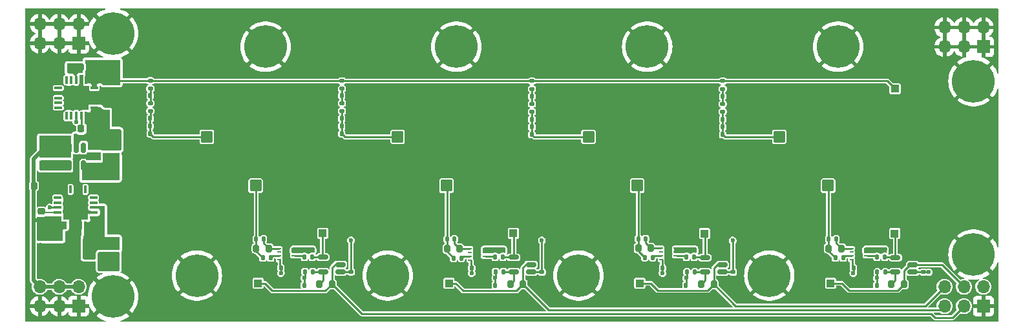
<source format=gtl>
G04 #@! TF.GenerationSoftware,KiCad,Pcbnew,8.0.7-8.0.7-0~ubuntu22.04.1*
G04 #@! TF.CreationDate,2025-03-20T12:44:00-04:00*
G04 #@! TF.ProjectId,trigger,74726967-6765-4722-9e6b-696361645f70,rev?*
G04 #@! TF.SameCoordinates,Original*
G04 #@! TF.FileFunction,Copper,L1,Top*
G04 #@! TF.FilePolarity,Positive*
%FSLAX46Y46*%
G04 Gerber Fmt 4.6, Leading zero omitted, Abs format (unit mm)*
G04 Created by KiCad (PCBNEW 8.0.7-8.0.7-0~ubuntu22.04.1) date 2025-03-20 12:44:00*
%MOMM*%
%LPD*%
G01*
G04 APERTURE LIST*
G04 Aperture macros list*
%AMRoundRect*
0 Rectangle with rounded corners*
0 $1 Rounding radius*
0 $2 $3 $4 $5 $6 $7 $8 $9 X,Y pos of 4 corners*
0 Add a 4 corners polygon primitive as box body*
4,1,4,$2,$3,$4,$5,$6,$7,$8,$9,$2,$3,0*
0 Add four circle primitives for the rounded corners*
1,1,$1+$1,$2,$3*
1,1,$1+$1,$4,$5*
1,1,$1+$1,$6,$7*
1,1,$1+$1,$8,$9*
0 Add four rect primitives between the rounded corners*
20,1,$1+$1,$2,$3,$4,$5,0*
20,1,$1+$1,$4,$5,$6,$7,0*
20,1,$1+$1,$6,$7,$8,$9,0*
20,1,$1+$1,$8,$9,$2,$3,0*%
G04 Aperture macros list end*
G04 #@! TA.AperFunction,ComponentPad*
%ADD10C,5.600000*%
G04 #@! TD*
G04 #@! TA.AperFunction,SMDPad,CuDef*
%ADD11RoundRect,0.062500X-0.187500X-0.062500X0.187500X-0.062500X0.187500X0.062500X-0.187500X0.062500X0*%
G04 #@! TD*
G04 #@! TA.AperFunction,SMDPad,CuDef*
%ADD12R,0.900000X1.600000*%
G04 #@! TD*
G04 #@! TA.AperFunction,SMDPad,CuDef*
%ADD13RoundRect,0.200000X0.200000X0.275000X-0.200000X0.275000X-0.200000X-0.275000X0.200000X-0.275000X0*%
G04 #@! TD*
G04 #@! TA.AperFunction,SMDPad,CuDef*
%ADD14RoundRect,0.200000X-0.200000X-0.275000X0.200000X-0.275000X0.200000X0.275000X-0.200000X0.275000X0*%
G04 #@! TD*
G04 #@! TA.AperFunction,SMDPad,CuDef*
%ADD15RoundRect,0.135000X-0.135000X-0.185000X0.135000X-0.185000X0.135000X0.185000X-0.135000X0.185000X0*%
G04 #@! TD*
G04 #@! TA.AperFunction,SMDPad,CuDef*
%ADD16RoundRect,0.140000X-0.140000X-0.170000X0.140000X-0.170000X0.140000X0.170000X-0.140000X0.170000X0*%
G04 #@! TD*
G04 #@! TA.AperFunction,SMDPad,CuDef*
%ADD17RoundRect,0.225000X-0.225000X-0.250000X0.225000X-0.250000X0.225000X0.250000X-0.225000X0.250000X0*%
G04 #@! TD*
G04 #@! TA.AperFunction,SMDPad,CuDef*
%ADD18RoundRect,0.225000X0.250000X-0.225000X0.250000X0.225000X-0.250000X0.225000X-0.250000X-0.225000X0*%
G04 #@! TD*
G04 #@! TA.AperFunction,SMDPad,CuDef*
%ADD19RoundRect,0.225000X-0.250000X0.225000X-0.250000X-0.225000X0.250000X-0.225000X0.250000X0.225000X0*%
G04 #@! TD*
G04 #@! TA.AperFunction,SMDPad,CuDef*
%ADD20RoundRect,0.225000X0.225000X0.250000X-0.225000X0.250000X-0.225000X-0.250000X0.225000X-0.250000X0*%
G04 #@! TD*
G04 #@! TA.AperFunction,SMDPad,CuDef*
%ADD21R,1.050000X1.000000*%
G04 #@! TD*
G04 #@! TA.AperFunction,SMDPad,CuDef*
%ADD22R,2.200000X1.050000*%
G04 #@! TD*
G04 #@! TA.AperFunction,SMDPad,CuDef*
%ADD23RoundRect,0.140000X0.140000X0.170000X-0.140000X0.170000X-0.140000X-0.170000X0.140000X-0.170000X0*%
G04 #@! TD*
G04 #@! TA.AperFunction,SMDPad,CuDef*
%ADD24RoundRect,0.135000X-0.185000X0.135000X-0.185000X-0.135000X0.185000X-0.135000X0.185000X0.135000X0*%
G04 #@! TD*
G04 #@! TA.AperFunction,SMDPad,CuDef*
%ADD25RoundRect,0.140000X-0.170000X0.140000X-0.170000X-0.140000X0.170000X-0.140000X0.170000X0.140000X0*%
G04 #@! TD*
G04 #@! TA.AperFunction,SMDPad,CuDef*
%ADD26R,2.700000X0.800000*%
G04 #@! TD*
G04 #@! TA.AperFunction,SMDPad,CuDef*
%ADD27RoundRect,0.135000X0.135000X0.185000X-0.135000X0.185000X-0.135000X-0.185000X0.135000X-0.185000X0*%
G04 #@! TD*
G04 #@! TA.AperFunction,SMDPad,CuDef*
%ADD28RoundRect,0.150000X-0.512500X-0.150000X0.512500X-0.150000X0.512500X0.150000X-0.512500X0.150000X0*%
G04 #@! TD*
G04 #@! TA.AperFunction,SMDPad,CuDef*
%ADD29RoundRect,0.098425X0.651575X0.651575X-0.651575X0.651575X-0.651575X-0.651575X0.651575X-0.651575X0*%
G04 #@! TD*
G04 #@! TA.AperFunction,SMDPad,CuDef*
%ADD30RoundRect,0.140000X0.170000X-0.140000X0.170000X0.140000X-0.170000X0.140000X-0.170000X-0.140000X0*%
G04 #@! TD*
G04 #@! TA.AperFunction,SMDPad,CuDef*
%ADD31C,1.000000*%
G04 #@! TD*
G04 #@! TA.AperFunction,SMDPad,CuDef*
%ADD32RoundRect,0.250000X-0.650000X0.325000X-0.650000X-0.325000X0.650000X-0.325000X0.650000X0.325000X0*%
G04 #@! TD*
G04 #@! TA.AperFunction,SMDPad,CuDef*
%ADD33RoundRect,0.087500X0.425000X0.087500X-0.425000X0.087500X-0.425000X-0.087500X0.425000X-0.087500X0*%
G04 #@! TD*
G04 #@! TA.AperFunction,SMDPad,CuDef*
%ADD34RoundRect,0.087500X0.087500X0.425000X-0.087500X0.425000X-0.087500X-0.425000X0.087500X-0.425000X0*%
G04 #@! TD*
G04 #@! TA.AperFunction,HeatsinkPad*
%ADD35C,0.600000*%
G04 #@! TD*
G04 #@! TA.AperFunction,HeatsinkPad*
%ADD36R,3.150000X3.150000*%
G04 #@! TD*
G04 #@! TA.AperFunction,SMDPad,CuDef*
%ADD37RoundRect,0.250000X0.325000X0.650000X-0.325000X0.650000X-0.325000X-0.650000X0.325000X-0.650000X0*%
G04 #@! TD*
G04 #@! TA.AperFunction,SMDPad,CuDef*
%ADD38RoundRect,0.087500X-0.087500X0.425000X-0.087500X-0.425000X0.087500X-0.425000X0.087500X0.425000X0*%
G04 #@! TD*
G04 #@! TA.AperFunction,SMDPad,CuDef*
%ADD39RoundRect,0.087500X-0.425000X0.087500X-0.425000X-0.087500X0.425000X-0.087500X0.425000X0.087500X0*%
G04 #@! TD*
G04 #@! TA.AperFunction,SMDPad,CuDef*
%ADD40RoundRect,0.200000X0.275000X-0.200000X0.275000X0.200000X-0.275000X0.200000X-0.275000X-0.200000X0*%
G04 #@! TD*
G04 #@! TA.AperFunction,ComponentPad*
%ADD41O,1.700000X1.700000*%
G04 #@! TD*
G04 #@! TA.AperFunction,ComponentPad*
%ADD42R,1.700000X1.700000*%
G04 #@! TD*
G04 #@! TA.AperFunction,SMDPad,CuDef*
%ADD43RoundRect,0.150000X0.150000X-0.512500X0.150000X0.512500X-0.150000X0.512500X-0.150000X-0.512500X0*%
G04 #@! TD*
G04 #@! TA.AperFunction,ViaPad*
%ADD44C,0.600000*%
G04 #@! TD*
G04 #@! TA.AperFunction,Conductor*
%ADD45C,0.254000*%
G04 #@! TD*
G04 #@! TA.AperFunction,Conductor*
%ADD46C,0.200000*%
G04 #@! TD*
G04 #@! TA.AperFunction,Conductor*
%ADD47C,0.508000*%
G04 #@! TD*
G04 APERTURE END LIST*
D10*
X197250000Y-112250000D03*
X197250000Y-89500000D03*
X84500000Y-117750000D03*
X84500000Y-83250000D03*
X170500000Y-115000000D03*
X179500000Y-85000000D03*
X145500000Y-115000000D03*
X154500000Y-85000000D03*
X120500000Y-115000000D03*
X129500000Y-85000000D03*
X95500000Y-115000000D03*
X104500000Y-85000000D03*
D11*
X181275000Y-111425000D03*
X181275000Y-111925000D03*
X181275000Y-112425000D03*
X181275000Y-112925000D03*
X183175000Y-112925000D03*
X183175000Y-112425000D03*
X183175000Y-111925000D03*
X183175000Y-111425000D03*
D12*
X182225000Y-112175000D03*
D11*
X156325000Y-111400000D03*
X156325000Y-111900000D03*
X156325000Y-112400000D03*
X156325000Y-112900000D03*
X158225000Y-112900000D03*
X158225000Y-112400000D03*
X158225000Y-111900000D03*
X158225000Y-111400000D03*
D12*
X157275000Y-112150000D03*
D11*
X131275000Y-111450000D03*
X131275000Y-111950000D03*
X131275000Y-112450000D03*
X131275000Y-112950000D03*
X133175000Y-112950000D03*
X133175000Y-112450000D03*
X133175000Y-111950000D03*
X133175000Y-111450000D03*
D12*
X132225000Y-112200000D03*
D11*
X106275000Y-111425000D03*
X106275000Y-111925000D03*
X106275000Y-112425000D03*
X106275000Y-112925000D03*
X108175000Y-112925000D03*
X108175000Y-112425000D03*
X108175000Y-111925000D03*
X108175000Y-111425000D03*
D12*
X107225000Y-112175000D03*
D13*
X81275000Y-113900000D03*
X82925000Y-113900000D03*
D14*
X179925000Y-111425000D03*
X178275000Y-111425000D03*
D15*
X180170000Y-112675000D03*
X179150000Y-112675000D03*
D14*
X154975000Y-111400000D03*
X153325000Y-111400000D03*
D15*
X155210000Y-112625000D03*
X154190000Y-112625000D03*
D14*
X129925000Y-111450000D03*
X128275000Y-111450000D03*
D15*
X130160000Y-112700000D03*
X129140000Y-112700000D03*
X105160000Y-112675000D03*
X104140000Y-112675000D03*
D16*
X179230000Y-110200000D03*
X178270000Y-110200000D03*
X154280000Y-110175000D03*
X153320000Y-110175000D03*
X129230000Y-110225000D03*
X128270000Y-110225000D03*
D17*
X75725000Y-103250000D03*
X74175000Y-103250000D03*
D18*
X75100000Y-106575000D03*
X75100000Y-105025000D03*
D19*
X77200000Y-111475000D03*
X77200000Y-109925000D03*
D20*
X78775000Y-95750000D03*
X80325000Y-95750000D03*
D17*
X85150000Y-93975000D03*
X83600000Y-93975000D03*
D19*
X82150000Y-99375000D03*
X82150000Y-97825000D03*
D21*
X178525000Y-116000000D03*
D22*
X177000000Y-114525000D03*
X177000000Y-117475000D03*
X152000000Y-117475000D03*
X152000000Y-114525000D03*
D21*
X153525000Y-116000000D03*
D22*
X127000000Y-117475000D03*
X127000000Y-114525000D03*
D21*
X128525000Y-116000000D03*
D22*
X102000000Y-117475000D03*
X102000000Y-114525000D03*
D21*
X103525000Y-116000000D03*
D23*
X113520000Y-95400000D03*
X114480000Y-95400000D03*
D15*
X110610000Y-112575000D03*
X109590000Y-112575000D03*
D24*
X114500000Y-90500000D03*
X114500000Y-89480000D03*
D25*
X190700000Y-115505000D03*
X190700000Y-114545000D03*
D24*
X139400000Y-90510000D03*
X139400000Y-89490000D03*
D26*
X76400000Y-100500000D03*
X76400000Y-98300000D03*
D13*
X80262500Y-87650000D03*
X81912500Y-87650000D03*
D27*
X109640000Y-114487500D03*
X110660000Y-114487500D03*
D24*
X114500000Y-93410000D03*
X114500000Y-92390000D03*
X139400000Y-93510000D03*
X139400000Y-92490000D03*
D23*
X138420000Y-95500000D03*
X139380000Y-95500000D03*
D14*
X104925000Y-111425000D03*
X103275000Y-111425000D03*
D28*
X164337500Y-112625000D03*
X164337500Y-113575000D03*
X164337500Y-114525000D03*
X162062500Y-114525000D03*
X162062500Y-113575000D03*
X162062500Y-112625000D03*
D23*
X163420000Y-91500000D03*
X164380000Y-91500000D03*
D29*
X146800000Y-96800000D03*
X153200000Y-103200000D03*
D30*
X135600000Y-110600000D03*
X135600000Y-111560000D03*
X84850000Y-99230000D03*
X84850000Y-98270000D03*
D31*
X75000000Y-109800000D03*
D23*
X88420000Y-95400000D03*
X89380000Y-95400000D03*
X133620000Y-116250000D03*
X134580000Y-116250000D03*
D32*
X84087500Y-92375000D03*
X84087500Y-89425000D03*
D13*
X77262500Y-87650000D03*
X78912500Y-87650000D03*
D25*
X115700000Y-115460000D03*
X115700000Y-114500000D03*
D16*
X107480000Y-114000000D03*
X106520000Y-114000000D03*
D15*
X80760000Y-101975000D03*
X79740000Y-101975000D03*
D30*
X160650000Y-110595000D03*
X160650000Y-111555000D03*
D31*
X84700000Y-87500000D03*
D25*
X140700000Y-115480000D03*
X140700000Y-114520000D03*
D33*
X81962500Y-107362500D03*
X81962500Y-106712500D03*
X81962500Y-106062500D03*
X81962500Y-105412500D03*
X81962500Y-104762500D03*
D34*
X80900000Y-103700000D03*
X80250000Y-103700000D03*
X79600000Y-103700000D03*
X78950000Y-103700000D03*
X78300000Y-103700000D03*
D33*
X77237500Y-104762500D03*
X77237500Y-105412500D03*
X77237500Y-106062500D03*
X77237500Y-106712500D03*
X77237500Y-107362500D03*
D34*
X78300000Y-108425000D03*
X78950000Y-108425000D03*
X79600000Y-108425000D03*
X80250000Y-108425000D03*
X80900000Y-108425000D03*
D35*
X80600000Y-107062500D03*
X80600000Y-106062500D03*
X80600000Y-105062500D03*
X79600000Y-107062500D03*
X79600000Y-106062500D03*
D36*
X79600000Y-106062500D03*
D35*
X79600000Y-105062500D03*
X78600000Y-107062500D03*
X78600000Y-106062500D03*
X78600000Y-105062500D03*
D30*
X110600000Y-110595000D03*
X110600000Y-111555000D03*
D31*
X84700000Y-110750000D03*
D16*
X157480000Y-114000000D03*
X156520000Y-114000000D03*
X104230000Y-110200000D03*
X103270000Y-110200000D03*
D23*
X183620000Y-116250000D03*
X184580000Y-116250000D03*
D16*
X132480000Y-114000000D03*
X131520000Y-114000000D03*
D30*
X185600000Y-110595000D03*
X185600000Y-111555000D03*
D14*
X138225000Y-116100000D03*
X136575000Y-116100000D03*
D25*
X165750000Y-115505000D03*
X165750000Y-114545000D03*
D22*
X113500000Y-107975000D03*
X113500000Y-110925000D03*
D21*
X111975000Y-109450000D03*
D30*
X109600000Y-110595000D03*
X109600000Y-111555000D03*
D23*
X163420000Y-96500000D03*
X164380000Y-96500000D03*
D15*
X160650000Y-112575000D03*
X159630000Y-112575000D03*
D30*
X134600000Y-110600000D03*
X134600000Y-111560000D03*
D21*
X136975000Y-109450000D03*
D22*
X138500000Y-110925000D03*
X138500000Y-107975000D03*
D15*
X185600000Y-112575000D03*
X184580000Y-112575000D03*
D23*
X138420000Y-94500000D03*
X139380000Y-94500000D03*
X159580000Y-116250000D03*
X158620000Y-116250000D03*
D14*
X163225000Y-116125000D03*
X161575000Y-116125000D03*
D23*
X163420000Y-94500000D03*
X164380000Y-94500000D03*
D22*
X163550000Y-108000000D03*
X163550000Y-110950000D03*
D21*
X162025000Y-109475000D03*
D28*
X114287500Y-112587500D03*
X114287500Y-113537500D03*
X114287500Y-114487500D03*
X112012500Y-114487500D03*
X112012500Y-113537500D03*
X112012500Y-112587500D03*
D14*
X188125000Y-116125000D03*
X186475000Y-116125000D03*
D15*
X135600000Y-112580000D03*
X134580000Y-112580000D03*
D29*
X96800000Y-96800000D03*
X103200000Y-103200000D03*
D31*
X84720000Y-113200000D03*
D28*
X187012500Y-112625000D03*
X187012500Y-113575000D03*
X187012500Y-114525000D03*
X189287500Y-114525000D03*
X189287500Y-113575000D03*
X189287500Y-112625000D03*
D24*
X89400000Y-93410000D03*
X89400000Y-92390000D03*
D23*
X108620000Y-116250000D03*
X109580000Y-116250000D03*
X113520000Y-94400000D03*
X114480000Y-94400000D03*
D27*
X159690000Y-114525000D03*
X160710000Y-114525000D03*
D23*
X113520000Y-96400000D03*
X114480000Y-96400000D03*
X138420000Y-91500000D03*
X139380000Y-91500000D03*
X88420000Y-94400000D03*
X89380000Y-94400000D03*
D14*
X113225000Y-116087500D03*
X111575000Y-116087500D03*
D29*
X171800000Y-96800000D03*
X178200000Y-103200000D03*
D23*
X163420000Y-95500000D03*
X164380000Y-95500000D03*
D16*
X181520000Y-114000000D03*
X182480000Y-114000000D03*
D27*
X134640000Y-114500000D03*
X135660000Y-114500000D03*
D29*
X121800000Y-96800000D03*
X128200000Y-103200000D03*
D24*
X164400000Y-90510000D03*
X164400000Y-89490000D03*
D23*
X88420000Y-91400000D03*
X89380000Y-91400000D03*
X113520000Y-91400000D03*
X114480000Y-91400000D03*
D14*
X82925000Y-112400000D03*
X81275000Y-112400000D03*
D24*
X89400000Y-90470000D03*
X89400000Y-89450000D03*
D23*
X88420000Y-96400000D03*
X89380000Y-96400000D03*
D37*
X78825000Y-110450000D03*
X81775000Y-110450000D03*
D23*
X138420000Y-96500000D03*
X139380000Y-96500000D03*
D16*
X75030000Y-102000000D03*
X74070000Y-102000000D03*
D30*
X159650000Y-110595000D03*
X159650000Y-111555000D03*
D27*
X184640000Y-114525000D03*
X185660000Y-114525000D03*
D28*
X139287500Y-112600000D03*
X139287500Y-113550000D03*
X139287500Y-114500000D03*
X137012500Y-114500000D03*
X137012500Y-113550000D03*
X137012500Y-112600000D03*
D24*
X164400000Y-93500000D03*
X164400000Y-92480000D03*
D30*
X184600000Y-110595000D03*
X184600000Y-111555000D03*
D31*
X85100000Y-96300000D03*
D22*
X188450000Y-108000000D03*
X188450000Y-110950000D03*
D21*
X186925000Y-109475000D03*
D38*
X81000000Y-89337500D03*
X80350000Y-89337500D03*
X79700000Y-89337500D03*
X79050000Y-89337500D03*
X78400000Y-89337500D03*
D39*
X77337500Y-90400000D03*
X77337500Y-91050000D03*
X77337500Y-91700000D03*
X77337500Y-92350000D03*
X77337500Y-93000000D03*
D38*
X78400000Y-94062500D03*
X79050000Y-94062500D03*
X79700000Y-94062500D03*
X80350000Y-94062500D03*
X81000000Y-94062500D03*
D39*
X82062500Y-93000000D03*
X82062500Y-92350000D03*
X82062500Y-91700000D03*
X82062500Y-91050000D03*
X82062500Y-90400000D03*
D35*
X80700000Y-90700000D03*
X79700000Y-90700000D03*
X78700000Y-90700000D03*
X80700000Y-91700000D03*
X79700000Y-91700000D03*
D36*
X79700000Y-91700000D03*
D35*
X78700000Y-91700000D03*
X80700000Y-92700000D03*
X79700000Y-92700000D03*
X78700000Y-92700000D03*
D40*
X83650000Y-97775000D03*
X83650000Y-99425000D03*
D22*
X188500000Y-89025000D03*
X188500000Y-91975000D03*
D21*
X186975000Y-90500000D03*
D41*
X74920000Y-82000000D03*
X77460000Y-82000000D03*
X80000000Y-82000000D03*
X74920000Y-84540000D03*
X77460000Y-84540000D03*
D42*
X80000000Y-84540000D03*
D41*
X193460000Y-116460000D03*
X196000000Y-116460000D03*
X198540000Y-116460000D03*
X193460000Y-119000000D03*
X196000000Y-119000000D03*
D42*
X198540000Y-119000000D03*
D41*
X193460000Y-82460000D03*
X196000000Y-82460000D03*
X198540000Y-82460000D03*
X193460000Y-85000000D03*
X196000000Y-85000000D03*
D42*
X198540000Y-85000000D03*
D41*
X74920000Y-116460000D03*
X77460000Y-116460000D03*
X80000000Y-116460000D03*
X74920000Y-119000000D03*
X77460000Y-119000000D03*
D42*
X80000000Y-119000000D03*
D43*
X78750000Y-100550000D03*
X79700000Y-100550000D03*
X80650000Y-100550000D03*
X80650000Y-98275000D03*
X79700000Y-98275000D03*
X78750000Y-98275000D03*
D44*
X78750000Y-99225000D03*
X80650000Y-98275000D03*
X103000000Y-101500000D03*
X101500000Y-103000000D03*
X97000000Y-98500000D03*
X98500000Y-97000000D03*
X128000000Y-101500000D03*
X126500000Y-103000000D03*
X122000000Y-98500000D03*
X123500000Y-97000000D03*
X147000000Y-98500000D03*
X148500000Y-97000000D03*
X151500000Y-103000000D03*
X153000000Y-101500000D03*
X178000000Y-101500000D03*
X176500000Y-103000000D03*
X172000000Y-98500000D03*
X173500000Y-97000000D03*
X173500000Y-98500000D03*
X148500000Y-98500000D03*
X123500000Y-98500000D03*
X98500000Y-98500000D03*
X100000000Y-100000000D03*
X125000000Y-100000000D03*
X150000000Y-100000000D03*
X175000000Y-100000000D03*
X160650000Y-113550000D03*
X135600000Y-113550000D03*
X110600000Y-113550000D03*
X77400000Y-102200000D03*
X73775000Y-96925000D03*
X77550000Y-95575000D03*
X87450000Y-106475000D03*
X100000000Y-118000000D03*
X175000000Y-118000000D03*
X150000000Y-118000000D03*
X125000000Y-118000000D03*
X82250000Y-95100000D03*
X79700000Y-94850000D03*
X92000000Y-97500000D03*
X129000000Y-107750000D03*
X94250000Y-96000000D03*
X95000000Y-95000000D03*
X137500000Y-105000000D03*
X117000000Y-96000000D03*
X170000000Y-105000000D03*
X170000000Y-96000000D03*
X112500000Y-97500000D03*
X167000000Y-96000000D03*
X132500000Y-107500000D03*
X118500000Y-96000000D03*
X152550000Y-107750000D03*
X141250000Y-97500000D03*
X102525000Y-107750000D03*
X168500000Y-96000000D03*
X92000000Y-96000000D03*
X166250000Y-97500000D03*
X143500000Y-97500000D03*
X107500000Y-107500000D03*
X94250000Y-97500000D03*
X165500000Y-96000000D03*
X129000000Y-104750000D03*
X140500000Y-96000000D03*
X116250000Y-96000000D03*
X179000000Y-108500000D03*
X162500000Y-92500000D03*
X152550000Y-108500000D03*
X127525000Y-105500000D03*
X197500000Y-95000000D03*
X152550000Y-106250000D03*
X179000000Y-105500000D03*
X127525000Y-107750000D03*
X137500000Y-97500000D03*
X154000000Y-107000000D03*
X90500000Y-96000000D03*
X115000000Y-85000000D03*
X155000000Y-105000000D03*
X117000000Y-97500000D03*
X182500000Y-92500000D03*
X140000000Y-85000000D03*
X117500000Y-107500000D03*
X177550000Y-108500000D03*
X145000000Y-97500000D03*
X95000000Y-96000000D03*
X162500000Y-105000000D03*
X127525000Y-107000000D03*
X157500000Y-107500000D03*
X130000000Y-95000000D03*
X137500000Y-92500000D03*
X105000000Y-117500000D03*
X167750000Y-97500000D03*
X129000000Y-106250000D03*
X180000000Y-117500000D03*
X152550000Y-104750000D03*
X154000000Y-107750000D03*
X120000000Y-97500000D03*
X127525000Y-104750000D03*
X167500000Y-92500000D03*
X154000000Y-105500000D03*
X129000000Y-105500000D03*
X107500000Y-92500000D03*
X169250000Y-97500000D03*
X167000000Y-97500000D03*
X142500000Y-107500000D03*
X152550000Y-107000000D03*
X120000000Y-95000000D03*
X177550000Y-105500000D03*
X116250000Y-97500000D03*
X179000000Y-109250000D03*
X102525000Y-105500000D03*
X185000000Y-85000000D03*
X179000000Y-106250000D03*
X185000000Y-109000000D03*
X92750000Y-97500000D03*
X129000000Y-108500000D03*
X167750000Y-96000000D03*
X142000000Y-97500000D03*
X120000000Y-85000000D03*
X105000000Y-95000000D03*
X155000000Y-95000000D03*
X177550000Y-107750000D03*
X187500000Y-105000000D03*
X95000000Y-97500000D03*
X112500000Y-92500000D03*
X102525000Y-108500000D03*
X129000000Y-109250000D03*
X104000000Y-104750000D03*
X87500000Y-92500000D03*
X170000000Y-95000000D03*
X104000000Y-106250000D03*
X140500000Y-97500000D03*
X130000000Y-105000000D03*
X86225000Y-95200000D03*
X117750000Y-97500000D03*
X93500000Y-97500000D03*
X91250000Y-96000000D03*
X112500000Y-105000000D03*
X154000000Y-108500000D03*
X154000000Y-106250000D03*
X83000000Y-104000000D03*
X87500000Y-97500000D03*
X115500000Y-96000000D03*
X92750000Y-96000000D03*
X143500000Y-96000000D03*
X166250000Y-96000000D03*
X142750000Y-97500000D03*
X177550000Y-107000000D03*
X75000000Y-90000000D03*
X90000000Y-115000000D03*
X145000000Y-105000000D03*
X170000000Y-85000000D03*
X179000000Y-107750000D03*
X154000000Y-109250000D03*
X152550000Y-105500000D03*
X179000000Y-104750000D03*
X142000000Y-96000000D03*
X115500000Y-97500000D03*
X152550000Y-109250000D03*
X77000000Y-113000000D03*
X104000000Y-105500000D03*
X177550000Y-104750000D03*
X197500000Y-105000000D03*
X127525000Y-109250000D03*
X100000000Y-85000000D03*
X118500000Y-97500000D03*
X102525000Y-104750000D03*
X90500000Y-97500000D03*
X168500000Y-97500000D03*
X130000000Y-117500000D03*
X160000000Y-109000000D03*
X117750000Y-96000000D03*
X75000000Y-87500000D03*
X184500000Y-113500000D03*
X165000000Y-85000000D03*
X145000000Y-96000000D03*
X180000000Y-95000000D03*
X135000000Y-109000000D03*
X175000000Y-115000000D03*
X75000000Y-111000000D03*
X177550000Y-109250000D03*
X144250000Y-97500000D03*
X145000000Y-85000000D03*
X169250000Y-96000000D03*
X182500000Y-107500000D03*
X105000000Y-105000000D03*
X129000000Y-107000000D03*
X90000000Y-85000000D03*
X100000000Y-115000000D03*
X102525000Y-106250000D03*
X187500000Y-95000000D03*
X104000000Y-107750000D03*
X95000000Y-85000000D03*
X165500000Y-97500000D03*
X170000000Y-97500000D03*
X179000000Y-107000000D03*
X104000000Y-108500000D03*
X92500000Y-107500000D03*
X75000000Y-113000000D03*
X162500000Y-97500000D03*
X91250000Y-97500000D03*
X157500000Y-92500000D03*
X144250000Y-96000000D03*
X92500000Y-92500000D03*
X110000000Y-109000000D03*
X145000000Y-95000000D03*
X102525000Y-107000000D03*
X119250000Y-97500000D03*
X95000000Y-105000000D03*
X167500000Y-107500000D03*
X142750000Y-96000000D03*
X127525000Y-106250000D03*
X76100000Y-104250000D03*
X120000000Y-105000000D03*
X75000000Y-92500000D03*
X154000000Y-104750000D03*
X117500000Y-92500000D03*
X155000000Y-117500000D03*
X125000000Y-115000000D03*
X127525000Y-108500000D03*
X180000000Y-105000000D03*
X150000000Y-115000000D03*
X104000000Y-107000000D03*
X120000000Y-96000000D03*
X132500000Y-92500000D03*
X93500000Y-96000000D03*
X177550000Y-106250000D03*
X119250000Y-96000000D03*
X142500000Y-92500000D03*
X141250000Y-96000000D03*
X158950000Y-111675000D03*
X115700000Y-110373000D03*
X76200000Y-108600000D03*
X140700000Y-110373000D03*
X165700000Y-110392000D03*
X191400000Y-114545000D03*
X76200000Y-106050000D03*
X133900000Y-111725000D03*
X183900000Y-111700000D03*
X108900000Y-111700000D03*
X106500000Y-114673000D03*
X181500000Y-114673000D03*
X131500000Y-114673000D03*
X156500000Y-114673000D03*
X83500000Y-110750000D03*
X134600000Y-115300000D03*
X83750000Y-113700000D03*
X184600000Y-115300000D03*
X109600000Y-115300000D03*
X159600000Y-115300000D03*
X102525000Y-109250000D03*
X104000000Y-109250000D03*
D45*
X78750000Y-98275000D02*
X78750000Y-99225000D01*
X178275000Y-111425000D02*
X178275000Y-111800000D01*
X178275000Y-111800000D02*
X179150000Y-112675000D01*
X178270000Y-110200000D02*
X178270000Y-103270000D01*
X178270000Y-103270000D02*
X178200000Y-103200000D01*
X178270000Y-110200000D02*
X178270000Y-111420000D01*
X178270000Y-111420000D02*
X178275000Y-111425000D01*
X179230000Y-110200000D02*
X179230000Y-110730000D01*
X179230000Y-110730000D02*
X179925000Y-111425000D01*
X181275000Y-111425000D02*
X179925000Y-111425000D01*
X180170000Y-112675000D02*
X180420000Y-112425000D01*
X180420000Y-112425000D02*
X181275000Y-112425000D01*
X156325000Y-111400000D02*
X154975000Y-111400000D01*
X154280000Y-110175000D02*
X154280000Y-110705000D01*
X154280000Y-110705000D02*
X154975000Y-111400000D01*
X153320000Y-110175000D02*
X153320000Y-111395000D01*
X153320000Y-111395000D02*
X153325000Y-111400000D01*
X153320000Y-110175000D02*
X153320000Y-103320000D01*
X153320000Y-103320000D02*
X153200000Y-103200000D01*
X153325000Y-111400000D02*
X153325000Y-111760000D01*
X153325000Y-111760000D02*
X154190000Y-112625000D01*
X155210000Y-112625000D02*
X155435000Y-112400000D01*
X155435000Y-112400000D02*
X156325000Y-112400000D01*
X128275000Y-111450000D02*
X128275000Y-111835000D01*
X128275000Y-111835000D02*
X129140000Y-112700000D01*
X128270000Y-110225000D02*
X128270000Y-111445000D01*
X128270000Y-111445000D02*
X128275000Y-111450000D01*
X128270000Y-110225000D02*
X128270000Y-103270000D01*
X128270000Y-103270000D02*
X128200000Y-103200000D01*
X129230000Y-110225000D02*
X129230000Y-110755000D01*
X129230000Y-110755000D02*
X129925000Y-111450000D01*
X131275000Y-111450000D02*
X129925000Y-111450000D01*
X131275000Y-112450000D02*
X130410000Y-112450000D01*
X130410000Y-112450000D02*
X130160000Y-112700000D01*
X103275000Y-111425000D02*
X103275000Y-111810000D01*
X103275000Y-111810000D02*
X104140000Y-112675000D01*
X103270000Y-110200000D02*
X103270000Y-103270000D01*
X103270000Y-103270000D02*
X103200000Y-103200000D01*
X103275000Y-111425000D02*
X103275000Y-110205000D01*
X103275000Y-110205000D02*
X103270000Y-110200000D01*
X104230000Y-110200000D02*
X104230000Y-110730000D01*
X104230000Y-110730000D02*
X104925000Y-111425000D01*
X106275000Y-111425000D02*
X104925000Y-111425000D01*
X106275000Y-112425000D02*
X105410000Y-112425000D01*
X105410000Y-112425000D02*
X105160000Y-112675000D01*
D46*
X81937500Y-99587500D02*
X82150000Y-99375000D01*
D45*
X79700000Y-94062500D02*
X79700000Y-94850000D01*
D46*
X77237500Y-106712500D02*
X75237500Y-106712500D01*
X75237500Y-106712500D02*
X75100000Y-106575000D01*
D45*
X188125000Y-116125000D02*
X187323000Y-116927000D01*
X180927000Y-116927000D02*
X180000000Y-116000000D01*
X187323000Y-116927000D02*
X180927000Y-116927000D01*
X180000000Y-116000000D02*
X178525000Y-116000000D01*
X163225000Y-116125000D02*
X162423000Y-116927000D01*
X162423000Y-116927000D02*
X155927000Y-116927000D01*
X155927000Y-116927000D02*
X155000000Y-116000000D01*
X155000000Y-116000000D02*
X153525000Y-116000000D01*
X138225000Y-116100000D02*
X137325000Y-117000000D01*
X130386712Y-117000000D02*
X129386712Y-116000000D01*
X137325000Y-117000000D02*
X130386712Y-117000000D01*
X129386712Y-116000000D02*
X128525000Y-116000000D01*
X113225000Y-116087500D02*
X112312500Y-117000000D01*
X112312500Y-117000000D02*
X105386712Y-117000000D01*
X105386712Y-117000000D02*
X104386712Y-116000000D01*
X104386712Y-116000000D02*
X103525000Y-116000000D01*
X80950000Y-106712500D02*
X80600000Y-107062500D01*
X80350000Y-94062500D02*
X80350000Y-95730000D01*
X80350000Y-95730000D02*
X80180000Y-95900000D01*
X185965000Y-89490000D02*
X186975000Y-90500000D01*
X164400000Y-89490000D02*
X185965000Y-89490000D01*
X84112500Y-89450000D02*
X84087500Y-89425000D01*
X89580000Y-89480000D02*
X114500000Y-89480000D01*
X139400000Y-89490000D02*
X164400000Y-89490000D01*
X139390000Y-89480000D02*
X139400000Y-89490000D01*
X89550000Y-89450000D02*
X89580000Y-89480000D01*
X89400000Y-89450000D02*
X88000000Y-89450000D01*
X88000000Y-89450000D02*
X84112500Y-89450000D01*
X114500000Y-89480000D02*
X139390000Y-89480000D01*
X89400000Y-89450000D02*
X89550000Y-89450000D01*
X165730000Y-114525000D02*
X165750000Y-114545000D01*
X140680000Y-114500000D02*
X140700000Y-114520000D01*
X165700000Y-114495000D02*
X165700000Y-110392000D01*
D47*
X74070000Y-115610000D02*
X74920000Y-116460000D01*
D45*
X76212500Y-106062500D02*
X76200000Y-106050000D01*
D47*
X74920000Y-116460000D02*
X80000000Y-116460000D01*
X76400000Y-98300000D02*
X75450000Y-98300000D01*
D45*
X140700000Y-114520000D02*
X140700000Y-110373000D01*
X115700000Y-114500000D02*
X115700000Y-110373000D01*
X165750000Y-114545000D02*
X165700000Y-114495000D01*
D47*
X74070000Y-107750000D02*
X75500000Y-107750000D01*
D45*
X190680000Y-114525000D02*
X190700000Y-114545000D01*
X164337500Y-114525000D02*
X165730000Y-114525000D01*
X190700000Y-114545000D02*
X191400000Y-114545000D01*
X139287500Y-114500000D02*
X140680000Y-114500000D01*
D47*
X74070000Y-99680000D02*
X74070000Y-107750000D01*
X74070000Y-107750000D02*
X74070000Y-115610000D01*
D45*
X189287500Y-114525000D02*
X190680000Y-114525000D01*
X77237500Y-106062500D02*
X76212500Y-106062500D01*
D47*
X75450000Y-98300000D02*
X74070000Y-99680000D01*
D45*
X115687500Y-114487500D02*
X115700000Y-114500000D01*
X114287500Y-114487500D02*
X115687500Y-114487500D01*
X106400000Y-112925000D02*
X106400000Y-113880000D01*
X181400000Y-112925000D02*
X181400000Y-113880000D01*
X131520000Y-114000000D02*
X131520000Y-114653000D01*
X156450000Y-112900000D02*
X156450000Y-113930000D01*
X181400000Y-113880000D02*
X181520000Y-114000000D01*
X131520000Y-114653000D02*
X131500000Y-114673000D01*
X181520000Y-114653000D02*
X181500000Y-114673000D01*
X106520000Y-114000000D02*
X106520000Y-114653000D01*
X156450000Y-113930000D02*
X156520000Y-114000000D01*
X131400000Y-113880000D02*
X131520000Y-114000000D01*
X156520000Y-114730000D02*
X156500000Y-114750000D01*
X181520000Y-114000000D02*
X181520000Y-114653000D01*
X156520000Y-114000000D02*
X156520000Y-114730000D01*
X106400000Y-113880000D02*
X106520000Y-114000000D01*
X106520000Y-114653000D02*
X106500000Y-114673000D01*
X131400000Y-112950000D02*
X131400000Y-113880000D01*
X156500000Y-114750000D02*
X156500000Y-114673000D01*
X89400000Y-91380000D02*
X89380000Y-91400000D01*
X89400000Y-91420000D02*
X89380000Y-91400000D01*
X89400000Y-92390000D02*
X89400000Y-91420000D01*
X89400000Y-90470000D02*
X89400000Y-91380000D01*
X89400000Y-94380000D02*
X89380000Y-94400000D01*
X96800000Y-96800000D02*
X96600000Y-97000000D01*
X89400000Y-93410000D02*
X89400000Y-94380000D01*
X89380000Y-96400000D02*
X89380000Y-95400000D01*
X96800000Y-96800000D02*
X89780000Y-96800000D01*
X89780000Y-96800000D02*
X89380000Y-96400000D01*
X89380000Y-94400000D02*
X89380000Y-95400000D01*
X114500000Y-91420000D02*
X114480000Y-91400000D01*
X114500000Y-91380000D02*
X114480000Y-91400000D01*
X114500000Y-92390000D02*
X114500000Y-91420000D01*
X114500000Y-90500000D02*
X114500000Y-91380000D01*
X114480000Y-95400000D02*
X114480000Y-94400000D01*
X114500000Y-94380000D02*
X114480000Y-94400000D01*
X121600000Y-97000000D02*
X121800000Y-96800000D01*
X121800000Y-96800000D02*
X114880000Y-96800000D01*
X114500000Y-93410000D02*
X114500000Y-94380000D01*
X114480000Y-95400000D02*
X114480000Y-96400000D01*
X114880000Y-96800000D02*
X114480000Y-96400000D01*
X139400000Y-91480000D02*
X139380000Y-91500000D01*
X139400000Y-92490000D02*
X139400000Y-91520000D01*
X139400000Y-90510000D02*
X139400000Y-91480000D01*
X139400000Y-91520000D02*
X139380000Y-91500000D01*
X146800000Y-96800000D02*
X139680000Y-96800000D01*
X139400000Y-94480000D02*
X139380000Y-94500000D01*
X139380000Y-96500000D02*
X139380000Y-95500000D01*
X146600000Y-97000000D02*
X146800000Y-96800000D01*
X139380000Y-95500000D02*
X139380000Y-94500000D01*
X139680000Y-96800000D02*
X139380000Y-96500000D01*
X139400000Y-93510000D02*
X139400000Y-94480000D01*
X164400000Y-92480000D02*
X164400000Y-91520000D01*
X164400000Y-91480000D02*
X164380000Y-91500000D01*
X164400000Y-90510000D02*
X164400000Y-91480000D01*
X164400000Y-91520000D02*
X164380000Y-91500000D01*
X164680000Y-96800000D02*
X164380000Y-96500000D01*
X171600000Y-97000000D02*
X171800000Y-96800000D01*
X164380000Y-94500000D02*
X164380000Y-95500000D01*
X164380000Y-94500000D02*
X164380000Y-93520000D01*
X164380000Y-96500000D02*
X164380000Y-95500000D01*
X164380000Y-93520000D02*
X164400000Y-93500000D01*
X171800000Y-96800000D02*
X164680000Y-96800000D01*
X103200000Y-103200000D02*
X103088000Y-103312000D01*
X184600000Y-115300000D02*
X184600000Y-116230000D01*
X134600000Y-115300000D02*
X134600000Y-116230000D01*
X159600000Y-116230000D02*
X159580000Y-116250000D01*
X134600000Y-116230000D02*
X134580000Y-116250000D01*
X184640000Y-114525000D02*
X184640000Y-115260000D01*
X109640000Y-115260000D02*
X109600000Y-115300000D01*
X159600000Y-115300000D02*
X159600000Y-116230000D01*
X109640000Y-114487500D02*
X109640000Y-115260000D01*
X184600000Y-116230000D02*
X184580000Y-116250000D01*
X159690000Y-115210000D02*
X159600000Y-115300000D01*
X109600000Y-116230000D02*
X109580000Y-116250000D01*
X109600000Y-115300000D02*
X109600000Y-116230000D01*
X159690000Y-114525000D02*
X159690000Y-115210000D01*
X134640000Y-114500000D02*
X134640000Y-115260000D01*
X184640000Y-115260000D02*
X184600000Y-115300000D01*
X134640000Y-115260000D02*
X134600000Y-115300000D01*
X128200000Y-103200000D02*
X128088000Y-103312000D01*
X153200000Y-103200000D02*
X153138000Y-103262000D01*
X178200000Y-103200000D02*
X178088000Y-103312000D01*
X138225000Y-113950001D02*
X138225000Y-116100000D01*
X139287500Y-113550000D02*
X138625001Y-113550000D01*
X193460000Y-119000000D02*
X192960000Y-119500000D01*
X193460000Y-119000000D02*
X192960000Y-118500000D01*
X138625001Y-113550000D02*
X138225000Y-113950001D01*
X192960000Y-119500000D02*
X141625000Y-119500000D01*
X141625000Y-119500000D02*
X138225000Y-116100000D01*
X117137500Y-120000000D02*
X113225000Y-116087500D01*
X192200000Y-120500000D02*
X191700000Y-120000000D01*
X114287500Y-113537500D02*
X113625001Y-113537500D01*
X196000000Y-119000000D02*
X194500000Y-120500000D01*
X113625001Y-113537500D02*
X113225000Y-113937501D01*
X194500000Y-120500000D02*
X192200000Y-120500000D01*
X113225000Y-113937501D02*
X113225000Y-116087500D01*
X191700000Y-120000000D02*
X117137500Y-120000000D01*
X189287500Y-113575000D02*
X193115000Y-113575000D01*
X188125000Y-114346264D02*
X188125000Y-116125000D01*
X188896264Y-113575000D02*
X188125000Y-114346264D01*
X189287500Y-113575000D02*
X188896264Y-113575000D01*
X193115000Y-113575000D02*
X196000000Y-116460000D01*
X166100000Y-119000000D02*
X163225000Y-116125000D01*
X163225000Y-114025001D02*
X163225000Y-116125000D01*
X163675001Y-113575000D02*
X163225000Y-114025001D01*
X190920000Y-119000000D02*
X166100000Y-119000000D01*
X164337500Y-113575000D02*
X163675001Y-113575000D01*
X193460000Y-116460000D02*
X190920000Y-119000000D01*
X187012500Y-112625000D02*
X187012500Y-109562500D01*
X186962500Y-112575000D02*
X187012500Y-112625000D01*
X185600000Y-112575000D02*
X186962500Y-112575000D01*
X187012500Y-109562500D02*
X186925000Y-109475000D01*
X162012500Y-112575000D02*
X162062500Y-112625000D01*
X160650000Y-112575000D02*
X162012500Y-112575000D01*
X162062500Y-112625000D02*
X162062500Y-109512500D01*
X162062500Y-109512500D02*
X162025000Y-109475000D01*
X137012500Y-112600000D02*
X137012500Y-109487500D01*
X137012500Y-109487500D02*
X136975000Y-109450000D01*
X136992500Y-112580000D02*
X137012500Y-112600000D01*
X135600000Y-112580000D02*
X136992500Y-112580000D01*
X110610000Y-112575000D02*
X112000000Y-112575000D01*
X111975000Y-112550000D02*
X112012500Y-112587500D01*
X112000000Y-112575000D02*
X112012500Y-112587500D01*
X111975000Y-109450000D02*
X111975000Y-112550000D01*
X110660000Y-114487500D02*
X112012500Y-114487500D01*
X112012500Y-115650000D02*
X111575000Y-116087500D01*
X112012500Y-114487500D02*
X112012500Y-115650000D01*
X108300000Y-112425000D02*
X109440000Y-112425000D01*
X109440000Y-112425000D02*
X109590000Y-112575000D01*
X137012500Y-114500000D02*
X137012500Y-115662500D01*
X137012500Y-114500000D02*
X135660000Y-114500000D01*
X137012500Y-115662500D02*
X136575000Y-116100000D01*
X133300000Y-112450000D02*
X134450000Y-112450000D01*
X134450000Y-112450000D02*
X134580000Y-112580000D01*
X162062500Y-114525000D02*
X162062500Y-115637500D01*
X162062500Y-114525000D02*
X160710000Y-114525000D01*
X162062500Y-115637500D02*
X161575000Y-116125000D01*
X159455000Y-112400000D02*
X159630000Y-112575000D01*
X158350000Y-112400000D02*
X159455000Y-112400000D01*
X187012500Y-115587500D02*
X186475000Y-116125000D01*
X187012500Y-114525000D02*
X187012500Y-115587500D01*
X187012500Y-114525000D02*
X185660000Y-114525000D01*
X184430000Y-112425000D02*
X184580000Y-112575000D01*
X183300000Y-112425000D02*
X184430000Y-112425000D01*
D46*
X79700000Y-100196948D02*
X79700000Y-100550000D01*
G04 #@! TA.AperFunction,Conductor*
G36*
X82928078Y-92919852D02*
G01*
X82939013Y-92936524D01*
X82953138Y-92972341D01*
X82953139Y-92972342D01*
X83044578Y-93092922D01*
X83165158Y-93184361D01*
X83305936Y-93239877D01*
X83305942Y-93239877D01*
X83305943Y-93239878D01*
X83394395Y-93250500D01*
X83394398Y-93250500D01*
X84026000Y-93250500D01*
X84060648Y-93264852D01*
X84075000Y-93299500D01*
X84075000Y-95800000D01*
X85395177Y-95800000D01*
X85404736Y-95800942D01*
X85466975Y-95813322D01*
X85484640Y-95820638D01*
X85533319Y-95853165D01*
X85546834Y-95866680D01*
X85563098Y-95891021D01*
X85579361Y-95915360D01*
X85586677Y-95933023D01*
X85599058Y-95995263D01*
X85600000Y-96004823D01*
X85600000Y-98395176D01*
X85599058Y-98404736D01*
X85586677Y-98466976D01*
X85579361Y-98484639D01*
X85546836Y-98533317D01*
X85533317Y-98546836D01*
X85484639Y-98579361D01*
X85466976Y-98586677D01*
X85419275Y-98596165D01*
X85404734Y-98599058D01*
X85395177Y-98600000D01*
X83120994Y-98600000D01*
X83095200Y-98592661D01*
X83021190Y-98546836D01*
X83010360Y-98540130D01*
X82973572Y-98533253D01*
X82900000Y-98519500D01*
X82899998Y-98519500D01*
X81299500Y-98519500D01*
X81264852Y-98505148D01*
X81250500Y-98470500D01*
X81250500Y-98317574D01*
X81250919Y-98311178D01*
X81255682Y-98275000D01*
X81250919Y-98238819D01*
X81250500Y-98232424D01*
X81250500Y-97708243D01*
X81250499Y-97708224D01*
X81247646Y-97677801D01*
X81247646Y-97677800D01*
X81202795Y-97549623D01*
X81202791Y-97549614D01*
X81122150Y-97440349D01*
X81012885Y-97359708D01*
X81012876Y-97359704D01*
X80884698Y-97314853D01*
X80854275Y-97312000D01*
X80854266Y-97312000D01*
X80445734Y-97312000D01*
X80445724Y-97312000D01*
X80415301Y-97314853D01*
X80415300Y-97314853D01*
X80287123Y-97359704D01*
X80287114Y-97359708D01*
X80177849Y-97440349D01*
X80097208Y-97549614D01*
X80097204Y-97549623D01*
X80052353Y-97677800D01*
X80052353Y-97677801D01*
X80049500Y-97708224D01*
X80049500Y-98232424D01*
X80049081Y-98238819D01*
X80044318Y-98274999D01*
X80049081Y-98311178D01*
X80049500Y-98317574D01*
X80049500Y-98667102D01*
X80035148Y-98701750D01*
X80019762Y-98712157D01*
X80017078Y-98713304D01*
X80017077Y-98713304D01*
X79991354Y-98730909D01*
X79935113Y-98769399D01*
X79930228Y-98770910D01*
X79924597Y-98776541D01*
X79924596Y-98776540D01*
X79882989Y-98818148D01*
X79848341Y-98832500D01*
X79550927Y-98832500D01*
X79529392Y-98827514D01*
X79527481Y-98826579D01*
X79516932Y-98819600D01*
X79514868Y-98817812D01*
X79492206Y-98799975D01*
X79492203Y-98799974D01*
X79492201Y-98799973D01*
X79492200Y-98799972D01*
X79390373Y-98752686D01*
X79390368Y-98752684D01*
X79390364Y-98752683D01*
X79387375Y-98751920D01*
X79357355Y-98729441D01*
X79350500Y-98704444D01*
X79350500Y-97708243D01*
X79350500Y-97708234D01*
X79347730Y-97678698D01*
X79347518Y-97673901D01*
X79349997Y-97200524D01*
X79350000Y-97200000D01*
X79350000Y-96604823D01*
X79350939Y-96595274D01*
X79363323Y-96533018D01*
X79370638Y-96515360D01*
X79403167Y-96466677D01*
X79416677Y-96453167D01*
X79465361Y-96420637D01*
X79483018Y-96413323D01*
X79545274Y-96400939D01*
X79554823Y-96400000D01*
X79741308Y-96400000D01*
X79770916Y-96409957D01*
X79775355Y-96413323D01*
X79840025Y-96462364D01*
X79974410Y-96515359D01*
X79974412Y-96515359D01*
X79974414Y-96515360D01*
X80058853Y-96525500D01*
X80058856Y-96525500D01*
X80591147Y-96525500D01*
X80675585Y-96515360D01*
X80675586Y-96515359D01*
X80675590Y-96515359D01*
X80809975Y-96462364D01*
X80925078Y-96375078D01*
X81012364Y-96259975D01*
X81065359Y-96125590D01*
X81075500Y-96041144D01*
X81075500Y-95458856D01*
X81075500Y-95458852D01*
X81065360Y-95374414D01*
X81065359Y-95374412D01*
X81065359Y-95374410D01*
X81012364Y-95240025D01*
X80925078Y-95124922D01*
X80809975Y-95037636D01*
X80809973Y-95037635D01*
X80808522Y-95037063D01*
X80807917Y-95036479D01*
X80807050Y-95035991D01*
X80807177Y-95035763D01*
X80781556Y-95011000D01*
X80777500Y-94991480D01*
X80777500Y-94686617D01*
X80782841Y-94664371D01*
X80811109Y-94608893D01*
X80825500Y-94518033D01*
X80825499Y-93654499D01*
X80839851Y-93619852D01*
X80874499Y-93605500D01*
X81299996Y-93605500D01*
X81300000Y-93605500D01*
X81328188Y-93604197D01*
X81436173Y-93573472D01*
X81525767Y-93505814D01*
X81584870Y-93410359D01*
X81605500Y-93300000D01*
X81605500Y-92954500D01*
X81619852Y-92919852D01*
X81654500Y-92905500D01*
X82893430Y-92905500D01*
X82928078Y-92919852D01*
G37*
G04 #@! TD.AperFunction*
G04 #@! TA.AperFunction,Conductor*
G36*
X160754736Y-111275942D02*
G01*
X160816975Y-111288322D01*
X160834640Y-111295638D01*
X160883319Y-111328165D01*
X160896834Y-111341680D01*
X160913098Y-111366021D01*
X160929361Y-111390360D01*
X160936677Y-111408023D01*
X160949058Y-111470263D01*
X160950000Y-111479823D01*
X160950000Y-111895176D01*
X160949058Y-111904736D01*
X160936677Y-111966976D01*
X160929362Y-111984637D01*
X160924897Y-111991320D01*
X160893716Y-112012157D01*
X160877089Y-112012587D01*
X160821584Y-112004500D01*
X160821582Y-112004500D01*
X160478418Y-112004500D01*
X160478416Y-112004500D01*
X160403482Y-112015418D01*
X160403481Y-112015418D01*
X160287900Y-112071923D01*
X160287896Y-112071925D01*
X160274174Y-112085648D01*
X160239526Y-112100000D01*
X160040474Y-112100000D01*
X160005826Y-112085648D01*
X159992103Y-112071925D01*
X159992102Y-112071924D01*
X159876518Y-112015418D01*
X159851539Y-112011778D01*
X159801584Y-112004500D01*
X159801582Y-112004500D01*
X159458418Y-112004500D01*
X159458416Y-112004500D01*
X159383482Y-112015418D01*
X159383478Y-112015419D01*
X159379180Y-112017521D01*
X159357660Y-112022500D01*
X158300301Y-112022500D01*
X158299063Y-112022831D01*
X158286386Y-112024500D01*
X158048464Y-112024500D01*
X158013816Y-112010148D01*
X158007722Y-112002723D01*
X157995639Y-111984640D01*
X157988322Y-111966976D01*
X157976441Y-111907243D01*
X157975500Y-111897684D01*
X157975500Y-111477309D01*
X157976439Y-111467760D01*
X157988323Y-111408018D01*
X157995638Y-111390360D01*
X158028167Y-111341677D01*
X158041677Y-111328167D01*
X158090361Y-111295637D01*
X158108018Y-111288323D01*
X158170274Y-111275939D01*
X158179823Y-111275000D01*
X160745177Y-111275000D01*
X160754736Y-111275942D01*
G37*
G04 #@! TD.AperFunction*
G04 #@! TA.AperFunction,Conductor*
G36*
X78904725Y-99900939D02*
G01*
X78955062Y-99910952D01*
X78986242Y-99931785D01*
X78994500Y-99959009D01*
X78994500Y-101140990D01*
X78980148Y-101175638D01*
X78955060Y-101189047D01*
X78932384Y-101193558D01*
X78922828Y-101194500D01*
X78025000Y-101194500D01*
X78002449Y-101195542D01*
X77996811Y-101195803D01*
X77993970Y-101196611D01*
X77988635Y-101198129D01*
X77975227Y-101200000D01*
X77083964Y-101200000D01*
X77074960Y-101199166D01*
X77050000Y-101194500D01*
X75027172Y-101194500D01*
X75017616Y-101193558D01*
X74994940Y-101189048D01*
X74983022Y-101186677D01*
X74965360Y-101179361D01*
X74941021Y-101163098D01*
X74916680Y-101146834D01*
X74903165Y-101133319D01*
X74870638Y-101084639D01*
X74863322Y-101066979D01*
X74850940Y-101004726D01*
X74850000Y-100995176D01*
X74850000Y-100104823D01*
X74850939Y-100095274D01*
X74863323Y-100033018D01*
X74870638Y-100015360D01*
X74903167Y-99966677D01*
X74916677Y-99953167D01*
X74965361Y-99920637D01*
X74983018Y-99913323D01*
X75045274Y-99900939D01*
X75054823Y-99900000D01*
X78895177Y-99900000D01*
X78904725Y-99900939D01*
G37*
G04 #@! TD.AperFunction*
G04 #@! TA.AperFunction,Conductor*
G36*
X140350000Y-110012635D02*
G01*
X140274625Y-110099623D01*
X140274624Y-110099625D01*
X140214833Y-110230545D01*
X140194353Y-110372997D01*
X140194353Y-110373002D01*
X140214833Y-110515454D01*
X140246935Y-110585746D01*
X140274623Y-110646373D01*
X140274624Y-110646374D01*
X140274625Y-110646376D01*
X140350000Y-110733363D01*
X140350000Y-114075000D01*
X140020681Y-114075000D01*
X140005329Y-114059648D01*
X139990977Y-114025000D01*
X140005329Y-113990352D01*
X140016181Y-113979500D01*
X140089198Y-113906483D01*
X140140573Y-113801393D01*
X140150500Y-113733260D01*
X140150500Y-113366740D01*
X140140573Y-113298607D01*
X140089198Y-113193517D01*
X140006483Y-113110802D01*
X139953938Y-113085114D01*
X139901396Y-113059428D01*
X139901394Y-113059427D01*
X139833262Y-113049500D01*
X139833260Y-113049500D01*
X138741740Y-113049500D01*
X138741738Y-113049500D01*
X138673605Y-113059427D01*
X138673603Y-113059428D01*
X138568519Y-113110801D01*
X138568515Y-113110803D01*
X138485803Y-113193515D01*
X138485799Y-113193520D01*
X138452398Y-113261843D01*
X138432880Y-113282755D01*
X138423912Y-113287933D01*
X138423909Y-113287935D01*
X138023910Y-113687936D01*
X137962937Y-113748908D01*
X137962930Y-113748917D01*
X137919819Y-113823588D01*
X137919819Y-113823590D01*
X137897500Y-113906883D01*
X137897500Y-114075000D01*
X137745681Y-114075000D01*
X137731483Y-114060802D01*
X137678938Y-114035114D01*
X137626396Y-114009428D01*
X137626394Y-114009427D01*
X137558262Y-113999500D01*
X137558260Y-113999500D01*
X136466740Y-113999500D01*
X136466738Y-113999500D01*
X136398605Y-114009427D01*
X136398603Y-114009428D01*
X136293519Y-114060801D01*
X136293515Y-114060803D01*
X136279318Y-114075000D01*
X136029470Y-114075000D01*
X135990406Y-114035936D01*
X135990404Y-114035935D01*
X135883175Y-113985933D01*
X135883174Y-113985932D01*
X135873401Y-113984645D01*
X135834316Y-113979500D01*
X135550000Y-113979500D01*
X135550000Y-113100500D01*
X135774312Y-113100500D01*
X135774316Y-113100500D01*
X135823173Y-113094068D01*
X135864064Y-113075000D01*
X136366752Y-113075000D01*
X136398607Y-113090573D01*
X136446884Y-113097606D01*
X136466738Y-113100500D01*
X136466740Y-113100500D01*
X137558262Y-113100500D01*
X137575590Y-113097974D01*
X137626393Y-113090573D01*
X137658248Y-113075000D01*
X137850000Y-113075000D01*
X137850000Y-112883248D01*
X137865573Y-112851393D01*
X137875500Y-112783260D01*
X137875500Y-112416740D01*
X137865573Y-112348607D01*
X137850000Y-112316751D01*
X137850000Y-112075000D01*
X137350148Y-112075000D01*
X137340000Y-112050500D01*
X137340000Y-110199500D01*
X137354352Y-110164852D01*
X137389000Y-110150500D01*
X137519745Y-110150500D01*
X137519748Y-110150500D01*
X137578231Y-110138867D01*
X137644552Y-110094552D01*
X137688867Y-110028231D01*
X137700500Y-109969748D01*
X137700500Y-109475000D01*
X140350000Y-109475000D01*
X140350000Y-110012635D01*
G37*
G04 #@! TD.AperFunction*
G04 #@! TA.AperFunction,Conductor*
G36*
X85204736Y-111900942D02*
G01*
X85266975Y-111913322D01*
X85284640Y-111920638D01*
X85333319Y-111953165D01*
X85346834Y-111966680D01*
X85362196Y-111989671D01*
X85379361Y-112015360D01*
X85386677Y-112033023D01*
X85399058Y-112095263D01*
X85400000Y-112104823D01*
X85400000Y-114195176D01*
X85399058Y-114204736D01*
X85386677Y-114266976D01*
X85379361Y-114284639D01*
X85346836Y-114333317D01*
X85333317Y-114346836D01*
X85284639Y-114379361D01*
X85266976Y-114386677D01*
X85219275Y-114396165D01*
X85204734Y-114399058D01*
X85195177Y-114400000D01*
X83450000Y-114400000D01*
X82706865Y-114400000D01*
X82697245Y-114399046D01*
X82634631Y-114386509D01*
X82616876Y-114379103D01*
X82568019Y-114346193D01*
X82554482Y-114332520D01*
X82522063Y-114283338D01*
X82514835Y-114265510D01*
X82502925Y-114202769D01*
X82502068Y-114193152D01*
X82522956Y-112104399D01*
X82524729Y-112091828D01*
X82546995Y-112011412D01*
X82559741Y-111989674D01*
X82614321Y-111935637D01*
X82636189Y-111923108D01*
X82716815Y-111901649D01*
X82729418Y-111900000D01*
X85195177Y-111900000D01*
X85204736Y-111900942D01*
G37*
G04 #@! TD.AperFunction*
G04 #@! TA.AperFunction,Conductor*
G36*
X78245417Y-94772706D02*
G01*
X78245420Y-94772707D01*
X78269495Y-94775500D01*
X78530504Y-94775499D01*
X78554580Y-94772707D01*
X78606006Y-94750000D01*
X78843994Y-94750000D01*
X78895417Y-94772706D01*
X78895420Y-94772707D01*
X78919495Y-94775500D01*
X79148515Y-94775499D01*
X79183163Y-94789851D01*
X79197515Y-94824499D01*
X79197016Y-94831471D01*
X79194353Y-94849996D01*
X79194353Y-94850002D01*
X79214833Y-94992454D01*
X79246935Y-95062746D01*
X79274623Y-95123373D01*
X79274624Y-95123374D01*
X79274625Y-95123376D01*
X79350000Y-95210363D01*
X79350000Y-96137748D01*
X79348454Y-96138389D01*
X79295635Y-96166622D01*
X79246951Y-96199151D01*
X79200650Y-96237151D01*
X79200644Y-96237156D01*
X79187156Y-96250644D01*
X79187151Y-96250650D01*
X79149150Y-96296952D01*
X79116625Y-96345631D01*
X79100926Y-96375000D01*
X74125000Y-96375000D01*
X74125000Y-94750000D01*
X78193994Y-94750000D01*
X78245417Y-94772706D01*
G37*
G04 #@! TD.AperFunction*
G04 #@! TA.AperFunction,Conductor*
G36*
X115375000Y-109986916D02*
G01*
X115368874Y-109990853D01*
X115368872Y-109990855D01*
X115274625Y-110099623D01*
X115274624Y-110099625D01*
X115214833Y-110230545D01*
X115194353Y-110372997D01*
X115194353Y-110373002D01*
X115214833Y-110515454D01*
X115246935Y-110585746D01*
X115274623Y-110646373D01*
X115274624Y-110646374D01*
X115274625Y-110646376D01*
X115360532Y-110745518D01*
X115372500Y-110777606D01*
X115372500Y-114026526D01*
X115362777Y-114050000D01*
X115008181Y-114050000D01*
X115005329Y-114047148D01*
X114990977Y-114012500D01*
X115005329Y-113977852D01*
X115016181Y-113967000D01*
X115089198Y-113893983D01*
X115140573Y-113788893D01*
X115150500Y-113720760D01*
X115150500Y-113354240D01*
X115140573Y-113286107D01*
X115089198Y-113181017D01*
X115006483Y-113098302D01*
X114953938Y-113072614D01*
X114901396Y-113046928D01*
X114901394Y-113046927D01*
X114833262Y-113037000D01*
X114833260Y-113037000D01*
X113741740Y-113037000D01*
X113741738Y-113037000D01*
X113673605Y-113046927D01*
X113673603Y-113046928D01*
X113568519Y-113098301D01*
X113568515Y-113098303D01*
X113485803Y-113181015D01*
X113485799Y-113181020D01*
X113452398Y-113249343D01*
X113432880Y-113270255D01*
X113423912Y-113275433D01*
X113423909Y-113275435D01*
X113023910Y-113675436D01*
X112962937Y-113736408D01*
X112962930Y-113736417D01*
X112919819Y-113811088D01*
X112919819Y-113811090D01*
X112897500Y-113894383D01*
X112897500Y-114050000D01*
X112733181Y-114050000D01*
X112731483Y-114048302D01*
X112678938Y-114022614D01*
X112626396Y-113996928D01*
X112626394Y-113996927D01*
X112558262Y-113987000D01*
X112558260Y-113987000D01*
X111466740Y-113987000D01*
X111466738Y-113987000D01*
X111398605Y-113996927D01*
X111398603Y-113996928D01*
X111293519Y-114048301D01*
X111293515Y-114048303D01*
X111291818Y-114050000D01*
X111016970Y-114050000D01*
X110990406Y-114023436D01*
X110990404Y-114023435D01*
X110883175Y-113973433D01*
X110883174Y-113973432D01*
X110873401Y-113972145D01*
X110834316Y-113967000D01*
X110575000Y-113967000D01*
X110575000Y-113095500D01*
X110784312Y-113095500D01*
X110784316Y-113095500D01*
X110833173Y-113089068D01*
X110916954Y-113050000D01*
X111341182Y-113050000D01*
X111398607Y-113078073D01*
X111446884Y-113085106D01*
X111466738Y-113088000D01*
X111466740Y-113088000D01*
X112558262Y-113088000D01*
X112575590Y-113085474D01*
X112626393Y-113078073D01*
X112683818Y-113050000D01*
X112875000Y-113050000D01*
X112875000Y-112774192D01*
X112875500Y-112770761D01*
X112875500Y-112404238D01*
X112875000Y-112400806D01*
X112875000Y-112050000D01*
X112307471Y-112050000D01*
X112302500Y-112038000D01*
X112302500Y-110199500D01*
X112316852Y-110164852D01*
X112351500Y-110150500D01*
X112519745Y-110150500D01*
X112519748Y-110150500D01*
X112578231Y-110138867D01*
X112644552Y-110094552D01*
X112688867Y-110028231D01*
X112700500Y-109969748D01*
X112700500Y-109450000D01*
X115375000Y-109450000D01*
X115375000Y-109986916D01*
G37*
G04 #@! TD.AperFunction*
G04 #@! TA.AperFunction,Conductor*
G36*
X85342928Y-98919852D02*
G01*
X85357276Y-98953910D01*
X85397502Y-102292724D01*
X85396663Y-102302366D01*
X85384850Y-102365210D01*
X85377639Y-102383074D01*
X85345243Y-102432357D01*
X85331704Y-102446059D01*
X85282811Y-102479050D01*
X85265036Y-102486476D01*
X85202345Y-102499044D01*
X85192713Y-102500000D01*
X81308964Y-102500000D01*
X81299960Y-102499166D01*
X81275000Y-102494500D01*
X81274998Y-102494500D01*
X80502172Y-102494500D01*
X80492615Y-102493558D01*
X80469939Y-102489047D01*
X80438758Y-102468212D01*
X80430500Y-102440990D01*
X80430500Y-100078682D01*
X80440183Y-100049438D01*
X80451536Y-100034175D01*
X80458475Y-100019979D01*
X80486584Y-99995156D01*
X80502496Y-99992500D01*
X80797501Y-99992500D01*
X80832149Y-100006852D01*
X80841521Y-100019977D01*
X80848461Y-100034172D01*
X80848503Y-100034257D01*
X80848502Y-100034257D01*
X80849445Y-100036166D01*
X80849447Y-100036169D01*
X80849449Y-100036173D01*
X80917107Y-100125767D01*
X80975816Y-100162118D01*
X80994153Y-100173472D01*
X81012562Y-100184870D01*
X81122921Y-100205500D01*
X81122923Y-100205500D01*
X82899996Y-100205500D01*
X82900000Y-100205500D01*
X82928188Y-100204197D01*
X83036173Y-100173472D01*
X83125767Y-100105814D01*
X83184870Y-100010359D01*
X83205500Y-99900000D01*
X83205500Y-98954500D01*
X83219852Y-98919852D01*
X83254500Y-98905500D01*
X85308280Y-98905500D01*
X85342928Y-98919852D01*
G37*
G04 #@! TD.AperFunction*
G04 #@! TA.AperFunction,Conductor*
G36*
X165400000Y-109989850D02*
G01*
X165368874Y-110009853D01*
X165368872Y-110009855D01*
X165274625Y-110118623D01*
X165274624Y-110118625D01*
X165214833Y-110249545D01*
X165194353Y-110391997D01*
X165194353Y-110392002D01*
X165214833Y-110534454D01*
X165246935Y-110604746D01*
X165274623Y-110665373D01*
X165274624Y-110665374D01*
X165274625Y-110665376D01*
X165360532Y-110764518D01*
X165372500Y-110796606D01*
X165372500Y-114100000D01*
X165070681Y-114100000D01*
X165055329Y-114084648D01*
X165040977Y-114050000D01*
X165055329Y-114015352D01*
X165088798Y-113981883D01*
X165139198Y-113931483D01*
X165190573Y-113826393D01*
X165200500Y-113758260D01*
X165200500Y-113391740D01*
X165190573Y-113323607D01*
X165139198Y-113218517D01*
X165056483Y-113135802D01*
X165003938Y-113110114D01*
X164951396Y-113084428D01*
X164951394Y-113084427D01*
X164883262Y-113074500D01*
X164883260Y-113074500D01*
X163791740Y-113074500D01*
X163791738Y-113074500D01*
X163723605Y-113084427D01*
X163723603Y-113084428D01*
X163618519Y-113135801D01*
X163618515Y-113135803D01*
X163535803Y-113218515D01*
X163535799Y-113218520D01*
X163502398Y-113286843D01*
X163482880Y-113307755D01*
X163473912Y-113312933D01*
X163473909Y-113312935D01*
X163023910Y-113762936D01*
X162962937Y-113823908D01*
X162962930Y-113823917D01*
X162919819Y-113898588D01*
X162919819Y-113898590D01*
X162897500Y-113981883D01*
X162897500Y-114083523D01*
X162890675Y-114100000D01*
X162795681Y-114100000D01*
X162781483Y-114085802D01*
X162728938Y-114060114D01*
X162676396Y-114034428D01*
X162676394Y-114034427D01*
X162608262Y-114024500D01*
X162608260Y-114024500D01*
X161516740Y-114024500D01*
X161516738Y-114024500D01*
X161448605Y-114034427D01*
X161448603Y-114034428D01*
X161343519Y-114085801D01*
X161343515Y-114085803D01*
X161329318Y-114100000D01*
X161079470Y-114100000D01*
X161040406Y-114060936D01*
X161040404Y-114060935D01*
X160933175Y-114010933D01*
X160933174Y-114010932D01*
X160923401Y-114009645D01*
X160884316Y-114004500D01*
X160600000Y-114004500D01*
X160600000Y-113100000D01*
X161416752Y-113100000D01*
X161448607Y-113115573D01*
X161496884Y-113122606D01*
X161516738Y-113125500D01*
X161516740Y-113125500D01*
X162608262Y-113125500D01*
X162625590Y-113122974D01*
X162676393Y-113115573D01*
X162708248Y-113100000D01*
X162900000Y-113100000D01*
X162900000Y-112908248D01*
X162915573Y-112876393D01*
X162925500Y-112808260D01*
X162925500Y-112441740D01*
X162915573Y-112373607D01*
X162900000Y-112341751D01*
X162900000Y-112100000D01*
X162400148Y-112100000D01*
X162390000Y-112075500D01*
X162390000Y-110224500D01*
X162404352Y-110189852D01*
X162439000Y-110175500D01*
X162569745Y-110175500D01*
X162569748Y-110175500D01*
X162628231Y-110163867D01*
X162694552Y-110119552D01*
X162738867Y-110053231D01*
X162750500Y-109994748D01*
X162750500Y-109500000D01*
X165400000Y-109500000D01*
X165400000Y-109989850D01*
G37*
G04 #@! TD.AperFunction*
G04 #@! TA.AperFunction,Conductor*
G36*
X80592150Y-87214352D02*
G01*
X80600920Y-87226288D01*
X80615209Y-87253603D01*
X80631183Y-87274942D01*
X80637868Y-87287183D01*
X80654410Y-87331534D01*
X80657499Y-87348658D01*
X80657499Y-87951342D01*
X80654409Y-87968466D01*
X80637868Y-88012813D01*
X80631186Y-88025052D01*
X80615210Y-88046393D01*
X80569904Y-88133006D01*
X80560133Y-88162365D01*
X80544500Y-88258839D01*
X80544500Y-88345500D01*
X80530148Y-88380148D01*
X80495500Y-88394500D01*
X80100000Y-88394500D01*
X80085906Y-88395151D01*
X80071808Y-88395803D01*
X79963828Y-88426527D01*
X79874233Y-88494185D01*
X79815130Y-88589639D01*
X79794500Y-88700001D01*
X79794500Y-89745500D01*
X79780148Y-89780148D01*
X79745500Y-89794500D01*
X79574500Y-89794500D01*
X79539852Y-89780148D01*
X79525500Y-89745500D01*
X79525499Y-88881969D01*
X79511109Y-88791106D01*
X79455315Y-88681603D01*
X79455310Y-88681596D01*
X79368403Y-88594689D01*
X79368396Y-88594684D01*
X79258896Y-88538892D01*
X79258894Y-88538891D01*
X79258893Y-88538891D01*
X79168033Y-88524500D01*
X79168031Y-88524500D01*
X78931968Y-88524500D01*
X78874450Y-88533609D01*
X78849581Y-88531092D01*
X78531795Y-88411923D01*
X78504392Y-88386319D01*
X78500000Y-88366043D01*
X78500000Y-87249000D01*
X78514352Y-87214352D01*
X78549000Y-87200000D01*
X80557502Y-87200000D01*
X80592150Y-87214352D01*
G37*
G04 #@! TD.AperFunction*
G04 #@! TA.AperFunction,Conductor*
G36*
X185704736Y-111300942D02*
G01*
X185766975Y-111313322D01*
X185784640Y-111320638D01*
X185833319Y-111353165D01*
X185846834Y-111366680D01*
X185863098Y-111391021D01*
X185879361Y-111415360D01*
X185886677Y-111433023D01*
X185899058Y-111495263D01*
X185900000Y-111504823D01*
X185900000Y-111920176D01*
X185899058Y-111929736D01*
X185890092Y-111974807D01*
X185869256Y-112005989D01*
X185834969Y-112013735D01*
X185771584Y-112004500D01*
X185771582Y-112004500D01*
X185428418Y-112004500D01*
X185428416Y-112004500D01*
X185353482Y-112015418D01*
X185353481Y-112015418D01*
X185237900Y-112071923D01*
X185237896Y-112071925D01*
X185199174Y-112110648D01*
X185164526Y-112125000D01*
X185015474Y-112125000D01*
X184980826Y-112110648D01*
X184942103Y-112071925D01*
X184942102Y-112071924D01*
X184826518Y-112015418D01*
X184786861Y-112009640D01*
X184751584Y-112004500D01*
X184751582Y-112004500D01*
X184408418Y-112004500D01*
X184408416Y-112004500D01*
X184333482Y-112015418D01*
X184333481Y-112015418D01*
X184278043Y-112042521D01*
X184256522Y-112047500D01*
X183250301Y-112047500D01*
X183249063Y-112047831D01*
X183236386Y-112049500D01*
X182998464Y-112049500D01*
X182963816Y-112035148D01*
X182957722Y-112027723D01*
X182945639Y-112009640D01*
X182938322Y-111991976D01*
X182926441Y-111932243D01*
X182925500Y-111922684D01*
X182925500Y-111502309D01*
X182926439Y-111492760D01*
X182938323Y-111433018D01*
X182945638Y-111415360D01*
X182978167Y-111366677D01*
X182991677Y-111353167D01*
X183040361Y-111320637D01*
X183058018Y-111313323D01*
X183120274Y-111300939D01*
X183129823Y-111300000D01*
X185695177Y-111300000D01*
X185704736Y-111300942D01*
G37*
G04 #@! TD.AperFunction*
G04 #@! TA.AperFunction,Conductor*
G36*
X77705148Y-107214352D02*
G01*
X77719500Y-107249000D01*
X77719500Y-107624996D01*
X77720803Y-107653187D01*
X77720803Y-107653190D01*
X77722630Y-107659611D01*
X77724500Y-107673013D01*
X77724500Y-107682356D01*
X77724501Y-107682367D01*
X77727415Y-107707492D01*
X77772794Y-107810266D01*
X77852233Y-107889705D01*
X77955006Y-107935084D01*
X77955009Y-107935085D01*
X77980135Y-107938000D01*
X78401000Y-107937999D01*
X78435648Y-107952351D01*
X78450000Y-107986999D01*
X78450000Y-108795500D01*
X78435648Y-108830148D01*
X78401000Y-108844500D01*
X78247323Y-108844500D01*
X78218454Y-108845869D01*
X78218446Y-108845870D01*
X78110545Y-108876840D01*
X78110541Y-108876842D01*
X78021103Y-108944707D01*
X78021099Y-108944711D01*
X77962220Y-109040297D01*
X77962219Y-109040298D01*
X77941845Y-109150702D01*
X77941845Y-109150706D01*
X77944500Y-110300698D01*
X77945802Y-110328185D01*
X77947629Y-110334604D01*
X77949500Y-110348016D01*
X77949500Y-110401000D01*
X77935148Y-110435648D01*
X77900500Y-110450000D01*
X75251112Y-110450000D01*
X75232361Y-110446270D01*
X75156761Y-110414955D01*
X75000000Y-110394318D01*
X74843238Y-110414955D01*
X74767639Y-110446270D01*
X74748888Y-110450000D01*
X74729823Y-110450000D01*
X74720265Y-110449058D01*
X74702202Y-110445465D01*
X74658023Y-110436677D01*
X74640360Y-110429361D01*
X74616021Y-110413098D01*
X74591680Y-110396834D01*
X74578165Y-110383319D01*
X74545638Y-110334639D01*
X74538322Y-110316979D01*
X74525940Y-110254726D01*
X74525000Y-110245176D01*
X74525000Y-107404823D01*
X74525939Y-107395274D01*
X74538323Y-107333018D01*
X74545638Y-107315360D01*
X74560967Y-107292419D01*
X74592149Y-107271585D01*
X74619680Y-107274058D01*
X74724410Y-107315359D01*
X74724412Y-107315359D01*
X74724414Y-107315360D01*
X74808853Y-107325500D01*
X74808856Y-107325500D01*
X75391147Y-107325500D01*
X75475585Y-107315360D01*
X75475586Y-107315359D01*
X75475590Y-107315359D01*
X75609975Y-107262364D01*
X75648085Y-107233463D01*
X75679084Y-107209957D01*
X75708692Y-107200000D01*
X77670500Y-107200000D01*
X77705148Y-107214352D01*
G37*
G04 #@! TD.AperFunction*
G04 #@! TA.AperFunction,Conductor*
G36*
X82900000Y-99900000D02*
G01*
X81122921Y-99900000D01*
X81089198Y-99831017D01*
X81006483Y-99748302D01*
X80953938Y-99722614D01*
X80901396Y-99696928D01*
X80901394Y-99696927D01*
X80833262Y-99687000D01*
X80833260Y-99687000D01*
X80466740Y-99687000D01*
X80466738Y-99687000D01*
X80398605Y-99696927D01*
X80398603Y-99696928D01*
X80293519Y-99748301D01*
X80293515Y-99748303D01*
X80210803Y-99831015D01*
X80210801Y-99831019D01*
X80177078Y-99900000D01*
X80125000Y-99900000D01*
X80125000Y-102900000D01*
X79300000Y-102900000D01*
X79300000Y-99044913D01*
X79314807Y-99048693D01*
X79320090Y-99053271D01*
X79343517Y-99076698D01*
X79448607Y-99128073D01*
X79496884Y-99135106D01*
X79516738Y-99138000D01*
X79516740Y-99138000D01*
X79883262Y-99138000D01*
X79900590Y-99135474D01*
X79951393Y-99128073D01*
X80056483Y-99076698D01*
X80139198Y-98993983D01*
X80139198Y-98993982D01*
X80140352Y-98992829D01*
X80175000Y-98978477D01*
X80209648Y-98992829D01*
X80210802Y-98993983D01*
X80293517Y-99076698D01*
X80398607Y-99128073D01*
X80446884Y-99135106D01*
X80466738Y-99138000D01*
X80466740Y-99138000D01*
X80833262Y-99138000D01*
X80850590Y-99135474D01*
X80901393Y-99128073D01*
X81006483Y-99076698D01*
X81089198Y-98993983D01*
X81140573Y-98888893D01*
X81149882Y-98825000D01*
X82900000Y-98825000D01*
X82900000Y-99900000D01*
G37*
G04 #@! TD.AperFunction*
G04 #@! TA.AperFunction,Conductor*
G36*
X79300000Y-102900000D02*
G01*
X80125000Y-102900000D01*
X80125000Y-102800000D01*
X81275000Y-102800000D01*
X81275000Y-103227697D01*
X81272707Y-103207920D01*
X81229215Y-103109421D01*
X81229214Y-103109420D01*
X81229214Y-103109419D01*
X81153080Y-103033285D01*
X81054582Y-102989793D01*
X81042542Y-102988396D01*
X81030505Y-102987000D01*
X81030503Y-102987000D01*
X80769501Y-102987000D01*
X80769491Y-102987001D01*
X80745418Y-102989793D01*
X80646919Y-103033285D01*
X80570785Y-103109419D01*
X80527293Y-103207917D01*
X80524500Y-103231994D01*
X80524500Y-104167998D01*
X80524501Y-104168008D01*
X80527293Y-104192081D01*
X80570785Y-104290580D01*
X80646919Y-104366714D01*
X80745417Y-104410206D01*
X80745420Y-104410207D01*
X80769495Y-104413000D01*
X81030504Y-104412999D01*
X81054580Y-104410207D01*
X81153079Y-104366715D01*
X81229215Y-104290579D01*
X81272707Y-104192080D01*
X81275000Y-104172314D01*
X81275000Y-104556491D01*
X81252293Y-104607917D01*
X81249500Y-104631994D01*
X81249500Y-104892998D01*
X81249501Y-104893008D01*
X81252293Y-104917081D01*
X81275000Y-104968506D01*
X81275000Y-105206491D01*
X81252293Y-105257917D01*
X81249500Y-105281994D01*
X81249500Y-105542998D01*
X81249501Y-105543008D01*
X81252293Y-105567081D01*
X81275000Y-105618506D01*
X81275000Y-105856491D01*
X81252293Y-105907917D01*
X81249500Y-105931994D01*
X81249500Y-106192998D01*
X81249501Y-106193008D01*
X81252293Y-106217081D01*
X81275000Y-106268506D01*
X81275000Y-106525000D01*
X82500000Y-106525000D01*
X82500000Y-106900000D01*
X81250000Y-106900000D01*
X81250000Y-107227683D01*
X81249500Y-107231994D01*
X81249500Y-107492998D01*
X81249501Y-107493008D01*
X81250000Y-107497310D01*
X81250000Y-107650000D01*
X80400000Y-107650000D01*
X80400000Y-109375000D01*
X80250000Y-110300000D01*
X79600000Y-110300000D01*
X78250000Y-110300000D01*
X78247344Y-109150000D01*
X78775000Y-109150000D01*
X78775000Y-107625000D01*
X78025000Y-107625000D01*
X78025000Y-103231994D01*
X78574500Y-103231994D01*
X78574500Y-104167998D01*
X78574501Y-104168008D01*
X78577293Y-104192081D01*
X78620785Y-104290580D01*
X78696919Y-104366714D01*
X78795417Y-104410206D01*
X78795420Y-104410207D01*
X78819495Y-104413000D01*
X79080504Y-104412999D01*
X79104580Y-104410207D01*
X79203079Y-104366715D01*
X79279215Y-104290579D01*
X79322707Y-104192080D01*
X79325500Y-104168005D01*
X79325499Y-103231996D01*
X79322707Y-103207920D01*
X79279215Y-103109421D01*
X79279214Y-103109420D01*
X79279214Y-103109419D01*
X79203080Y-103033285D01*
X79104582Y-102989793D01*
X79092542Y-102988396D01*
X79080505Y-102987000D01*
X79080503Y-102987000D01*
X78819501Y-102987000D01*
X78819491Y-102987001D01*
X78795418Y-102989793D01*
X78696919Y-103033285D01*
X78620785Y-103109419D01*
X78577293Y-103207917D01*
X78574500Y-103231994D01*
X78025000Y-103231994D01*
X78025000Y-101500000D01*
X79300000Y-101500000D01*
X79300000Y-102900000D01*
G37*
G04 #@! TD.AperFunction*
G04 #@! TA.AperFunction,Conductor*
G36*
X83544875Y-80014852D02*
G01*
X83559227Y-80049500D01*
X83544875Y-80084148D01*
X83525873Y-80095935D01*
X83276744Y-80179875D01*
X82951983Y-80330127D01*
X82645366Y-80514611D01*
X82360486Y-80731171D01*
X82347255Y-80743702D01*
X83559301Y-81955748D01*
X83457670Y-82029588D01*
X83279588Y-82207670D01*
X83205748Y-82309301D01*
X81996443Y-81099995D01*
X81996442Y-81099995D01*
X81869030Y-81249996D01*
X81668222Y-81546164D01*
X81668218Y-81546172D01*
X81500602Y-81862329D01*
X81500600Y-81862334D01*
X81405000Y-82102274D01*
X81405000Y-82201000D01*
X81390648Y-82235648D01*
X81356000Y-82250000D01*
X80433012Y-82250000D01*
X80465925Y-82192993D01*
X80500000Y-82065826D01*
X80500000Y-81934174D01*
X80465925Y-81807007D01*
X80433012Y-81750000D01*
X81330636Y-81750000D01*
X81330636Y-81749999D01*
X81273433Y-81536516D01*
X81273432Y-81536511D01*
X81173601Y-81322423D01*
X81173594Y-81322411D01*
X81038114Y-81128927D01*
X81038108Y-81128920D01*
X80871079Y-80961891D01*
X80871072Y-80961885D01*
X80677589Y-80826405D01*
X80677577Y-80826398D01*
X80463488Y-80726568D01*
X80463483Y-80726566D01*
X80250000Y-80669363D01*
X80250000Y-81566988D01*
X80192993Y-81534075D01*
X80065826Y-81500000D01*
X79934174Y-81500000D01*
X79807007Y-81534075D01*
X79750000Y-81566988D01*
X79750000Y-80669363D01*
X79749999Y-80669363D01*
X79536516Y-80726566D01*
X79536511Y-80726567D01*
X79322423Y-80826398D01*
X79322411Y-80826405D01*
X79128927Y-80961885D01*
X79128920Y-80961891D01*
X78961891Y-81128920D01*
X78961885Y-81128927D01*
X78826405Y-81322411D01*
X78826398Y-81322423D01*
X78774409Y-81433916D01*
X78746759Y-81459253D01*
X78709292Y-81457617D01*
X78685591Y-81433916D01*
X78633601Y-81322423D01*
X78633594Y-81322411D01*
X78498114Y-81128927D01*
X78498108Y-81128920D01*
X78331079Y-80961891D01*
X78331072Y-80961885D01*
X78137589Y-80826405D01*
X78137577Y-80826398D01*
X77923488Y-80726568D01*
X77923483Y-80726566D01*
X77710000Y-80669363D01*
X77710000Y-81566988D01*
X77652993Y-81534075D01*
X77525826Y-81500000D01*
X77394174Y-81500000D01*
X77267007Y-81534075D01*
X77210000Y-81566988D01*
X77210000Y-80669363D01*
X76996516Y-80726566D01*
X76996511Y-80726567D01*
X76782423Y-80826398D01*
X76782411Y-80826405D01*
X76588927Y-80961885D01*
X76588920Y-80961891D01*
X76421891Y-81128920D01*
X76421885Y-81128927D01*
X76286405Y-81322411D01*
X76286398Y-81322423D01*
X76234409Y-81433916D01*
X76206759Y-81459253D01*
X76169292Y-81457617D01*
X76145591Y-81433916D01*
X76093601Y-81322423D01*
X76093594Y-81322411D01*
X75958114Y-81128927D01*
X75958108Y-81128920D01*
X75791079Y-80961891D01*
X75791072Y-80961885D01*
X75597589Y-80826405D01*
X75597577Y-80826398D01*
X75383488Y-80726568D01*
X75383483Y-80726566D01*
X75170000Y-80669363D01*
X75170000Y-81566988D01*
X75112993Y-81534075D01*
X74985826Y-81500000D01*
X74854174Y-81500000D01*
X74727007Y-81534075D01*
X74670000Y-81566988D01*
X74670000Y-80669363D01*
X74669999Y-80669363D01*
X74456516Y-80726566D01*
X74456511Y-80726567D01*
X74242423Y-80826398D01*
X74242411Y-80826405D01*
X74048927Y-80961885D01*
X74048920Y-80961891D01*
X73881891Y-81128920D01*
X73881885Y-81128927D01*
X73746405Y-81322411D01*
X73746398Y-81322423D01*
X73646567Y-81536511D01*
X73646566Y-81536516D01*
X73589363Y-81749999D01*
X73589364Y-81750000D01*
X74486988Y-81750000D01*
X74454075Y-81807007D01*
X74420000Y-81934174D01*
X74420000Y-82065826D01*
X74454075Y-82192993D01*
X74486988Y-82250000D01*
X73589363Y-82250000D01*
X73646566Y-82463483D01*
X73646568Y-82463488D01*
X73746398Y-82677577D01*
X73746405Y-82677589D01*
X73881885Y-82871072D01*
X73881891Y-82871079D01*
X74048920Y-83038108D01*
X74048927Y-83038114D01*
X74242410Y-83173594D01*
X74242422Y-83173601D01*
X74353915Y-83225591D01*
X74379252Y-83253241D01*
X74377616Y-83290708D01*
X74353916Y-83314409D01*
X74242419Y-83366401D01*
X74242411Y-83366405D01*
X74048927Y-83501885D01*
X74048920Y-83501891D01*
X73881891Y-83668920D01*
X73881885Y-83668927D01*
X73746405Y-83862411D01*
X73746398Y-83862423D01*
X73646567Y-84076511D01*
X73646566Y-84076516D01*
X73589363Y-84289999D01*
X73589364Y-84290000D01*
X74486988Y-84290000D01*
X74454075Y-84347007D01*
X74420000Y-84474174D01*
X74420000Y-84605826D01*
X74454075Y-84732993D01*
X74486988Y-84790000D01*
X73589363Y-84790000D01*
X73646566Y-85003483D01*
X73646568Y-85003488D01*
X73746398Y-85217577D01*
X73746405Y-85217589D01*
X73881885Y-85411072D01*
X73881891Y-85411079D01*
X74048920Y-85578108D01*
X74048927Y-85578114D01*
X74242410Y-85713594D01*
X74242422Y-85713601D01*
X74456511Y-85813431D01*
X74456516Y-85813433D01*
X74670000Y-85870634D01*
X74670000Y-84973012D01*
X74727007Y-85005925D01*
X74854174Y-85040000D01*
X74985826Y-85040000D01*
X75112993Y-85005925D01*
X75170000Y-84973012D01*
X75170000Y-85870634D01*
X75383483Y-85813433D01*
X75383488Y-85813431D01*
X75597577Y-85713601D01*
X75597589Y-85713594D01*
X75791072Y-85578114D01*
X75791079Y-85578108D01*
X75958108Y-85411079D01*
X75958114Y-85411072D01*
X76093594Y-85217589D01*
X76093600Y-85217577D01*
X76145591Y-85106083D01*
X76173241Y-85080746D01*
X76210708Y-85082382D01*
X76234409Y-85106083D01*
X76286399Y-85217577D01*
X76286405Y-85217589D01*
X76421885Y-85411072D01*
X76421891Y-85411079D01*
X76588920Y-85578108D01*
X76588927Y-85578114D01*
X76782410Y-85713594D01*
X76782422Y-85713601D01*
X76996511Y-85813431D01*
X76996516Y-85813433D01*
X77210000Y-85870634D01*
X77210000Y-84973012D01*
X77267007Y-85005925D01*
X77394174Y-85040000D01*
X77525826Y-85040000D01*
X77652993Y-85005925D01*
X77710000Y-84973012D01*
X77710000Y-85870634D01*
X77923483Y-85813433D01*
X77923488Y-85813431D01*
X78137577Y-85713601D01*
X78137589Y-85713594D01*
X78331072Y-85578114D01*
X78331079Y-85578108D01*
X78498108Y-85411079D01*
X78498114Y-85411072D01*
X78560862Y-85321460D01*
X78592491Y-85301309D01*
X78629105Y-85309427D01*
X78649256Y-85341056D01*
X78650000Y-85349565D01*
X78650000Y-85437834D01*
X78656401Y-85497372D01*
X78656401Y-85497373D01*
X78706648Y-85632091D01*
X78792811Y-85747188D01*
X78907908Y-85833351D01*
X79042626Y-85883598D01*
X79102166Y-85890000D01*
X79750000Y-85890000D01*
X79750000Y-84973012D01*
X79807007Y-85005925D01*
X79934174Y-85040000D01*
X80065826Y-85040000D01*
X80192993Y-85005925D01*
X80250000Y-84973012D01*
X80250000Y-85890000D01*
X80897834Y-85890000D01*
X80957372Y-85883598D01*
X80957373Y-85883598D01*
X81092091Y-85833351D01*
X81207188Y-85747188D01*
X81293351Y-85632091D01*
X81343598Y-85497373D01*
X81343598Y-85497372D01*
X81350000Y-85437834D01*
X81350000Y-84790000D01*
X80433012Y-84790000D01*
X80465925Y-84732993D01*
X80500000Y-84605826D01*
X80500000Y-84474174D01*
X80465925Y-84347007D01*
X80433012Y-84290000D01*
X81356000Y-84290000D01*
X81390648Y-84304352D01*
X81405000Y-84339000D01*
X81405000Y-84397724D01*
X81500600Y-84637665D01*
X81500602Y-84637670D01*
X81668218Y-84953827D01*
X81668222Y-84953835D01*
X81869028Y-85250000D01*
X81996441Y-85400003D01*
X81996442Y-85400004D01*
X83205748Y-84190698D01*
X83279588Y-84292330D01*
X83457670Y-84470412D01*
X83559300Y-84544251D01*
X82347255Y-85756295D01*
X82360475Y-85768819D01*
X82645366Y-85985388D01*
X82951983Y-86169872D01*
X83235472Y-86301029D01*
X83260891Y-86328603D01*
X83259368Y-86366075D01*
X83231794Y-86391494D01*
X83214897Y-86394500D01*
X80899000Y-86394500D01*
X80892725Y-86394572D01*
X80891938Y-86394582D01*
X80782086Y-86417756D01*
X80747421Y-86432115D01*
X80734540Y-86437802D01*
X80734534Y-86437805D01*
X80643400Y-86503376D01*
X80582105Y-86597444D01*
X80567752Y-86632096D01*
X80565131Y-86638636D01*
X80565130Y-86638640D01*
X80565130Y-86638641D01*
X80552945Y-86703827D01*
X80544500Y-86749001D01*
X80544500Y-86845500D01*
X80530148Y-86880148D01*
X80495500Y-86894500D01*
X78549000Y-86894500D01*
X78542725Y-86894572D01*
X78541938Y-86894582D01*
X78432086Y-86917756D01*
X78397421Y-86932115D01*
X78384540Y-86937802D01*
X78384534Y-86937805D01*
X78293400Y-87003376D01*
X78232105Y-87097444D01*
X78217752Y-87132096D01*
X78215131Y-87138636D01*
X78215130Y-87138640D01*
X78215130Y-87138641D01*
X78194500Y-87249000D01*
X78194500Y-88366043D01*
X78201424Y-88430718D01*
X78205816Y-88450994D01*
X78229269Y-88519125D01*
X78247213Y-88543504D01*
X78257107Y-88556945D01*
X78266087Y-88593357D01*
X78246691Y-88625455D01*
X78237437Y-88630817D01*
X78146918Y-88670786D01*
X78070785Y-88746919D01*
X78027293Y-88845417D01*
X78024500Y-88869494D01*
X78024500Y-89805498D01*
X78024501Y-89805508D01*
X78027293Y-89829581D01*
X78070785Y-89928080D01*
X78146919Y-90004214D01*
X78146920Y-90004214D01*
X78146921Y-90004215D01*
X78150810Y-90005932D01*
X78245417Y-90047706D01*
X78245420Y-90047707D01*
X78269495Y-90050500D01*
X78383757Y-90050499D01*
X78418404Y-90064850D01*
X78418404Y-90064851D01*
X78453553Y-90100000D01*
X77957295Y-90100000D01*
X77928080Y-90070785D01*
X77829582Y-90027293D01*
X77817542Y-90025896D01*
X77805505Y-90024500D01*
X77805503Y-90024500D01*
X76869501Y-90024500D01*
X76869491Y-90024501D01*
X76845418Y-90027293D01*
X76746919Y-90070785D01*
X76717704Y-90100000D01*
X76300000Y-90100000D01*
X76300000Y-93300000D01*
X76717705Y-93300000D01*
X76746919Y-93329214D01*
X76845417Y-93372706D01*
X76845420Y-93372707D01*
X76869495Y-93375500D01*
X77805504Y-93375499D01*
X77829580Y-93372707D01*
X77928079Y-93329215D01*
X77957294Y-93300000D01*
X78453551Y-93300000D01*
X78418403Y-93335148D01*
X78383755Y-93349500D01*
X78269501Y-93349500D01*
X78269491Y-93349501D01*
X78245418Y-93352293D01*
X78146919Y-93395785D01*
X78070785Y-93471919D01*
X78027293Y-93570417D01*
X78024500Y-93594494D01*
X78024500Y-94530498D01*
X78024501Y-94530508D01*
X78027293Y-94554581D01*
X78070785Y-94653080D01*
X78146919Y-94729214D01*
X78193994Y-94750000D01*
X74125000Y-94750000D01*
X74125000Y-96375000D01*
X74899000Y-96375000D01*
X74892725Y-96375072D01*
X74891938Y-96375082D01*
X74782086Y-96398256D01*
X74747421Y-96412615D01*
X74734540Y-96418302D01*
X74734534Y-96418305D01*
X74643400Y-96483876D01*
X74582105Y-96577944D01*
X74567752Y-96612596D01*
X74565131Y-96619136D01*
X74544500Y-96729501D01*
X74544500Y-98542443D01*
X74530148Y-98577091D01*
X73706310Y-99400929D01*
X73706309Y-99400929D01*
X73646473Y-99504567D01*
X73644804Y-99510799D01*
X73644803Y-99510803D01*
X73615499Y-99620162D01*
X73615499Y-99743779D01*
X73615500Y-99743792D01*
X73615500Y-101687892D01*
X73610909Y-101708600D01*
X73596029Y-101740509D01*
X73596028Y-101740511D01*
X73596028Y-101740513D01*
X73589501Y-101790098D01*
X73589500Y-101790102D01*
X73589500Y-102209896D01*
X73589501Y-102209901D01*
X73596027Y-102259485D01*
X73610909Y-102291399D01*
X73615500Y-102312107D01*
X73615500Y-102712456D01*
X73602841Y-102743015D01*
X73603736Y-102743665D01*
X73601467Y-102746786D01*
X73540282Y-102866870D01*
X73540281Y-102866872D01*
X73540281Y-102866874D01*
X73524500Y-102966512D01*
X73524500Y-103533488D01*
X73540281Y-103633126D01*
X73540281Y-103633127D01*
X73540282Y-103633129D01*
X73601467Y-103753213D01*
X73603736Y-103756335D01*
X73602841Y-103756984D01*
X73615500Y-103787544D01*
X73615500Y-115547150D01*
X73615499Y-115547168D01*
X73615499Y-115669837D01*
X73633856Y-115738342D01*
X73633856Y-115738343D01*
X73646472Y-115785430D01*
X73646473Y-115785433D01*
X73706309Y-115889070D01*
X73793720Y-115976481D01*
X73793726Y-115976486D01*
X73907363Y-116090123D01*
X73921715Y-116124771D01*
X73919605Y-116138994D01*
X73884701Y-116254061D01*
X73884700Y-116254065D01*
X73864417Y-116459999D01*
X73864417Y-116460000D01*
X73884700Y-116665934D01*
X73884700Y-116665935D01*
X73896197Y-116703835D01*
X73944768Y-116863954D01*
X74042315Y-117046450D01*
X74173590Y-117206410D01*
X74333550Y-117337685D01*
X74516046Y-117435232D01*
X74714066Y-117495300D01*
X74920000Y-117515583D01*
X75125934Y-117495300D01*
X75323954Y-117435232D01*
X75506450Y-117337685D01*
X75666410Y-117206410D01*
X75797685Y-117046450D01*
X75854370Y-116940400D01*
X75883359Y-116916610D01*
X75897583Y-116914500D01*
X76482417Y-116914500D01*
X76517065Y-116928852D01*
X76525628Y-116940398D01*
X76582315Y-117046450D01*
X76713590Y-117206410D01*
X76873550Y-117337685D01*
X77056046Y-117435232D01*
X77254066Y-117495300D01*
X77460000Y-117515583D01*
X77665934Y-117495300D01*
X77863954Y-117435232D01*
X78046450Y-117337685D01*
X78206410Y-117206410D01*
X78337685Y-117046450D01*
X78394370Y-116940400D01*
X78423359Y-116916610D01*
X78437583Y-116914500D01*
X79022417Y-116914500D01*
X79057065Y-116928852D01*
X79065628Y-116940398D01*
X79122315Y-117046450D01*
X79253590Y-117206410D01*
X79413550Y-117337685D01*
X79596046Y-117435232D01*
X79794066Y-117495300D01*
X80000000Y-117515583D01*
X80205934Y-117495300D01*
X80403954Y-117435232D01*
X80586450Y-117337685D01*
X80746410Y-117206410D01*
X80877685Y-117046450D01*
X80975232Y-116863954D01*
X81035300Y-116665934D01*
X81055583Y-116460000D01*
X81035300Y-116254066D01*
X80975232Y-116056046D01*
X80877685Y-115873550D01*
X80746410Y-115713590D01*
X80586450Y-115582315D01*
X80415007Y-115490676D01*
X80403956Y-115484769D01*
X80403955Y-115484768D01*
X80403954Y-115484768D01*
X80205934Y-115424700D01*
X80000000Y-115404417D01*
X79794065Y-115424700D01*
X79794064Y-115424700D01*
X79629094Y-115474743D01*
X79596050Y-115484767D01*
X79596043Y-115484769D01*
X79413548Y-115582316D01*
X79253590Y-115713590D01*
X79122316Y-115873548D01*
X79122315Y-115873550D01*
X79065629Y-115979599D01*
X79036641Y-116003390D01*
X79022417Y-116005500D01*
X78437583Y-116005500D01*
X78402935Y-115991148D01*
X78394371Y-115979601D01*
X78337685Y-115873550D01*
X78206410Y-115713590D01*
X78046450Y-115582315D01*
X77875007Y-115490676D01*
X77863956Y-115484769D01*
X77863955Y-115484768D01*
X77863954Y-115484768D01*
X77665934Y-115424700D01*
X77460000Y-115404417D01*
X77254065Y-115424700D01*
X77254064Y-115424700D01*
X77089094Y-115474743D01*
X77056050Y-115484767D01*
X77056043Y-115484769D01*
X76873548Y-115582316D01*
X76713590Y-115713590D01*
X76582316Y-115873548D01*
X76582315Y-115873550D01*
X76525629Y-115979599D01*
X76496641Y-116003390D01*
X76482417Y-116005500D01*
X75897583Y-116005500D01*
X75862935Y-115991148D01*
X75854371Y-115979601D01*
X75797685Y-115873550D01*
X75666410Y-115713590D01*
X75506450Y-115582315D01*
X75335007Y-115490676D01*
X75323956Y-115484769D01*
X75323955Y-115484768D01*
X75323954Y-115484768D01*
X75125934Y-115424700D01*
X74920000Y-115404417D01*
X74714065Y-115424700D01*
X74714061Y-115424701D01*
X74598994Y-115459605D01*
X74561672Y-115455929D01*
X74550123Y-115447363D01*
X74538852Y-115436092D01*
X74524500Y-115401444D01*
X74524500Y-110779952D01*
X74538852Y-110745304D01*
X74573500Y-110730952D01*
X74587723Y-110733061D01*
X74598421Y-110736307D01*
X74598429Y-110736308D01*
X74598435Y-110736310D01*
X74611502Y-110738909D01*
X74642600Y-110745095D01*
X74642601Y-110745095D01*
X74660664Y-110748688D01*
X74666137Y-110749500D01*
X74690285Y-110753083D01*
X74690292Y-110753083D01*
X74690301Y-110753085D01*
X74699859Y-110754027D01*
X74729823Y-110755500D01*
X74729841Y-110755500D01*
X74748889Y-110755500D01*
X74757402Y-110754661D01*
X74808491Y-110749629D01*
X74827242Y-110745899D01*
X74884552Y-110728514D01*
X74917033Y-110715059D01*
X74929377Y-110711750D01*
X74993611Y-110703295D01*
X75006387Y-110703295D01*
X75070618Y-110711750D01*
X75082963Y-110715058D01*
X75115450Y-110728515D01*
X75115454Y-110728516D01*
X75115456Y-110728517D01*
X75123484Y-110730952D01*
X75172758Y-110745899D01*
X75191509Y-110749629D01*
X75236138Y-110754025D01*
X75251111Y-110755500D01*
X75251112Y-110755500D01*
X77900476Y-110755500D01*
X77900500Y-110755500D01*
X77907559Y-110755418D01*
X78017412Y-110732244D01*
X78052060Y-110717892D01*
X78064966Y-110712194D01*
X78156099Y-110646624D01*
X78217392Y-110552560D01*
X78231744Y-110517912D01*
X78234370Y-110511359D01*
X78255000Y-110401000D01*
X78255000Y-110348016D01*
X78255000Y-110348012D01*
X78252072Y-110305825D01*
X78252070Y-110305811D01*
X78252070Y-110305807D01*
X78251260Y-110300000D01*
X79600000Y-110300000D01*
X80250000Y-110300000D01*
X80261564Y-110228683D01*
X80258620Y-110252995D01*
X80257985Y-110260870D01*
X80257000Y-110285378D01*
X80257000Y-112665200D01*
X80258466Y-112695069D01*
X80258470Y-112695116D01*
X80259408Y-112704641D01*
X80259410Y-112704664D01*
X80263805Y-112734299D01*
X80263807Y-112734310D01*
X80263809Y-112734322D01*
X80274100Y-112786060D01*
X80276191Y-112796575D01*
X80276191Y-112796576D01*
X80293581Y-112853900D01*
X80300894Y-112871554D01*
X80300897Y-112871559D01*
X80300898Y-112871562D01*
X80303481Y-112876394D01*
X80329122Y-112924363D01*
X80361648Y-112973043D01*
X80368575Y-112981483D01*
X80399644Y-113019340D01*
X80399649Y-113019345D01*
X80399654Y-113019351D01*
X80413147Y-113032844D01*
X80413153Y-113032849D01*
X80413159Y-113032855D01*
X80430307Y-113046928D01*
X80459456Y-113070851D01*
X80508119Y-113103366D01*
X80508126Y-113103370D01*
X80508132Y-113103374D01*
X80560952Y-113131607D01*
X80578614Y-113138923D01*
X80578616Y-113138923D01*
X80578617Y-113138924D01*
X80635921Y-113156307D01*
X80635929Y-113156308D01*
X80635935Y-113156310D01*
X80638947Y-113156909D01*
X80680100Y-113165095D01*
X80680101Y-113165095D01*
X80698164Y-113168688D01*
X80701251Y-113169146D01*
X80727785Y-113173083D01*
X80727792Y-113173083D01*
X80727801Y-113173085D01*
X80737359Y-113174027D01*
X80767323Y-113175500D01*
X80767341Y-113175500D01*
X82161276Y-113175500D01*
X82164342Y-113175472D01*
X82166800Y-113175450D01*
X82197438Y-113169146D01*
X82234266Y-113176221D01*
X82255307Y-113207265D01*
X82256310Y-113217631D01*
X82246581Y-114190594D01*
X82246581Y-114190607D01*
X82247517Y-114214325D01*
X82247576Y-114215831D01*
X82247577Y-114215838D01*
X82248433Y-114225450D01*
X82248435Y-114225469D01*
X82251905Y-114250399D01*
X82251912Y-114250446D01*
X82263815Y-114313151D01*
X82263817Y-114313157D01*
X82278052Y-114361499D01*
X82278061Y-114361524D01*
X82285285Y-114379343D01*
X82308732Y-114423945D01*
X82308738Y-114423954D01*
X82341157Y-114473136D01*
X82341163Y-114473143D01*
X82372910Y-114512276D01*
X82386448Y-114525950D01*
X82386467Y-114525967D01*
X82425270Y-114558095D01*
X82425275Y-114558098D01*
X82425278Y-114558101D01*
X82474135Y-114591011D01*
X82518515Y-114614911D01*
X82518521Y-114614913D01*
X82518524Y-114614915D01*
X82519718Y-114615413D01*
X82536270Y-114622317D01*
X82584469Y-114637036D01*
X82584476Y-114637037D01*
X82584478Y-114637038D01*
X82647083Y-114649573D01*
X82672010Y-114653296D01*
X82672012Y-114653296D01*
X82672031Y-114653299D01*
X82681651Y-114654253D01*
X82706865Y-114655500D01*
X82706868Y-114655500D01*
X83106824Y-114655500D01*
X83141472Y-114669852D01*
X83155824Y-114704500D01*
X83141472Y-114739148D01*
X83127399Y-114748971D01*
X82951983Y-114830127D01*
X82645366Y-115014611D01*
X82360486Y-115231171D01*
X82347255Y-115243702D01*
X83559301Y-116455748D01*
X83457670Y-116529588D01*
X83279588Y-116707670D01*
X83205748Y-116809301D01*
X81996443Y-115599995D01*
X81996442Y-115599995D01*
X81869030Y-115749996D01*
X81668222Y-116046164D01*
X81668218Y-116046172D01*
X81500602Y-116362329D01*
X81500600Y-116362334D01*
X81368151Y-116694755D01*
X81368148Y-116694764D01*
X81272418Y-117039554D01*
X81214526Y-117392686D01*
X81214525Y-117392690D01*
X81198351Y-117691011D01*
X81182145Y-117724831D01*
X81146770Y-117737286D01*
X81120058Y-117727584D01*
X81092090Y-117706648D01*
X81092092Y-117706648D01*
X80957373Y-117656401D01*
X80897834Y-117650000D01*
X80250000Y-117650000D01*
X80250000Y-118566988D01*
X80192993Y-118534075D01*
X80065826Y-118500000D01*
X79934174Y-118500000D01*
X79807007Y-118534075D01*
X79750000Y-118566988D01*
X79750000Y-117650000D01*
X79102166Y-117650000D01*
X79042627Y-117656401D01*
X79042626Y-117656401D01*
X78907908Y-117706648D01*
X78792811Y-117792811D01*
X78706648Y-117907908D01*
X78656401Y-118042626D01*
X78656401Y-118042627D01*
X78650000Y-118102165D01*
X78650000Y-118190435D01*
X78635648Y-118225083D01*
X78601000Y-118239435D01*
X78566352Y-118225083D01*
X78560862Y-118218540D01*
X78498114Y-118128927D01*
X78498108Y-118128920D01*
X78331079Y-117961891D01*
X78331072Y-117961885D01*
X78137589Y-117826405D01*
X78137577Y-117826398D01*
X77923488Y-117726568D01*
X77923483Y-117726566D01*
X77710000Y-117669363D01*
X77710000Y-118566988D01*
X77652993Y-118534075D01*
X77525826Y-118500000D01*
X77394174Y-118500000D01*
X77267007Y-118534075D01*
X77210000Y-118566988D01*
X77210000Y-117669363D01*
X77209999Y-117669363D01*
X76996516Y-117726566D01*
X76996511Y-117726567D01*
X76782423Y-117826398D01*
X76782411Y-117826405D01*
X76588927Y-117961885D01*
X76588920Y-117961891D01*
X76421891Y-118128920D01*
X76421885Y-118128927D01*
X76286405Y-118322411D01*
X76286398Y-118322423D01*
X76234409Y-118433916D01*
X76206759Y-118459253D01*
X76169292Y-118457617D01*
X76145591Y-118433916D01*
X76093601Y-118322423D01*
X76093594Y-118322411D01*
X75958114Y-118128927D01*
X75958108Y-118128920D01*
X75791079Y-117961891D01*
X75791072Y-117961885D01*
X75597589Y-117826405D01*
X75597577Y-117826398D01*
X75383488Y-117726568D01*
X75383483Y-117726566D01*
X75170000Y-117669363D01*
X75170000Y-118566988D01*
X75112993Y-118534075D01*
X74985826Y-118500000D01*
X74854174Y-118500000D01*
X74727007Y-118534075D01*
X74670000Y-118566988D01*
X74670000Y-117669363D01*
X74669999Y-117669363D01*
X74456516Y-117726566D01*
X74456511Y-117726567D01*
X74242423Y-117826398D01*
X74242411Y-117826405D01*
X74048927Y-117961885D01*
X74048920Y-117961891D01*
X73881891Y-118128920D01*
X73881885Y-118128927D01*
X73746405Y-118322411D01*
X73746398Y-118322423D01*
X73646567Y-118536511D01*
X73646566Y-118536516D01*
X73589363Y-118749999D01*
X73589364Y-118750000D01*
X74486988Y-118750000D01*
X74454075Y-118807007D01*
X74420000Y-118934174D01*
X74420000Y-119065826D01*
X74454075Y-119192993D01*
X74486988Y-119250000D01*
X73589363Y-119250000D01*
X73646566Y-119463483D01*
X73646568Y-119463488D01*
X73746398Y-119677577D01*
X73746405Y-119677589D01*
X73881885Y-119871072D01*
X73881891Y-119871079D01*
X74048920Y-120038108D01*
X74048927Y-120038114D01*
X74242410Y-120173594D01*
X74242422Y-120173601D01*
X74456511Y-120273431D01*
X74456516Y-120273433D01*
X74670000Y-120330634D01*
X74670000Y-119433012D01*
X74727007Y-119465925D01*
X74854174Y-119500000D01*
X74985826Y-119500000D01*
X75112993Y-119465925D01*
X75170000Y-119433012D01*
X75170000Y-120330634D01*
X75383483Y-120273433D01*
X75383488Y-120273431D01*
X75597577Y-120173601D01*
X75597589Y-120173594D01*
X75791072Y-120038114D01*
X75791079Y-120038108D01*
X75958108Y-119871079D01*
X75958114Y-119871072D01*
X76093594Y-119677589D01*
X76093600Y-119677577D01*
X76145591Y-119566083D01*
X76173241Y-119540746D01*
X76210708Y-119542382D01*
X76234409Y-119566083D01*
X76286399Y-119677577D01*
X76286405Y-119677589D01*
X76421885Y-119871072D01*
X76421891Y-119871079D01*
X76588920Y-120038108D01*
X76588927Y-120038114D01*
X76782410Y-120173594D01*
X76782422Y-120173601D01*
X76996511Y-120273431D01*
X76996516Y-120273433D01*
X77210000Y-120330634D01*
X77210000Y-119433012D01*
X77267007Y-119465925D01*
X77394174Y-119500000D01*
X77525826Y-119500000D01*
X77652993Y-119465925D01*
X77710000Y-119433012D01*
X77710000Y-120330634D01*
X77923483Y-120273433D01*
X77923488Y-120273431D01*
X78137577Y-120173601D01*
X78137589Y-120173594D01*
X78331072Y-120038114D01*
X78331079Y-120038108D01*
X78498108Y-119871079D01*
X78498114Y-119871072D01*
X78560862Y-119781460D01*
X78592491Y-119761309D01*
X78629105Y-119769427D01*
X78649256Y-119801056D01*
X78650000Y-119809565D01*
X78650000Y-119897834D01*
X78656401Y-119957372D01*
X78656401Y-119957373D01*
X78706648Y-120092091D01*
X78792811Y-120207188D01*
X78907908Y-120293351D01*
X79042626Y-120343598D01*
X79102166Y-120350000D01*
X79750000Y-120350000D01*
X79750000Y-119433012D01*
X79807007Y-119465925D01*
X79934174Y-119500000D01*
X80065826Y-119500000D01*
X80192993Y-119465925D01*
X80250000Y-119433012D01*
X80250000Y-120350000D01*
X80897834Y-120350000D01*
X80957372Y-120343598D01*
X80957373Y-120343598D01*
X81092091Y-120293351D01*
X81207188Y-120207188D01*
X81293351Y-120092091D01*
X81343598Y-119957373D01*
X81343598Y-119957372D01*
X81350000Y-119897834D01*
X81350000Y-119250000D01*
X80433012Y-119250000D01*
X80465925Y-119192993D01*
X80500000Y-119065826D01*
X80500000Y-118934174D01*
X80465925Y-118807007D01*
X80433012Y-118750000D01*
X81356000Y-118750000D01*
X81390648Y-118764352D01*
X81405000Y-118799000D01*
X81405000Y-118897724D01*
X81500600Y-119137665D01*
X81500602Y-119137670D01*
X81668218Y-119453827D01*
X81668222Y-119453835D01*
X81869030Y-119750003D01*
X81996441Y-119900003D01*
X81996442Y-119900004D01*
X83205748Y-118690698D01*
X83279588Y-118792330D01*
X83457670Y-118970412D01*
X83559300Y-119044251D01*
X82347255Y-120256295D01*
X82360475Y-120268819D01*
X82645366Y-120485388D01*
X82951983Y-120669872D01*
X83276744Y-120820124D01*
X83525873Y-120904065D01*
X83554125Y-120928729D01*
X83556662Y-120966146D01*
X83531998Y-120994398D01*
X83510227Y-120999500D01*
X73049500Y-120999500D01*
X73014852Y-120985148D01*
X73000500Y-120950500D01*
X73000500Y-80049500D01*
X73014852Y-80014852D01*
X73049500Y-80000500D01*
X83510227Y-80000500D01*
X83544875Y-80014852D01*
G37*
G04 #@! TD.AperFunction*
G04 #@! TA.AperFunction,Conductor*
G36*
X161260803Y-114168515D02*
G01*
X161260801Y-114168518D01*
X161260068Y-114170019D01*
X161259153Y-114170826D01*
X161258442Y-114171823D01*
X161258211Y-114171658D01*
X161231958Y-114194845D01*
X161216046Y-114197500D01*
X161179951Y-114197500D01*
X161145303Y-114183148D01*
X161135542Y-114169209D01*
X161135220Y-114168518D01*
X161124065Y-114144596D01*
X161086562Y-114107093D01*
X161079469Y-114100000D01*
X161329318Y-114100000D01*
X161260803Y-114168515D01*
G37*
G04 #@! TD.AperFunction*
G04 #@! TA.AperFunction,Conductor*
G36*
X165372500Y-114110664D02*
G01*
X165358148Y-114145312D01*
X165320312Y-114183148D01*
X165285664Y-114197500D01*
X165183954Y-114197500D01*
X165149306Y-114183148D01*
X165139932Y-114170019D01*
X165139198Y-114168518D01*
X165139198Y-114168517D01*
X165070681Y-114100000D01*
X165372500Y-114100000D01*
X165372500Y-114110664D01*
G37*
G04 #@! TD.AperFunction*
G04 #@! TA.AperFunction,Conductor*
G36*
X136210803Y-114143515D02*
G01*
X136210801Y-114143518D01*
X136210068Y-114145019D01*
X136209153Y-114145826D01*
X136208442Y-114146823D01*
X136208211Y-114146658D01*
X136181958Y-114169845D01*
X136166046Y-114172500D01*
X136129951Y-114172500D01*
X136095303Y-114158148D01*
X136085542Y-114144209D01*
X136085220Y-114143518D01*
X136074065Y-114119596D01*
X136033896Y-114079427D01*
X136029469Y-114075000D01*
X136279318Y-114075000D01*
X136210803Y-114143515D01*
G37*
G04 #@! TD.AperFunction*
G04 #@! TA.AperFunction,Conductor*
G36*
X140360532Y-110745518D02*
G01*
X140372500Y-110777606D01*
X140372500Y-114046526D01*
X140358148Y-114081174D01*
X140344210Y-114090934D01*
X140331684Y-114096775D01*
X140310289Y-114118171D01*
X140270311Y-114158148D01*
X140235664Y-114172500D01*
X140133954Y-114172500D01*
X140099306Y-114158148D01*
X140089932Y-114145019D01*
X140089198Y-114143518D01*
X140089198Y-114143517D01*
X140020681Y-114075000D01*
X140350000Y-114075000D01*
X140350000Y-110733363D01*
X140360532Y-110745518D01*
G37*
G04 #@! TD.AperFunction*
G04 #@! TA.AperFunction,Conductor*
G36*
X111210803Y-114131015D02*
G01*
X111210801Y-114131018D01*
X111210068Y-114132519D01*
X111209153Y-114133326D01*
X111208442Y-114134323D01*
X111208211Y-114134158D01*
X111181958Y-114157345D01*
X111166046Y-114160000D01*
X111129951Y-114160000D01*
X111095303Y-114145648D01*
X111085542Y-114131709D01*
X111085220Y-114131018D01*
X111074065Y-114107096D01*
X111037903Y-114070934D01*
X111016969Y-114050000D01*
X111291818Y-114050000D01*
X111210803Y-114131015D01*
G37*
G04 #@! TD.AperFunction*
G04 #@! TA.AperFunction,Conductor*
G36*
X115358148Y-114061174D02*
G01*
X115344210Y-114070934D01*
X115331684Y-114076775D01*
X115331681Y-114076777D01*
X115262812Y-114145648D01*
X115228164Y-114160000D01*
X115133954Y-114160000D01*
X115099306Y-114145648D01*
X115089932Y-114132519D01*
X115089198Y-114131018D01*
X115089198Y-114131017D01*
X115008181Y-114050000D01*
X115362777Y-114050000D01*
X115358148Y-114061174D01*
G37*
G04 #@! TD.AperFunction*
G04 #@! TA.AperFunction,Conductor*
G36*
X137897500Y-114108523D02*
G01*
X137883148Y-114143171D01*
X137848500Y-114157523D01*
X137813852Y-114143171D01*
X137745681Y-114075000D01*
X137897500Y-114075000D01*
X137897500Y-114108523D01*
G37*
G04 #@! TD.AperFunction*
G04 #@! TA.AperFunction,Conductor*
G36*
X112897500Y-114096023D02*
G01*
X112883148Y-114130671D01*
X112848500Y-114145023D01*
X112813852Y-114130671D01*
X112733181Y-114050000D01*
X112897500Y-114050000D01*
X112897500Y-114096023D01*
G37*
G04 #@! TD.AperFunction*
G04 #@! TA.AperFunction,Conductor*
G36*
X162883148Y-114118171D02*
G01*
X162848500Y-114132523D01*
X162813852Y-114118171D01*
X162795681Y-114100000D01*
X162890675Y-114100000D01*
X162883148Y-114118171D01*
G37*
G04 #@! TD.AperFunction*
G04 #@! TA.AperFunction,Conductor*
G36*
X162900000Y-113100000D02*
G01*
X162708248Y-113100000D01*
X162781483Y-113064198D01*
X162864198Y-112981483D01*
X162900000Y-112908248D01*
X162900000Y-113100000D01*
G37*
G04 #@! TD.AperFunction*
G04 #@! TA.AperFunction,Conductor*
G36*
X136190917Y-112921852D02*
G01*
X136200287Y-112934975D01*
X136210802Y-112956483D01*
X136293517Y-113039198D01*
X136366752Y-113075000D01*
X135864064Y-113075000D01*
X135930404Y-113044065D01*
X136014065Y-112960404D01*
X136025542Y-112935790D01*
X136053192Y-112910455D01*
X136069951Y-112907500D01*
X136156269Y-112907500D01*
X136190917Y-112921852D01*
G37*
G04 #@! TD.AperFunction*
G04 #@! TA.AperFunction,Conductor*
G36*
X137850000Y-113075000D02*
G01*
X137658248Y-113075000D01*
X137731483Y-113039198D01*
X137814198Y-112956483D01*
X137850000Y-112883248D01*
X137850000Y-113075000D01*
G37*
G04 #@! TD.AperFunction*
G04 #@! TA.AperFunction,Conductor*
G36*
X111194583Y-112916852D02*
G01*
X111203955Y-112929978D01*
X111210802Y-112943983D01*
X111293517Y-113026698D01*
X111341182Y-113050000D01*
X110916954Y-113050000D01*
X110940404Y-113039065D01*
X111024065Y-112955404D01*
X111035542Y-112930790D01*
X111063192Y-112905455D01*
X111079951Y-112902500D01*
X111159935Y-112902500D01*
X111194583Y-112916852D01*
G37*
G04 #@! TD.AperFunction*
G04 #@! TA.AperFunction,Conductor*
G36*
X112875000Y-113050000D02*
G01*
X112683818Y-113050000D01*
X112731483Y-113026698D01*
X112814198Y-112943983D01*
X112865573Y-112838893D01*
X112875000Y-112774191D01*
X112875000Y-113050000D01*
G37*
G04 #@! TD.AperFunction*
G04 #@! TA.AperFunction,Conductor*
G36*
X112875000Y-112400811D02*
G01*
X112872031Y-112380430D01*
X112865573Y-112336107D01*
X112814198Y-112231017D01*
X112731483Y-112148302D01*
X112666971Y-112116764D01*
X112626396Y-112096928D01*
X112626394Y-112096927D01*
X112558262Y-112087000D01*
X112558260Y-112087000D01*
X112351500Y-112087000D01*
X112316852Y-112072648D01*
X112307471Y-112050000D01*
X112875000Y-112050000D01*
X112875000Y-112400811D01*
G37*
G04 #@! TD.AperFunction*
G04 #@! TA.AperFunction,Conductor*
G36*
X162900000Y-112341751D02*
G01*
X162864198Y-112268517D01*
X162781483Y-112185802D01*
X162711503Y-112151591D01*
X162676396Y-112134428D01*
X162676394Y-112134427D01*
X162608262Y-112124500D01*
X162608260Y-112124500D01*
X162439000Y-112124500D01*
X162404352Y-112110148D01*
X162400148Y-112100000D01*
X162900000Y-112100000D01*
X162900000Y-112341751D01*
G37*
G04 #@! TD.AperFunction*
G04 #@! TA.AperFunction,Conductor*
G36*
X137850000Y-112316751D02*
G01*
X137814198Y-112243517D01*
X137731483Y-112160802D01*
X137675151Y-112133263D01*
X137626396Y-112109428D01*
X137626394Y-112109427D01*
X137558262Y-112099500D01*
X137558260Y-112099500D01*
X137389000Y-112099500D01*
X137354352Y-112085148D01*
X137350148Y-112075000D01*
X137850000Y-112075000D01*
X137850000Y-112316751D01*
G37*
G04 #@! TD.AperFunction*
G04 #@! TA.AperFunction,Conductor*
G36*
X200485148Y-80014852D02*
G01*
X200499500Y-80049500D01*
X200499500Y-88508856D01*
X200485148Y-88543504D01*
X200450500Y-88557856D01*
X200415852Y-88543504D01*
X200403286Y-88521965D01*
X200381851Y-88444764D01*
X200381848Y-88444755D01*
X200249399Y-88112334D01*
X200249397Y-88112329D01*
X200081781Y-87796172D01*
X200081777Y-87796164D01*
X199880969Y-87499996D01*
X199753557Y-87349995D01*
X199753556Y-87349994D01*
X198544250Y-88559300D01*
X198470412Y-88457670D01*
X198292330Y-88279588D01*
X198190698Y-88205747D01*
X199402743Y-86993703D01*
X199389518Y-86981176D01*
X199104633Y-86764611D01*
X198798016Y-86580127D01*
X198473255Y-86429875D01*
X198399428Y-86405000D01*
X198339000Y-86405000D01*
X198304352Y-86390648D01*
X198290000Y-86356000D01*
X198290000Y-85433012D01*
X198347007Y-85465925D01*
X198474174Y-85500000D01*
X198605826Y-85500000D01*
X198732993Y-85465925D01*
X198790000Y-85433012D01*
X198790000Y-86350000D01*
X199437834Y-86350000D01*
X199497372Y-86343598D01*
X199497373Y-86343598D01*
X199632091Y-86293351D01*
X199747188Y-86207188D01*
X199833351Y-86092091D01*
X199883598Y-85957373D01*
X199883598Y-85957372D01*
X199890000Y-85897834D01*
X199890000Y-85250000D01*
X198973012Y-85250000D01*
X199005925Y-85192993D01*
X199040000Y-85065826D01*
X199040000Y-84934174D01*
X199005925Y-84807007D01*
X198973012Y-84750000D01*
X199890000Y-84750000D01*
X199890000Y-84102165D01*
X199883598Y-84042627D01*
X199883598Y-84042626D01*
X199833351Y-83907908D01*
X199747188Y-83792811D01*
X199632091Y-83706648D01*
X199497373Y-83656401D01*
X199437834Y-83650000D01*
X199349565Y-83650000D01*
X199314917Y-83635648D01*
X199300565Y-83601000D01*
X199314917Y-83566352D01*
X199321460Y-83560862D01*
X199411072Y-83498114D01*
X199411079Y-83498108D01*
X199578108Y-83331079D01*
X199578114Y-83331072D01*
X199713594Y-83137589D01*
X199713601Y-83137577D01*
X199813431Y-82923488D01*
X199813433Y-82923483D01*
X199870636Y-82710000D01*
X198973012Y-82710000D01*
X199005925Y-82652993D01*
X199040000Y-82525826D01*
X199040000Y-82394174D01*
X199005925Y-82267007D01*
X198973012Y-82210000D01*
X199870636Y-82210000D01*
X199870636Y-82209999D01*
X199813433Y-81996516D01*
X199813432Y-81996511D01*
X199713601Y-81782423D01*
X199713594Y-81782411D01*
X199578114Y-81588927D01*
X199578108Y-81588920D01*
X199411079Y-81421891D01*
X199411072Y-81421885D01*
X199217589Y-81286405D01*
X199217577Y-81286398D01*
X199003488Y-81186568D01*
X199003483Y-81186566D01*
X198790000Y-81129363D01*
X198790000Y-82026988D01*
X198732993Y-81994075D01*
X198605826Y-81960000D01*
X198474174Y-81960000D01*
X198347007Y-81994075D01*
X198290000Y-82026988D01*
X198290000Y-81129363D01*
X198289999Y-81129363D01*
X198076516Y-81186566D01*
X198076511Y-81186567D01*
X197862423Y-81286398D01*
X197862411Y-81286405D01*
X197668927Y-81421885D01*
X197668920Y-81421891D01*
X197501891Y-81588920D01*
X197501885Y-81588927D01*
X197366405Y-81782411D01*
X197366398Y-81782423D01*
X197314409Y-81893916D01*
X197286759Y-81919253D01*
X197249292Y-81917617D01*
X197225591Y-81893916D01*
X197173601Y-81782423D01*
X197173594Y-81782411D01*
X197038114Y-81588927D01*
X197038108Y-81588920D01*
X196871079Y-81421891D01*
X196871072Y-81421885D01*
X196677589Y-81286405D01*
X196677577Y-81286398D01*
X196463488Y-81186568D01*
X196463483Y-81186566D01*
X196250000Y-81129363D01*
X196250000Y-82026988D01*
X196192993Y-81994075D01*
X196065826Y-81960000D01*
X195934174Y-81960000D01*
X195807007Y-81994075D01*
X195750000Y-82026988D01*
X195750000Y-81129363D01*
X195536516Y-81186566D01*
X195536511Y-81186567D01*
X195322423Y-81286398D01*
X195322411Y-81286405D01*
X195128927Y-81421885D01*
X195128920Y-81421891D01*
X194961891Y-81588920D01*
X194961885Y-81588927D01*
X194826405Y-81782411D01*
X194826398Y-81782423D01*
X194774409Y-81893916D01*
X194746759Y-81919253D01*
X194709292Y-81917617D01*
X194685591Y-81893916D01*
X194633601Y-81782423D01*
X194633594Y-81782411D01*
X194498114Y-81588927D01*
X194498108Y-81588920D01*
X194331079Y-81421891D01*
X194331072Y-81421885D01*
X194137589Y-81286405D01*
X194137577Y-81286398D01*
X193923488Y-81186568D01*
X193923483Y-81186566D01*
X193710000Y-81129363D01*
X193710000Y-82026988D01*
X193652993Y-81994075D01*
X193525826Y-81960000D01*
X193394174Y-81960000D01*
X193267007Y-81994075D01*
X193210000Y-82026988D01*
X193210000Y-81129363D01*
X193209999Y-81129363D01*
X192996516Y-81186566D01*
X192996511Y-81186567D01*
X192782423Y-81286398D01*
X192782411Y-81286405D01*
X192588927Y-81421885D01*
X192588920Y-81421891D01*
X192421891Y-81588920D01*
X192421885Y-81588927D01*
X192286405Y-81782411D01*
X192286398Y-81782423D01*
X192186567Y-81996511D01*
X192186566Y-81996516D01*
X192129363Y-82209999D01*
X192129364Y-82210000D01*
X193026988Y-82210000D01*
X192994075Y-82267007D01*
X192960000Y-82394174D01*
X192960000Y-82525826D01*
X192994075Y-82652993D01*
X193026988Y-82710000D01*
X192129363Y-82710000D01*
X192186566Y-82923483D01*
X192186568Y-82923488D01*
X192286398Y-83137577D01*
X192286405Y-83137589D01*
X192421885Y-83331072D01*
X192421891Y-83331079D01*
X192588920Y-83498108D01*
X192588927Y-83498114D01*
X192782410Y-83633594D01*
X192782422Y-83633601D01*
X192893915Y-83685591D01*
X192919252Y-83713241D01*
X192917616Y-83750708D01*
X192893916Y-83774409D01*
X192782419Y-83826401D01*
X192782411Y-83826405D01*
X192588927Y-83961885D01*
X192588920Y-83961891D01*
X192421891Y-84128920D01*
X192421885Y-84128927D01*
X192286405Y-84322411D01*
X192286398Y-84322423D01*
X192186567Y-84536511D01*
X192186566Y-84536516D01*
X192129363Y-84749999D01*
X192129364Y-84750000D01*
X193026988Y-84750000D01*
X192994075Y-84807007D01*
X192960000Y-84934174D01*
X192960000Y-85065826D01*
X192994075Y-85192993D01*
X193026988Y-85250000D01*
X192129363Y-85250000D01*
X192186566Y-85463483D01*
X192186568Y-85463488D01*
X192286398Y-85677577D01*
X192286405Y-85677589D01*
X192421885Y-85871072D01*
X192421891Y-85871079D01*
X192588920Y-86038108D01*
X192588927Y-86038114D01*
X192782410Y-86173594D01*
X192782422Y-86173601D01*
X192996511Y-86273431D01*
X192996516Y-86273433D01*
X193210000Y-86330634D01*
X193210000Y-85433012D01*
X193267007Y-85465925D01*
X193394174Y-85500000D01*
X193525826Y-85500000D01*
X193652993Y-85465925D01*
X193710000Y-85433012D01*
X193710000Y-86330634D01*
X193923483Y-86273433D01*
X193923488Y-86273431D01*
X194137577Y-86173601D01*
X194137589Y-86173594D01*
X194331072Y-86038114D01*
X194331079Y-86038108D01*
X194498108Y-85871079D01*
X194498114Y-85871072D01*
X194633594Y-85677589D01*
X194633600Y-85677577D01*
X194685591Y-85566083D01*
X194713241Y-85540746D01*
X194750708Y-85542382D01*
X194774409Y-85566083D01*
X194826399Y-85677577D01*
X194826405Y-85677589D01*
X194961885Y-85871072D01*
X194961891Y-85871079D01*
X195128920Y-86038108D01*
X195128927Y-86038114D01*
X195322410Y-86173594D01*
X195322422Y-86173601D01*
X195536511Y-86273431D01*
X195536516Y-86273433D01*
X195750000Y-86330634D01*
X195750000Y-85433012D01*
X195807007Y-85465925D01*
X195934174Y-85500000D01*
X196065826Y-85500000D01*
X196192993Y-85465925D01*
X196250000Y-85433012D01*
X196250000Y-86356000D01*
X196235648Y-86390648D01*
X196201000Y-86405000D01*
X196100571Y-86405000D01*
X196026744Y-86429875D01*
X195701983Y-86580127D01*
X195395366Y-86764611D01*
X195110486Y-86981171D01*
X195097255Y-86993702D01*
X196309301Y-88205748D01*
X196207670Y-88279588D01*
X196029588Y-88457670D01*
X195955748Y-88559301D01*
X194746443Y-87349995D01*
X194746442Y-87349995D01*
X194619030Y-87499996D01*
X194418222Y-87796164D01*
X194418218Y-87796172D01*
X194250602Y-88112329D01*
X194250600Y-88112334D01*
X194118151Y-88444755D01*
X194118148Y-88444764D01*
X194022418Y-88789554D01*
X193964526Y-89142686D01*
X193964525Y-89142690D01*
X193945153Y-89499998D01*
X193945153Y-89500001D01*
X193964525Y-89857309D01*
X193964526Y-89857313D01*
X194022418Y-90210445D01*
X194118148Y-90555235D01*
X194118151Y-90555244D01*
X194250600Y-90887665D01*
X194250602Y-90887670D01*
X194418218Y-91203827D01*
X194418222Y-91203835D01*
X194619030Y-91500003D01*
X194746441Y-91650003D01*
X194746442Y-91650004D01*
X195955748Y-90440698D01*
X196029588Y-90542330D01*
X196207670Y-90720412D01*
X196309300Y-90794251D01*
X195097255Y-92006295D01*
X195110475Y-92018819D01*
X195395366Y-92235388D01*
X195701983Y-92419872D01*
X196026744Y-92570124D01*
X196365861Y-92684385D01*
X196715325Y-92761309D01*
X197071083Y-92799999D01*
X197071084Y-92800000D01*
X197428916Y-92800000D01*
X197428916Y-92799999D01*
X197784674Y-92761309D01*
X198134137Y-92684385D01*
X198134140Y-92684385D01*
X198473255Y-92570124D01*
X198798016Y-92419872D01*
X199104633Y-92235388D01*
X199389519Y-92018823D01*
X199389520Y-92018823D01*
X199402742Y-92006297D01*
X199402742Y-92006295D01*
X198190698Y-90794251D01*
X198292330Y-90720412D01*
X198470412Y-90542330D01*
X198544251Y-90440699D01*
X199753556Y-91650004D01*
X199753557Y-91650003D01*
X199880969Y-91500003D01*
X200081777Y-91203835D01*
X200081781Y-91203827D01*
X200249397Y-90887670D01*
X200249399Y-90887665D01*
X200381848Y-90555244D01*
X200381851Y-90555235D01*
X200403286Y-90478034D01*
X200426384Y-90448488D01*
X200463609Y-90443929D01*
X200493155Y-90467027D01*
X200499500Y-90491143D01*
X200499500Y-111258856D01*
X200485148Y-111293504D01*
X200450500Y-111307856D01*
X200415852Y-111293504D01*
X200403286Y-111271965D01*
X200381851Y-111194764D01*
X200381848Y-111194755D01*
X200249399Y-110862334D01*
X200249397Y-110862329D01*
X200081781Y-110546172D01*
X200081777Y-110546164D01*
X199880969Y-110249996D01*
X199753557Y-110099995D01*
X199753556Y-110099994D01*
X198544250Y-111309300D01*
X198470412Y-111207670D01*
X198292330Y-111029588D01*
X198190698Y-110955747D01*
X199402743Y-109743703D01*
X199389518Y-109731176D01*
X199104633Y-109514611D01*
X198798016Y-109330127D01*
X198473255Y-109179875D01*
X198134138Y-109065614D01*
X197784674Y-108988690D01*
X197428916Y-108950000D01*
X197071083Y-108950000D01*
X196715325Y-108988690D01*
X196365862Y-109065614D01*
X196365859Y-109065614D01*
X196026744Y-109179875D01*
X195701983Y-109330127D01*
X195395366Y-109514611D01*
X195110486Y-109731171D01*
X195097255Y-109743702D01*
X196309301Y-110955748D01*
X196207670Y-111029588D01*
X196029588Y-111207670D01*
X195955748Y-111309301D01*
X194746443Y-110099995D01*
X194746442Y-110099995D01*
X194619030Y-110249996D01*
X194418222Y-110546164D01*
X194418218Y-110546172D01*
X194250602Y-110862329D01*
X194250600Y-110862334D01*
X194118151Y-111194755D01*
X194118148Y-111194764D01*
X194022418Y-111539554D01*
X193964526Y-111892686D01*
X193964525Y-111892690D01*
X193945153Y-112249998D01*
X193945153Y-112250001D01*
X193964525Y-112607309D01*
X193964526Y-112607313D01*
X194022418Y-112960445D01*
X194118148Y-113305235D01*
X194118151Y-113305244D01*
X194250600Y-113637665D01*
X194250602Y-113637670D01*
X194418218Y-113953827D01*
X194418222Y-113953835D01*
X194619030Y-114250003D01*
X194746441Y-114400003D01*
X194746442Y-114400004D01*
X195955748Y-113190698D01*
X196029588Y-113292330D01*
X196207670Y-113470412D01*
X196309300Y-113544251D01*
X195097255Y-114756295D01*
X195110475Y-114768819D01*
X195395366Y-114985388D01*
X195701982Y-115169872D01*
X196008883Y-115311860D01*
X196034302Y-115339434D01*
X196032779Y-115376906D01*
X196005205Y-115402325D01*
X195993111Y-115405095D01*
X195794065Y-115424700D01*
X195794064Y-115424700D01*
X195597101Y-115484448D01*
X195596046Y-115484768D01*
X195596043Y-115484769D01*
X195596037Y-115484772D01*
X195557634Y-115505299D01*
X195520312Y-115508975D01*
X195499888Y-115496733D01*
X193316092Y-113312937D01*
X193316090Y-113312935D01*
X193316087Y-113312933D01*
X193316083Y-113312930D01*
X193241411Y-113269819D01*
X193158118Y-113247500D01*
X193158116Y-113247500D01*
X190700000Y-113247500D01*
X190700000Y-109500000D01*
X187650500Y-109500000D01*
X187650500Y-108955252D01*
X187638867Y-108896769D01*
X187609373Y-108852629D01*
X187594552Y-108830447D01*
X187542246Y-108795498D01*
X187528231Y-108786133D01*
X187469748Y-108774500D01*
X186380252Y-108774500D01*
X186321769Y-108786133D01*
X186255447Y-108830447D01*
X186211133Y-108896769D01*
X186199500Y-108955252D01*
X186199500Y-109994748D01*
X186211133Y-110053231D01*
X186219201Y-110065305D01*
X186255447Y-110119552D01*
X186282012Y-110137301D01*
X186321769Y-110163867D01*
X186380252Y-110175500D01*
X186636000Y-110175500D01*
X186670648Y-110189852D01*
X186685000Y-110224500D01*
X186685000Y-112075500D01*
X186670648Y-112110148D01*
X186636000Y-112124500D01*
X186466738Y-112124500D01*
X186398605Y-112134427D01*
X186398603Y-112134428D01*
X186293519Y-112185801D01*
X186293515Y-112185803D01*
X186246171Y-112233148D01*
X186211523Y-112247500D01*
X186100431Y-112247500D01*
X186065783Y-112233148D01*
X186051431Y-112198500D01*
X186065783Y-112163852D01*
X186081693Y-112147942D01*
X186081694Y-112147941D01*
X186102530Y-112116759D01*
X186140682Y-112024657D01*
X186140913Y-112023500D01*
X186149641Y-111979621D01*
X186149648Y-111979586D01*
X186153327Y-111954791D01*
X186154269Y-111945231D01*
X186155500Y-111920176D01*
X186155500Y-111504823D01*
X186154269Y-111479768D01*
X186153327Y-111470208D01*
X186149648Y-111445415D01*
X186149605Y-111445197D01*
X186137272Y-111383196D01*
X186137268Y-111383184D01*
X186137267Y-111383175D01*
X186122729Y-111335250D01*
X186115413Y-111317587D01*
X186091801Y-111273411D01*
X186059275Y-111224733D01*
X186057628Y-111222726D01*
X186055365Y-111219743D01*
X186053220Y-111216679D01*
X186051837Y-111215296D01*
X186048607Y-111211733D01*
X186027498Y-111186011D01*
X186013996Y-111172509D01*
X186013990Y-111172504D01*
X186013985Y-111172499D01*
X185988260Y-111151387D01*
X185984698Y-111148158D01*
X185968314Y-111131774D01*
X185950391Y-111123416D01*
X185943879Y-111119751D01*
X185936409Y-111114760D01*
X185926590Y-111108199D01*
X185910314Y-111099500D01*
X185882403Y-111084582D01*
X185879054Y-111083195D01*
X185864738Y-111077266D01*
X185864735Y-111077265D01*
X185864730Y-111077263D01*
X185832165Y-111067385D01*
X185816820Y-111062731D01*
X185816805Y-111062728D01*
X185816793Y-111062725D01*
X185754623Y-111050358D01*
X185754565Y-111050348D01*
X185729810Y-111046675D01*
X185720244Y-111045733D01*
X185720239Y-111045732D01*
X185706313Y-111045047D01*
X185695177Y-111044500D01*
X183129823Y-111044500D01*
X183129795Y-111044500D01*
X183104825Y-111045725D01*
X183095270Y-111046665D01*
X183070428Y-111050348D01*
X183070425Y-111050348D01*
X183008191Y-111062728D01*
X183008165Y-111062734D01*
X182960246Y-111077270D01*
X182960237Y-111077273D01*
X182942589Y-111084583D01*
X182898405Y-111108200D01*
X182898239Y-111108312D01*
X182898174Y-111108338D01*
X182897373Y-111108819D01*
X182897302Y-111108700D01*
X182889022Y-111112135D01*
X182889344Y-111112912D01*
X182884883Y-111114760D01*
X182797887Y-111172887D01*
X182739762Y-111259879D01*
X182737915Y-111264339D01*
X182737133Y-111264015D01*
X182733695Y-111272311D01*
X182733815Y-111272383D01*
X182733332Y-111273188D01*
X182733308Y-111273247D01*
X182733201Y-111273406D01*
X182733195Y-111273416D01*
X182709598Y-111317560D01*
X182709591Y-111317574D01*
X182702280Y-111335220D01*
X182687730Y-111383179D01*
X182687729Y-111383184D01*
X182675848Y-111442911D01*
X182675848Y-111442914D01*
X182672165Y-111467756D01*
X182671225Y-111477311D01*
X182670000Y-111502281D01*
X182670000Y-111922706D01*
X182671227Y-111947683D01*
X182671230Y-111947729D01*
X182672170Y-111957274D01*
X182675847Y-111982071D01*
X182687731Y-112041819D01*
X182687733Y-112041826D01*
X182702271Y-112089754D01*
X182709586Y-112107412D01*
X182709592Y-112107426D01*
X182733195Y-112151583D01*
X182733198Y-112151588D01*
X182733200Y-112151591D01*
X182745283Y-112169674D01*
X182750882Y-112177223D01*
X182753528Y-112180790D01*
X182762641Y-112217169D01*
X182754914Y-112237201D01*
X182739759Y-112259883D01*
X182724500Y-112336595D01*
X182724500Y-112513396D01*
X182739760Y-112590117D01*
X182797887Y-112677112D01*
X182824812Y-112695102D01*
X182884883Y-112735240D01*
X182961599Y-112750500D01*
X183242966Y-112750499D01*
X183255643Y-112752167D01*
X183256884Y-112752500D01*
X184060538Y-112752500D01*
X184095186Y-112766852D01*
X184109182Y-112797739D01*
X184109291Y-112797725D01*
X184109337Y-112798081D01*
X184109433Y-112798291D01*
X184109500Y-112799312D01*
X184109500Y-112799316D01*
X184112237Y-112820104D01*
X184115246Y-112842966D01*
X184115932Y-112848173D01*
X184139779Y-112899312D01*
X184165935Y-112955404D01*
X184165936Y-112955406D01*
X184249593Y-113039063D01*
X184249595Y-113039064D01*
X184249596Y-113039065D01*
X184356827Y-113089068D01*
X184405684Y-113095500D01*
X184405687Y-113095500D01*
X184754312Y-113095500D01*
X184754316Y-113095500D01*
X184803173Y-113089068D01*
X184910404Y-113039065D01*
X184994065Y-112955404D01*
X185044068Y-112848173D01*
X185044068Y-112848171D01*
X185045591Y-112844906D01*
X185073241Y-112819569D01*
X185110708Y-112821205D01*
X185134409Y-112844906D01*
X185135931Y-112848171D01*
X185135932Y-112848173D01*
X185171438Y-112924316D01*
X185185935Y-112955404D01*
X185185936Y-112955406D01*
X185269593Y-113039063D01*
X185269595Y-113039064D01*
X185269596Y-113039065D01*
X185376827Y-113089068D01*
X185425684Y-113095500D01*
X185425687Y-113095500D01*
X185774312Y-113095500D01*
X185774316Y-113095500D01*
X185823173Y-113089068D01*
X185930404Y-113039065D01*
X186014065Y-112955404D01*
X186025542Y-112930790D01*
X186053192Y-112905455D01*
X186069951Y-112902500D01*
X186141603Y-112902500D01*
X186176251Y-112916852D01*
X186185624Y-112929980D01*
X186210799Y-112981478D01*
X186210801Y-112981481D01*
X186210802Y-112981483D01*
X186293517Y-113064198D01*
X186366752Y-113100000D01*
X185500000Y-113100000D01*
X185500000Y-114004500D01*
X185485684Y-114004500D01*
X185453112Y-114008788D01*
X185436825Y-114010932D01*
X185436824Y-114010933D01*
X185329595Y-114060935D01*
X185329593Y-114060936D01*
X185245936Y-114144593D01*
X185245935Y-114144595D01*
X185194409Y-114255093D01*
X185166759Y-114280430D01*
X185129292Y-114278794D01*
X185105591Y-114255093D01*
X185087286Y-114215838D01*
X185054065Y-114144596D01*
X185054064Y-114144595D01*
X185054063Y-114144593D01*
X184970406Y-114060936D01*
X184970404Y-114060935D01*
X184889988Y-114023436D01*
X184863174Y-114010932D01*
X184851741Y-114009427D01*
X184814316Y-114004500D01*
X184465684Y-114004500D01*
X184433112Y-114008788D01*
X184416825Y-114010932D01*
X184416824Y-114010933D01*
X184309595Y-114060935D01*
X184309593Y-114060936D01*
X184225936Y-114144593D01*
X184225935Y-114144595D01*
X184175933Y-114251824D01*
X184175932Y-114251825D01*
X184174923Y-114259488D01*
X184170966Y-114289554D01*
X184169500Y-114300687D01*
X184169500Y-114749312D01*
X184169499Y-114749312D01*
X184172814Y-114774488D01*
X184175932Y-114798173D01*
X184193523Y-114835896D01*
X184225935Y-114905404D01*
X184228026Y-114908391D01*
X184236141Y-114945005D01*
X184224918Y-114968582D01*
X184197263Y-115000499D01*
X184174627Y-115026623D01*
X184174624Y-115026626D01*
X184174623Y-115026626D01*
X184114833Y-115157545D01*
X184094353Y-115299997D01*
X184094353Y-115300002D01*
X184114833Y-115442454D01*
X184134158Y-115484768D01*
X184174623Y-115573373D01*
X184174624Y-115573374D01*
X184174625Y-115573376D01*
X184260532Y-115672518D01*
X184272500Y-115704606D01*
X184272500Y-115751189D01*
X184258148Y-115785837D01*
X184244214Y-115795596D01*
X184241683Y-115796776D01*
X184156777Y-115881681D01*
X184156776Y-115881683D01*
X184106029Y-115990510D01*
X184106028Y-115990511D01*
X184106028Y-115990512D01*
X184106028Y-115990513D01*
X184099501Y-116040098D01*
X184099500Y-116040102D01*
X184099500Y-116459896D01*
X184099501Y-116459901D01*
X184106027Y-116509487D01*
X184115496Y-116529792D01*
X184117132Y-116567259D01*
X184091795Y-116594909D01*
X184071087Y-116599500D01*
X181082951Y-116599500D01*
X181048303Y-116585148D01*
X180201092Y-115737937D01*
X180201090Y-115737935D01*
X180201087Y-115737933D01*
X180201083Y-115737930D01*
X180126411Y-115694819D01*
X180043118Y-115672500D01*
X180043116Y-115672500D01*
X179299500Y-115672500D01*
X179264852Y-115658148D01*
X179250500Y-115623500D01*
X179250500Y-115480255D01*
X179250500Y-115480252D01*
X179238867Y-115421769D01*
X179199740Y-115363212D01*
X179194552Y-115355447D01*
X179132430Y-115313939D01*
X179128231Y-115311133D01*
X179069748Y-115299500D01*
X177980252Y-115299500D01*
X177921769Y-115311133D01*
X177855447Y-115355447D01*
X177817660Y-115412001D01*
X177811133Y-115421769D01*
X177799500Y-115480252D01*
X177799500Y-116519748D01*
X177811133Y-116578231D01*
X177826517Y-116601255D01*
X177855447Y-116644552D01*
X177882012Y-116662301D01*
X177921769Y-116688867D01*
X177980252Y-116700500D01*
X177980255Y-116700500D01*
X179069745Y-116700500D01*
X179069748Y-116700500D01*
X179128231Y-116688867D01*
X179194552Y-116644552D01*
X179238867Y-116578231D01*
X179250500Y-116519748D01*
X179250500Y-116376500D01*
X179264852Y-116341852D01*
X179299500Y-116327500D01*
X179844049Y-116327500D01*
X179878697Y-116341852D01*
X180664935Y-117128090D01*
X180725910Y-117189065D01*
X180725913Y-117189066D01*
X180725916Y-117189069D01*
X180800588Y-117232180D01*
X180800590Y-117232181D01*
X180839244Y-117242538D01*
X180883882Y-117254500D01*
X180883884Y-117254500D01*
X187366118Y-117254500D01*
X187395180Y-117246712D01*
X187449410Y-117232181D01*
X187524090Y-117189065D01*
X187898303Y-116814850D01*
X187932951Y-116800499D01*
X188356517Y-116800499D01*
X188356518Y-116800499D01*
X188450304Y-116785646D01*
X188511387Y-116754522D01*
X188563335Y-116728054D01*
X188563337Y-116728052D01*
X188563342Y-116728050D01*
X188653050Y-116638342D01*
X188653054Y-116638335D01*
X188710644Y-116525309D01*
X188710644Y-116525307D01*
X188710646Y-116525304D01*
X188725500Y-116431519D01*
X188725499Y-115818482D01*
X188710646Y-115724696D01*
X188682694Y-115669837D01*
X188653054Y-115611664D01*
X188653049Y-115611657D01*
X188563345Y-115521953D01*
X188563342Y-115521950D01*
X188563340Y-115521949D01*
X188563339Y-115521948D01*
X188479254Y-115479104D01*
X188454898Y-115450586D01*
X188452500Y-115435445D01*
X188452500Y-114966477D01*
X188466852Y-114931829D01*
X188501500Y-114917477D01*
X188536148Y-114931829D01*
X188568517Y-114964198D01*
X188673607Y-115015573D01*
X188721884Y-115022606D01*
X188741738Y-115025500D01*
X188741740Y-115025500D01*
X189833262Y-115025500D01*
X189850590Y-115022974D01*
X189901393Y-115015573D01*
X190006483Y-114964198D01*
X190089198Y-114881483D01*
X190089932Y-114879980D01*
X190090846Y-114879173D01*
X190091558Y-114878177D01*
X190091788Y-114878341D01*
X190118042Y-114855155D01*
X190133954Y-114852500D01*
X190201190Y-114852500D01*
X190235838Y-114866852D01*
X190245599Y-114880792D01*
X190246775Y-114883315D01*
X190246776Y-114883316D01*
X190331681Y-114968222D01*
X190331683Y-114968223D01*
X190331684Y-114968224D01*
X190440513Y-115018972D01*
X190490099Y-115025500D01*
X190909900Y-115025499D01*
X190959487Y-115018972D01*
X191068316Y-114968224D01*
X191068318Y-114968221D01*
X191071826Y-114965766D01*
X191073236Y-114967779D01*
X191100196Y-114956566D01*
X191126759Y-114964344D01*
X191189947Y-115004953D01*
X191237692Y-115018972D01*
X191328034Y-115045499D01*
X191328037Y-115045499D01*
X191328039Y-115045500D01*
X191328040Y-115045500D01*
X191471960Y-115045500D01*
X191471961Y-115045500D01*
X191471963Y-115045499D01*
X191471965Y-115045499D01*
X191500910Y-115037000D01*
X191610053Y-115004953D01*
X191731128Y-114927143D01*
X191825377Y-114818373D01*
X191885165Y-114687457D01*
X191885165Y-114687455D01*
X191885166Y-114687454D01*
X191905647Y-114545002D01*
X191905647Y-114544997D01*
X191885166Y-114402545D01*
X191877525Y-114385813D01*
X191825377Y-114271627D01*
X191818061Y-114263184D01*
X191731128Y-114162857D01*
X191706457Y-114147002D01*
X191610053Y-114085047D01*
X191610050Y-114085046D01*
X191471965Y-114044500D01*
X191471961Y-114044500D01*
X191328039Y-114044500D01*
X191328034Y-114044500D01*
X191189948Y-114085046D01*
X191126760Y-114125654D01*
X191089853Y-114132312D01*
X191072724Y-114122958D01*
X191071830Y-114124236D01*
X191068316Y-114121776D01*
X191014706Y-114096777D01*
X190959488Y-114071028D01*
X190949569Y-114069722D01*
X190909901Y-114064500D01*
X190909897Y-114064500D01*
X190490103Y-114064500D01*
X190490098Y-114064501D01*
X190440512Y-114071027D01*
X190331684Y-114121775D01*
X190310289Y-114143171D01*
X190270311Y-114183148D01*
X190235664Y-114197500D01*
X190133954Y-114197500D01*
X190099306Y-114183148D01*
X190089932Y-114170019D01*
X190089198Y-114168518D01*
X190089198Y-114168517D01*
X190006483Y-114085802D01*
X190005329Y-114084648D01*
X189990977Y-114050000D01*
X190005329Y-114015352D01*
X190047249Y-113973432D01*
X190089198Y-113931483D01*
X190089932Y-113929980D01*
X190090846Y-113929173D01*
X190091558Y-113928177D01*
X190091788Y-113928341D01*
X190118042Y-113905155D01*
X190133954Y-113902500D01*
X192959049Y-113902500D01*
X192993697Y-113916852D01*
X195036733Y-115959888D01*
X195051085Y-115994536D01*
X195045299Y-116017634D01*
X195024772Y-116056037D01*
X195024767Y-116056049D01*
X194964700Y-116254064D01*
X194964700Y-116254065D01*
X194944417Y-116459999D01*
X194944417Y-116460000D01*
X194964700Y-116665934D01*
X194964700Y-116665935D01*
X194976197Y-116703835D01*
X195024768Y-116863954D01*
X195122315Y-117046450D01*
X195253590Y-117206410D01*
X195413550Y-117337685D01*
X195596046Y-117435232D01*
X195794066Y-117495300D01*
X196000000Y-117515583D01*
X196205934Y-117495300D01*
X196403954Y-117435232D01*
X196586450Y-117337685D01*
X196746410Y-117206410D01*
X196877685Y-117046450D01*
X196975232Y-116863954D01*
X197035300Y-116665934D01*
X197055583Y-116460000D01*
X197035300Y-116254066D01*
X196975232Y-116056046D01*
X196877685Y-115873550D01*
X196746410Y-115713590D01*
X196586450Y-115582315D01*
X196583576Y-115580778D01*
X196559786Y-115551789D01*
X196563462Y-115514467D01*
X196592453Y-115490676D01*
X196617210Y-115489712D01*
X196715325Y-115511309D01*
X197071083Y-115549999D01*
X197071084Y-115550000D01*
X197428916Y-115550000D01*
X197428916Y-115549999D01*
X197784674Y-115511309D01*
X197950794Y-115474743D01*
X197987718Y-115481310D01*
X198009182Y-115512063D01*
X198002615Y-115548987D01*
X197984427Y-115565810D01*
X197968811Y-115574158D01*
X197953548Y-115582316D01*
X197793590Y-115713590D01*
X197662316Y-115873548D01*
X197564769Y-116056043D01*
X197504700Y-116254064D01*
X197504700Y-116254065D01*
X197484417Y-116459999D01*
X197484417Y-116460000D01*
X197504700Y-116665934D01*
X197504700Y-116665935D01*
X197516197Y-116703835D01*
X197564768Y-116863954D01*
X197662315Y-117046450D01*
X197793590Y-117206410D01*
X197953550Y-117337685D01*
X198136046Y-117435232D01*
X198334066Y-117495300D01*
X198540000Y-117515583D01*
X198745934Y-117495300D01*
X198943954Y-117435232D01*
X199126450Y-117337685D01*
X199286410Y-117206410D01*
X199417685Y-117046450D01*
X199515232Y-116863954D01*
X199575300Y-116665934D01*
X199595583Y-116460000D01*
X199575300Y-116254066D01*
X199515232Y-116056046D01*
X199417685Y-115873550D01*
X199286410Y-115713590D01*
X199126450Y-115582315D01*
X198955007Y-115490676D01*
X198943956Y-115484769D01*
X198943955Y-115484768D01*
X198943954Y-115484768D01*
X198745934Y-115424700D01*
X198540000Y-115404417D01*
X198539998Y-115404417D01*
X198511999Y-115407174D01*
X198476111Y-115396287D01*
X198458433Y-115363212D01*
X198469320Y-115327324D01*
X198486622Y-115313939D01*
X198798017Y-115169872D01*
X199104633Y-114985388D01*
X199389519Y-114768823D01*
X199389520Y-114768823D01*
X199402742Y-114756297D01*
X199402742Y-114756295D01*
X198190698Y-113544251D01*
X198292330Y-113470412D01*
X198470412Y-113292330D01*
X198544251Y-113190699D01*
X199753556Y-114400004D01*
X199753557Y-114400003D01*
X199880969Y-114250003D01*
X200081777Y-113953835D01*
X200081781Y-113953827D01*
X200249397Y-113637670D01*
X200249399Y-113637665D01*
X200381848Y-113305244D01*
X200381851Y-113305235D01*
X200403286Y-113228034D01*
X200426384Y-113198488D01*
X200463609Y-113193929D01*
X200493155Y-113217027D01*
X200499500Y-113241143D01*
X200499500Y-120950500D01*
X200485148Y-120985148D01*
X200450500Y-120999500D01*
X85489773Y-120999500D01*
X85455125Y-120985148D01*
X85440773Y-120950500D01*
X85455125Y-120915852D01*
X85474127Y-120904065D01*
X85723255Y-120820124D01*
X86048016Y-120669872D01*
X86354633Y-120485388D01*
X86639519Y-120268823D01*
X86639520Y-120268823D01*
X86652742Y-120256297D01*
X86652742Y-120256295D01*
X85440698Y-119044251D01*
X85542330Y-118970412D01*
X85720412Y-118792330D01*
X85794251Y-118690699D01*
X87003556Y-119900004D01*
X87003557Y-119900003D01*
X87130969Y-119750003D01*
X87331777Y-119453835D01*
X87331781Y-119453827D01*
X87499397Y-119137670D01*
X87499399Y-119137665D01*
X87631848Y-118805244D01*
X87631851Y-118805235D01*
X87727581Y-118460445D01*
X87785473Y-118107313D01*
X87785474Y-118107309D01*
X87804847Y-117750001D01*
X87804847Y-117749998D01*
X87785474Y-117392690D01*
X87785473Y-117392686D01*
X87727581Y-117039554D01*
X87631851Y-116694764D01*
X87631848Y-116694755D01*
X87499399Y-116362334D01*
X87499397Y-116362329D01*
X87331781Y-116046172D01*
X87331777Y-116046164D01*
X87130969Y-115749996D01*
X87003557Y-115599995D01*
X87003556Y-115599994D01*
X85794250Y-116809300D01*
X85720412Y-116707670D01*
X85542330Y-116529588D01*
X85440698Y-116455747D01*
X86652743Y-115243703D01*
X86639518Y-115231176D01*
X86354633Y-115014611D01*
X86330346Y-114999998D01*
X92195153Y-114999998D01*
X92195153Y-115000001D01*
X92214525Y-115357309D01*
X92214526Y-115357313D01*
X92272418Y-115710445D01*
X92368148Y-116055235D01*
X92368151Y-116055244D01*
X92500600Y-116387665D01*
X92500602Y-116387670D01*
X92668218Y-116703827D01*
X92668222Y-116703835D01*
X92869030Y-117000003D01*
X92996441Y-117150003D01*
X92996442Y-117150004D01*
X94205748Y-115940698D01*
X94279588Y-116042330D01*
X94457670Y-116220412D01*
X94559300Y-116294251D01*
X93347255Y-117506295D01*
X93360475Y-117518819D01*
X93645366Y-117735388D01*
X93951983Y-117919872D01*
X94276744Y-118070124D01*
X94615861Y-118184385D01*
X94965325Y-118261309D01*
X95321083Y-118299999D01*
X95321084Y-118300000D01*
X95678916Y-118300000D01*
X95678916Y-118299999D01*
X96034674Y-118261309D01*
X96384137Y-118184385D01*
X96384140Y-118184385D01*
X96723255Y-118070124D01*
X97048016Y-117919872D01*
X97354633Y-117735388D01*
X97639519Y-117518823D01*
X97639520Y-117518823D01*
X97652742Y-117506297D01*
X97652742Y-117506295D01*
X96440698Y-116294251D01*
X96542330Y-116220412D01*
X96720412Y-116042330D01*
X96794251Y-115940699D01*
X98003556Y-117150004D01*
X98003557Y-117150003D01*
X98130969Y-117000003D01*
X98331777Y-116703835D01*
X98331781Y-116703827D01*
X98499397Y-116387670D01*
X98499399Y-116387665D01*
X98631848Y-116055244D01*
X98631851Y-116055235D01*
X98727581Y-115710445D01*
X98765319Y-115480252D01*
X102799500Y-115480252D01*
X102799500Y-116519748D01*
X102811133Y-116578231D01*
X102826517Y-116601255D01*
X102855447Y-116644552D01*
X102882012Y-116662301D01*
X102921769Y-116688867D01*
X102980252Y-116700500D01*
X102980255Y-116700500D01*
X104069745Y-116700500D01*
X104069748Y-116700500D01*
X104128231Y-116688867D01*
X104194552Y-116644552D01*
X104238867Y-116578231D01*
X104250500Y-116519748D01*
X104250500Y-116445239D01*
X104264852Y-116410591D01*
X104299500Y-116396239D01*
X104334148Y-116410591D01*
X105185622Y-117262065D01*
X105185625Y-117262066D01*
X105185628Y-117262069D01*
X105260300Y-117305180D01*
X105260302Y-117305181D01*
X105298956Y-117315538D01*
X105343594Y-117327500D01*
X105343596Y-117327500D01*
X112355618Y-117327500D01*
X112384680Y-117319712D01*
X112438910Y-117305181D01*
X112513590Y-117262065D01*
X112998303Y-116777350D01*
X113032951Y-116762999D01*
X113417048Y-116762999D01*
X113451696Y-116777351D01*
X116875435Y-120201090D01*
X116936410Y-120262065D01*
X116936413Y-120262066D01*
X116936416Y-120262069D01*
X117011088Y-120305180D01*
X117011090Y-120305181D01*
X117049744Y-120315538D01*
X117094382Y-120327500D01*
X117094384Y-120327500D01*
X191544049Y-120327500D01*
X191578697Y-120341852D01*
X191937935Y-120701090D01*
X191998910Y-120762065D01*
X191998913Y-120762066D01*
X191998916Y-120762069D01*
X192073588Y-120805180D01*
X192073590Y-120805181D01*
X192112244Y-120815538D01*
X192156882Y-120827500D01*
X192156884Y-120827500D01*
X194543118Y-120827500D01*
X194572180Y-120819712D01*
X194626410Y-120805181D01*
X194701090Y-120762065D01*
X195499888Y-119963265D01*
X195534535Y-119948914D01*
X195557634Y-119954700D01*
X195596046Y-119975232D01*
X195794066Y-120035300D01*
X196000000Y-120055583D01*
X196205934Y-120035300D01*
X196403954Y-119975232D01*
X196586450Y-119877685D01*
X196746410Y-119746410D01*
X196877685Y-119586450D01*
X196975232Y-119403954D01*
X197035300Y-119205934D01*
X197055583Y-119000000D01*
X197035300Y-118794066D01*
X196975232Y-118596046D01*
X196877685Y-118413550D01*
X196746410Y-118253590D01*
X196586450Y-118122315D01*
X196548752Y-118102165D01*
X197190000Y-118102165D01*
X197190000Y-118750000D01*
X198106988Y-118750000D01*
X198074075Y-118807007D01*
X198040000Y-118934174D01*
X198040000Y-119065826D01*
X198074075Y-119192993D01*
X198106988Y-119250000D01*
X197190000Y-119250000D01*
X197190000Y-119897834D01*
X197196401Y-119957372D01*
X197196401Y-119957373D01*
X197246648Y-120092091D01*
X197332811Y-120207188D01*
X197447908Y-120293351D01*
X197582626Y-120343598D01*
X197642166Y-120350000D01*
X198290000Y-120350000D01*
X198290000Y-119433012D01*
X198347007Y-119465925D01*
X198474174Y-119500000D01*
X198605826Y-119500000D01*
X198732993Y-119465925D01*
X198790000Y-119433012D01*
X198790000Y-120350000D01*
X199437834Y-120350000D01*
X199497372Y-120343598D01*
X199497373Y-120343598D01*
X199632091Y-120293351D01*
X199747188Y-120207188D01*
X199833351Y-120092091D01*
X199883598Y-119957373D01*
X199883598Y-119957372D01*
X199890000Y-119897834D01*
X199890000Y-119250000D01*
X198973012Y-119250000D01*
X199005925Y-119192993D01*
X199040000Y-119065826D01*
X199040000Y-118934174D01*
X199005925Y-118807007D01*
X198973012Y-118750000D01*
X199890000Y-118750000D01*
X199890000Y-118102165D01*
X199883598Y-118042627D01*
X199883598Y-118042626D01*
X199833351Y-117907908D01*
X199747188Y-117792811D01*
X199632091Y-117706648D01*
X199497373Y-117656401D01*
X199437834Y-117650000D01*
X198790000Y-117650000D01*
X198790000Y-118566988D01*
X198732993Y-118534075D01*
X198605826Y-118500000D01*
X198474174Y-118500000D01*
X198347007Y-118534075D01*
X198290000Y-118566988D01*
X198290000Y-117650000D01*
X197642166Y-117650000D01*
X197582627Y-117656401D01*
X197582626Y-117656401D01*
X197447908Y-117706648D01*
X197332811Y-117792811D01*
X197246648Y-117907908D01*
X197196401Y-118042626D01*
X197196401Y-118042627D01*
X197190000Y-118102165D01*
X196548752Y-118102165D01*
X196403954Y-118024768D01*
X196205934Y-117964700D01*
X196000000Y-117944417D01*
X195794065Y-117964700D01*
X195794064Y-117964700D01*
X195596043Y-118024769D01*
X195413548Y-118122316D01*
X195253590Y-118253590D01*
X195122316Y-118413548D01*
X195024769Y-118596043D01*
X194964700Y-118794064D01*
X194964700Y-118794065D01*
X194944417Y-118999999D01*
X194944417Y-119000000D01*
X194964700Y-119205934D01*
X194964700Y-119205935D01*
X195024769Y-119403958D01*
X195024770Y-119403959D01*
X195045298Y-119442365D01*
X195048974Y-119479687D01*
X195036732Y-119500111D01*
X194378697Y-120158148D01*
X194344049Y-120172500D01*
X192355951Y-120172500D01*
X192321303Y-120158148D01*
X192074303Y-119911148D01*
X192059951Y-119876500D01*
X192074303Y-119841852D01*
X192108951Y-119827500D01*
X192794866Y-119827500D01*
X192825951Y-119838622D01*
X192873550Y-119877685D01*
X193056046Y-119975232D01*
X193254066Y-120035300D01*
X193460000Y-120055583D01*
X193665934Y-120035300D01*
X193863954Y-119975232D01*
X194046450Y-119877685D01*
X194206410Y-119746410D01*
X194337685Y-119586450D01*
X194435232Y-119403954D01*
X194495300Y-119205934D01*
X194515583Y-119000000D01*
X194495300Y-118794066D01*
X194435232Y-118596046D01*
X194337685Y-118413550D01*
X194206410Y-118253590D01*
X194046450Y-118122315D01*
X193863954Y-118024768D01*
X193665934Y-117964700D01*
X193460000Y-117944417D01*
X193254065Y-117964700D01*
X193254064Y-117964700D01*
X193056043Y-118024769D01*
X192873548Y-118122316D01*
X192713590Y-118253590D01*
X192582316Y-118413548D01*
X192484769Y-118596043D01*
X192424700Y-118794064D01*
X192424700Y-118794065D01*
X192424700Y-118794066D01*
X192404417Y-119000000D01*
X192410900Y-119065826D01*
X192416108Y-119118697D01*
X192405222Y-119154585D01*
X192372147Y-119172264D01*
X192367344Y-119172500D01*
X191328951Y-119172500D01*
X191294303Y-119158148D01*
X191279951Y-119123500D01*
X191294303Y-119088852D01*
X191710655Y-118672500D01*
X192959888Y-117423265D01*
X192994535Y-117408914D01*
X193017634Y-117414700D01*
X193056046Y-117435232D01*
X193254066Y-117495300D01*
X193460000Y-117515583D01*
X193665934Y-117495300D01*
X193863954Y-117435232D01*
X194046450Y-117337685D01*
X194206410Y-117206410D01*
X194337685Y-117046450D01*
X194435232Y-116863954D01*
X194495300Y-116665934D01*
X194515583Y-116460000D01*
X194495300Y-116254066D01*
X194435232Y-116056046D01*
X194337685Y-115873550D01*
X194206410Y-115713590D01*
X194046450Y-115582315D01*
X193875007Y-115490676D01*
X193863956Y-115484769D01*
X193863955Y-115484768D01*
X193863954Y-115484768D01*
X193665934Y-115424700D01*
X193460000Y-115404417D01*
X193254065Y-115424700D01*
X193254064Y-115424700D01*
X193089094Y-115474743D01*
X193056050Y-115484767D01*
X193056043Y-115484769D01*
X192873548Y-115582316D01*
X192713590Y-115713590D01*
X192582316Y-115873548D01*
X192484769Y-116056043D01*
X192424700Y-116254064D01*
X192424700Y-116254065D01*
X192404417Y-116459999D01*
X192404417Y-116460000D01*
X192424700Y-116665934D01*
X192424700Y-116665935D01*
X192484769Y-116863958D01*
X192484770Y-116863959D01*
X192505298Y-116902365D01*
X192508974Y-116939687D01*
X192496732Y-116960111D01*
X190798697Y-118658148D01*
X190764049Y-118672500D01*
X166255951Y-118672500D01*
X166221303Y-118658148D01*
X163839851Y-116276696D01*
X163825499Y-116242048D01*
X163825499Y-115818482D01*
X163810646Y-115724696D01*
X163753054Y-115611664D01*
X163753049Y-115611657D01*
X163663345Y-115521953D01*
X163663342Y-115521950D01*
X163663340Y-115521949D01*
X163663339Y-115521948D01*
X163579254Y-115479104D01*
X163554898Y-115450586D01*
X163552500Y-115435445D01*
X163552500Y-115010420D01*
X163566852Y-114975772D01*
X163601500Y-114961420D01*
X163623017Y-114966398D01*
X163723607Y-115015573D01*
X163771884Y-115022606D01*
X163791738Y-115025500D01*
X163791740Y-115025500D01*
X164883262Y-115025500D01*
X164900590Y-115022974D01*
X164951393Y-115015573D01*
X165056483Y-114964198D01*
X165139198Y-114881483D01*
X165139932Y-114879980D01*
X165140846Y-114879173D01*
X165141558Y-114878177D01*
X165141788Y-114878341D01*
X165168042Y-114855155D01*
X165183954Y-114852500D01*
X165251190Y-114852500D01*
X165285838Y-114866852D01*
X165295599Y-114880792D01*
X165296775Y-114883315D01*
X165296776Y-114883316D01*
X165381681Y-114968222D01*
X165381683Y-114968223D01*
X165381684Y-114968224D01*
X165490513Y-115018972D01*
X165540099Y-115025500D01*
X165959900Y-115025499D01*
X166009487Y-115018972D01*
X166050177Y-114999998D01*
X167195153Y-114999998D01*
X167195153Y-115000001D01*
X167214525Y-115357309D01*
X167214526Y-115357313D01*
X167272418Y-115710445D01*
X167368148Y-116055235D01*
X167368151Y-116055244D01*
X167500600Y-116387665D01*
X167500602Y-116387670D01*
X167668218Y-116703827D01*
X167668222Y-116703835D01*
X167869030Y-117000003D01*
X167996441Y-117150003D01*
X167996442Y-117150004D01*
X169205748Y-115940698D01*
X169279588Y-116042330D01*
X169457670Y-116220412D01*
X169559300Y-116294251D01*
X168347255Y-117506295D01*
X168360475Y-117518819D01*
X168645366Y-117735388D01*
X168951983Y-117919872D01*
X169276744Y-118070124D01*
X169615861Y-118184385D01*
X169965325Y-118261309D01*
X170321083Y-118299999D01*
X170321084Y-118300000D01*
X170678916Y-118300000D01*
X170678916Y-118299999D01*
X171034674Y-118261309D01*
X171384137Y-118184385D01*
X171384140Y-118184385D01*
X171723255Y-118070124D01*
X172048016Y-117919872D01*
X172354633Y-117735388D01*
X172639519Y-117518823D01*
X172639520Y-117518823D01*
X172652742Y-117506297D01*
X172652742Y-117506295D01*
X171440698Y-116294251D01*
X171542330Y-116220412D01*
X171720412Y-116042330D01*
X171794251Y-115940699D01*
X173003556Y-117150004D01*
X173003557Y-117150003D01*
X173130969Y-117000003D01*
X173331777Y-116703835D01*
X173331781Y-116703827D01*
X173499397Y-116387670D01*
X173499399Y-116387665D01*
X173631848Y-116055244D01*
X173631851Y-116055235D01*
X173727581Y-115710445D01*
X173785473Y-115357313D01*
X173785474Y-115357309D01*
X173804847Y-115000001D01*
X173804847Y-114999998D01*
X173785474Y-114642690D01*
X173785473Y-114642686D01*
X173727581Y-114289554D01*
X173631851Y-113944764D01*
X173631848Y-113944755D01*
X173499399Y-113612334D01*
X173499397Y-113612329D01*
X173331781Y-113296172D01*
X173331777Y-113296164D01*
X173130969Y-112999996D01*
X173003557Y-112849995D01*
X173003556Y-112849994D01*
X171794250Y-114059299D01*
X171720412Y-113957670D01*
X171542330Y-113779588D01*
X171440698Y-113705747D01*
X172652743Y-112493703D01*
X172639518Y-112481176D01*
X172354633Y-112264611D01*
X172048016Y-112080127D01*
X171723255Y-111929875D01*
X171384138Y-111815614D01*
X171034674Y-111738690D01*
X170678916Y-111700000D01*
X170321083Y-111700000D01*
X169965325Y-111738690D01*
X169615862Y-111815614D01*
X169615859Y-111815614D01*
X169276744Y-111929875D01*
X168951983Y-112080127D01*
X168645366Y-112264611D01*
X168360486Y-112481171D01*
X168347255Y-112493702D01*
X169559301Y-113705748D01*
X169457670Y-113779588D01*
X169279588Y-113957670D01*
X169205748Y-114059301D01*
X167996443Y-112849995D01*
X167996442Y-112849995D01*
X167869030Y-112999996D01*
X167668222Y-113296164D01*
X167668218Y-113296172D01*
X167500602Y-113612329D01*
X167500600Y-113612334D01*
X167368151Y-113944755D01*
X167368148Y-113944764D01*
X167272418Y-114289554D01*
X167214526Y-114642686D01*
X167214525Y-114642690D01*
X167195153Y-114999998D01*
X166050177Y-114999998D01*
X166118316Y-114968224D01*
X166203224Y-114883316D01*
X166253972Y-114774487D01*
X166260500Y-114724901D01*
X166260499Y-114365100D01*
X166253972Y-114315513D01*
X166252873Y-114313157D01*
X166227847Y-114259488D01*
X166203224Y-114206684D01*
X166203223Y-114206683D01*
X166203222Y-114206681D01*
X166118316Y-114121776D01*
X166118317Y-114121776D01*
X166055791Y-114092619D01*
X166030455Y-114064968D01*
X166027500Y-114048210D01*
X166027500Y-110796606D01*
X166039468Y-110764518D01*
X166055891Y-110745565D01*
X166125377Y-110665373D01*
X166185165Y-110534457D01*
X166185165Y-110534455D01*
X166185166Y-110534454D01*
X166205647Y-110392002D01*
X166205647Y-110391997D01*
X166185166Y-110249545D01*
X166162311Y-110199500D01*
X166125377Y-110118627D01*
X166113432Y-110104842D01*
X166031128Y-110009857D01*
X166007618Y-109994748D01*
X165910053Y-109932047D01*
X165910050Y-109932046D01*
X165771965Y-109891500D01*
X165771961Y-109891500D01*
X165628039Y-109891500D01*
X165628034Y-109891500D01*
X165489949Y-109932046D01*
X165489947Y-109932046D01*
X165489947Y-109932047D01*
X165476777Y-109940511D01*
X165400000Y-109989851D01*
X165400000Y-109500000D01*
X162750500Y-109500000D01*
X162750500Y-108955252D01*
X162738867Y-108896769D01*
X162709373Y-108852629D01*
X162694552Y-108830447D01*
X162642246Y-108795498D01*
X162628231Y-108786133D01*
X162569748Y-108774500D01*
X161480252Y-108774500D01*
X161421769Y-108786133D01*
X161355447Y-108830447D01*
X161311133Y-108896769D01*
X161299500Y-108955252D01*
X161299500Y-109994748D01*
X161311133Y-110053231D01*
X161319201Y-110065305D01*
X161355447Y-110119552D01*
X161382012Y-110137301D01*
X161421769Y-110163867D01*
X161480252Y-110175500D01*
X161686000Y-110175500D01*
X161720648Y-110189852D01*
X161735000Y-110224500D01*
X161735000Y-112075500D01*
X161720648Y-112110148D01*
X161686000Y-112124500D01*
X161516738Y-112124500D01*
X161448605Y-112134427D01*
X161448603Y-112134428D01*
X161343519Y-112185801D01*
X161343515Y-112185803D01*
X161296171Y-112233148D01*
X161261523Y-112247500D01*
X161141402Y-112247500D01*
X161106754Y-112233148D01*
X161092402Y-112198500D01*
X161106753Y-112163853D01*
X161137341Y-112133263D01*
X161137344Y-112133259D01*
X161141809Y-112126576D01*
X161165415Y-112082408D01*
X161172730Y-112064747D01*
X161187267Y-112016824D01*
X161187268Y-112016814D01*
X161187272Y-112016802D01*
X161199640Y-111954624D01*
X161199648Y-111954584D01*
X161203327Y-111929791D01*
X161204269Y-111920231D01*
X161205500Y-111895176D01*
X161205500Y-111479823D01*
X161204269Y-111454768D01*
X161203327Y-111445208D01*
X161199648Y-111420415D01*
X161199640Y-111420374D01*
X161187272Y-111358196D01*
X161187268Y-111358184D01*
X161187267Y-111358175D01*
X161172729Y-111310250D01*
X161171737Y-111307856D01*
X161170585Y-111305074D01*
X161165413Y-111292587D01*
X161141801Y-111248411D01*
X161109276Y-111199735D01*
X161109277Y-111199735D01*
X161087244Y-111172888D01*
X161077500Y-111161014D01*
X161077497Y-111161011D01*
X161077495Y-111161008D01*
X161063990Y-111147503D01*
X161063987Y-111147501D01*
X161059089Y-111143481D01*
X161025269Y-111115726D01*
X160976590Y-111083199D01*
X160976589Y-111083198D01*
X160976584Y-111083195D01*
X160932403Y-111059582D01*
X160914738Y-111052266D01*
X160914735Y-111052265D01*
X160914730Y-111052263D01*
X160882165Y-111042385D01*
X160866820Y-111037731D01*
X160866805Y-111037728D01*
X160866793Y-111037725D01*
X160804623Y-111025358D01*
X160804565Y-111025348D01*
X160779810Y-111021675D01*
X160770244Y-111020733D01*
X160770239Y-111020732D01*
X160756313Y-111020047D01*
X160745177Y-111019500D01*
X158179823Y-111019500D01*
X158179795Y-111019500D01*
X158154825Y-111020725D01*
X158145270Y-111021665D01*
X158120428Y-111025348D01*
X158120425Y-111025348D01*
X158058191Y-111037728D01*
X158058165Y-111037734D01*
X158010246Y-111052270D01*
X158010237Y-111052273D01*
X157992589Y-111059583D01*
X157948405Y-111083200D01*
X157948239Y-111083312D01*
X157948174Y-111083338D01*
X157947373Y-111083819D01*
X157947302Y-111083700D01*
X157939022Y-111087135D01*
X157939344Y-111087912D01*
X157934883Y-111089760D01*
X157847887Y-111147887D01*
X157789762Y-111234879D01*
X157787915Y-111239339D01*
X157787133Y-111239015D01*
X157783695Y-111247311D01*
X157783815Y-111247383D01*
X157783332Y-111248188D01*
X157783308Y-111248247D01*
X157783201Y-111248406D01*
X157783195Y-111248416D01*
X157759598Y-111292560D01*
X157759591Y-111292574D01*
X157752280Y-111310220D01*
X157737730Y-111358179D01*
X157737729Y-111358184D01*
X157725848Y-111417911D01*
X157725848Y-111417914D01*
X157722165Y-111442756D01*
X157721225Y-111452311D01*
X157720000Y-111477281D01*
X157720000Y-111897706D01*
X157721227Y-111922683D01*
X157721230Y-111922729D01*
X157722170Y-111932274D01*
X157725847Y-111957071D01*
X157737731Y-112016819D01*
X157737733Y-112016826D01*
X157752271Y-112064754D01*
X157759586Y-112082412D01*
X157759592Y-112082426D01*
X157783195Y-112126583D01*
X157783198Y-112126588D01*
X157783200Y-112126591D01*
X157795283Y-112144674D01*
X157801827Y-112153497D01*
X157803528Y-112155790D01*
X157812641Y-112192169D01*
X157804914Y-112212201D01*
X157789759Y-112234883D01*
X157774500Y-112311595D01*
X157774500Y-112488396D01*
X157789760Y-112565117D01*
X157847887Y-112652112D01*
X157878815Y-112672777D01*
X157934883Y-112710240D01*
X158011599Y-112725500D01*
X158292966Y-112725499D01*
X158305643Y-112727167D01*
X158306884Y-112727500D01*
X159110500Y-112727500D01*
X159145148Y-112741852D01*
X159159500Y-112776500D01*
X159159500Y-112799312D01*
X159159499Y-112799312D01*
X159165502Y-112844906D01*
X159165932Y-112848173D01*
X159189779Y-112899312D01*
X159215935Y-112955404D01*
X159215936Y-112955406D01*
X159299593Y-113039063D01*
X159299595Y-113039064D01*
X159299596Y-113039065D01*
X159406827Y-113089068D01*
X159455684Y-113095500D01*
X159455687Y-113095500D01*
X159804312Y-113095500D01*
X159804316Y-113095500D01*
X159853173Y-113089068D01*
X159960404Y-113039065D01*
X160044065Y-112955404D01*
X160094068Y-112848173D01*
X160094068Y-112848171D01*
X160095591Y-112844906D01*
X160123241Y-112819569D01*
X160160708Y-112821205D01*
X160184409Y-112844906D01*
X160185931Y-112848171D01*
X160185932Y-112848173D01*
X160221438Y-112924316D01*
X160235935Y-112955404D01*
X160235936Y-112955406D01*
X160319593Y-113039063D01*
X160319595Y-113039064D01*
X160319596Y-113039065D01*
X160426827Y-113089068D01*
X160475684Y-113095500D01*
X160475687Y-113095500D01*
X160824312Y-113095500D01*
X160824316Y-113095500D01*
X160873173Y-113089068D01*
X160980404Y-113039065D01*
X161064065Y-112955404D01*
X161075542Y-112930790D01*
X161103192Y-112905455D01*
X161119951Y-112902500D01*
X161191603Y-112902500D01*
X161226251Y-112916852D01*
X161235624Y-112929980D01*
X161260799Y-112981478D01*
X161260801Y-112981481D01*
X161260802Y-112981483D01*
X161343517Y-113064198D01*
X161416752Y-113100000D01*
X160600000Y-113100000D01*
X160600000Y-114004500D01*
X160535684Y-114004500D01*
X160503112Y-114008788D01*
X160486825Y-114010932D01*
X160486824Y-114010933D01*
X160379595Y-114060935D01*
X160379593Y-114060936D01*
X160295936Y-114144593D01*
X160295935Y-114144595D01*
X160244409Y-114255093D01*
X160216759Y-114280430D01*
X160179292Y-114278794D01*
X160155591Y-114255093D01*
X160137286Y-114215838D01*
X160104065Y-114144596D01*
X160104064Y-114144595D01*
X160104063Y-114144593D01*
X160020406Y-114060936D01*
X160020404Y-114060935D01*
X159939988Y-114023436D01*
X159913174Y-114010932D01*
X159901741Y-114009427D01*
X159864316Y-114004500D01*
X159515684Y-114004500D01*
X159483112Y-114008788D01*
X159466825Y-114010932D01*
X159466824Y-114010933D01*
X159359595Y-114060935D01*
X159359593Y-114060936D01*
X159275936Y-114144593D01*
X159275935Y-114144595D01*
X159225933Y-114251824D01*
X159225932Y-114251825D01*
X159224923Y-114259488D01*
X159220966Y-114289554D01*
X159219500Y-114300687D01*
X159219500Y-114749312D01*
X159219499Y-114749312D01*
X159225932Y-114798174D01*
X159225933Y-114798175D01*
X159263814Y-114879411D01*
X159265450Y-114916878D01*
X159256437Y-114932207D01*
X159174625Y-115026623D01*
X159174624Y-115026625D01*
X159114833Y-115157545D01*
X159094353Y-115299997D01*
X159094353Y-115300002D01*
X159114833Y-115442454D01*
X159134158Y-115484768D01*
X159174623Y-115573373D01*
X159174624Y-115573374D01*
X159174625Y-115573376D01*
X159260532Y-115672518D01*
X159272500Y-115704606D01*
X159272500Y-115751189D01*
X159258148Y-115785837D01*
X159244214Y-115795596D01*
X159241683Y-115796776D01*
X159156777Y-115881681D01*
X159156776Y-115881683D01*
X159106029Y-115990510D01*
X159106028Y-115990511D01*
X159106028Y-115990512D01*
X159106028Y-115990513D01*
X159099501Y-116040098D01*
X159099500Y-116040102D01*
X159099500Y-116459896D01*
X159099501Y-116459901D01*
X159106027Y-116509487D01*
X159115496Y-116529792D01*
X159117132Y-116567259D01*
X159091795Y-116594909D01*
X159071087Y-116599500D01*
X156082951Y-116599500D01*
X156048303Y-116585148D01*
X155201092Y-115737937D01*
X155201090Y-115737935D01*
X155201087Y-115737933D01*
X155201083Y-115737930D01*
X155126411Y-115694819D01*
X155043118Y-115672500D01*
X155043116Y-115672500D01*
X154299500Y-115672500D01*
X154264852Y-115658148D01*
X154250500Y-115623500D01*
X154250500Y-115480255D01*
X154250500Y-115480252D01*
X154238867Y-115421769D01*
X154199740Y-115363212D01*
X154194552Y-115355447D01*
X154132430Y-115313939D01*
X154128231Y-115311133D01*
X154069748Y-115299500D01*
X152980252Y-115299500D01*
X152921769Y-115311133D01*
X152855447Y-115355447D01*
X152817660Y-115412001D01*
X152811133Y-115421769D01*
X152799500Y-115480252D01*
X152799500Y-116519748D01*
X152811133Y-116578231D01*
X152826517Y-116601255D01*
X152855447Y-116644552D01*
X152882012Y-116662301D01*
X152921769Y-116688867D01*
X152980252Y-116700500D01*
X152980255Y-116700500D01*
X154069745Y-116700500D01*
X154069748Y-116700500D01*
X154128231Y-116688867D01*
X154194552Y-116644552D01*
X154238867Y-116578231D01*
X154250500Y-116519748D01*
X154250500Y-116376500D01*
X154264852Y-116341852D01*
X154299500Y-116327500D01*
X154844049Y-116327500D01*
X154878697Y-116341852D01*
X155725910Y-117189065D01*
X155725913Y-117189066D01*
X155725916Y-117189069D01*
X155800588Y-117232180D01*
X155800590Y-117232181D01*
X155839244Y-117242538D01*
X155883882Y-117254500D01*
X155883884Y-117254500D01*
X162466118Y-117254500D01*
X162495180Y-117246712D01*
X162549410Y-117232181D01*
X162624090Y-117189065D01*
X162998303Y-116814850D01*
X163032951Y-116800499D01*
X163417048Y-116800499D01*
X163451696Y-116814851D01*
X165725697Y-119088852D01*
X165740049Y-119123500D01*
X165725697Y-119158148D01*
X165691049Y-119172500D01*
X141780951Y-119172500D01*
X141746303Y-119158148D01*
X138839851Y-116251696D01*
X138825499Y-116217048D01*
X138825499Y-115793482D01*
X138810646Y-115699696D01*
X138753054Y-115586664D01*
X138753049Y-115586657D01*
X138663345Y-115496953D01*
X138663342Y-115496950D01*
X138663340Y-115496949D01*
X138663339Y-115496948D01*
X138579254Y-115454104D01*
X138554898Y-115425586D01*
X138552500Y-115410445D01*
X138552500Y-115009864D01*
X138566852Y-114975216D01*
X138601500Y-114960864D01*
X138623020Y-114965842D01*
X138673607Y-114990573D01*
X138721884Y-114997606D01*
X138741738Y-115000500D01*
X138741740Y-115000500D01*
X139833262Y-115000500D01*
X139850590Y-114997974D01*
X139901393Y-114990573D01*
X140006483Y-114939198D01*
X140089198Y-114856483D01*
X140089932Y-114854980D01*
X140090846Y-114854173D01*
X140091558Y-114853177D01*
X140091788Y-114853341D01*
X140118042Y-114830155D01*
X140133954Y-114827500D01*
X140201190Y-114827500D01*
X140235838Y-114841852D01*
X140245599Y-114855792D01*
X140246775Y-114858315D01*
X140246776Y-114858316D01*
X140331681Y-114943222D01*
X140331683Y-114943223D01*
X140331684Y-114943224D01*
X140440513Y-114993972D01*
X140490099Y-115000500D01*
X140909900Y-115000499D01*
X140913706Y-114999998D01*
X142195153Y-114999998D01*
X142195153Y-115000001D01*
X142214525Y-115357309D01*
X142214526Y-115357313D01*
X142272418Y-115710445D01*
X142368148Y-116055235D01*
X142368151Y-116055244D01*
X142500600Y-116387665D01*
X142500602Y-116387670D01*
X142668218Y-116703827D01*
X142668222Y-116703835D01*
X142869030Y-117000003D01*
X142996441Y-117150003D01*
X142996442Y-117150004D01*
X144205748Y-115940698D01*
X144279588Y-116042330D01*
X144457670Y-116220412D01*
X144559300Y-116294251D01*
X143347255Y-117506295D01*
X143360475Y-117518819D01*
X143645366Y-117735388D01*
X143951983Y-117919872D01*
X144276744Y-118070124D01*
X144615861Y-118184385D01*
X144965325Y-118261309D01*
X145321083Y-118299999D01*
X145321084Y-118300000D01*
X145678916Y-118300000D01*
X145678916Y-118299999D01*
X146034674Y-118261309D01*
X146384137Y-118184385D01*
X146384140Y-118184385D01*
X146723255Y-118070124D01*
X147048016Y-117919872D01*
X147354633Y-117735388D01*
X147639519Y-117518823D01*
X147639520Y-117518823D01*
X147652742Y-117506297D01*
X147652742Y-117506295D01*
X146440698Y-116294251D01*
X146542330Y-116220412D01*
X146720412Y-116042330D01*
X146794251Y-115940699D01*
X148003556Y-117150004D01*
X148003557Y-117150003D01*
X148130969Y-117000003D01*
X148331777Y-116703835D01*
X148331781Y-116703827D01*
X148499397Y-116387670D01*
X148499399Y-116387665D01*
X148631848Y-116055244D01*
X148631851Y-116055235D01*
X148727581Y-115710445D01*
X148785473Y-115357313D01*
X148785474Y-115357309D01*
X148804847Y-115000001D01*
X148804847Y-114999998D01*
X148785474Y-114642690D01*
X148785473Y-114642686D01*
X148727581Y-114289554D01*
X148631851Y-113944764D01*
X148631848Y-113944755D01*
X148499399Y-113612334D01*
X148499397Y-113612329D01*
X148331781Y-113296172D01*
X148331777Y-113296164D01*
X148130969Y-112999996D01*
X148003557Y-112849995D01*
X148003556Y-112849994D01*
X146794250Y-114059300D01*
X146720412Y-113957670D01*
X146542330Y-113779588D01*
X146440698Y-113705747D01*
X147652743Y-112493703D01*
X147639518Y-112481176D01*
X147354633Y-112264611D01*
X147048016Y-112080127D01*
X146723255Y-111929875D01*
X146384138Y-111815614D01*
X146034674Y-111738690D01*
X145678916Y-111700000D01*
X145321083Y-111700000D01*
X144965325Y-111738690D01*
X144615862Y-111815614D01*
X144615859Y-111815614D01*
X144276744Y-111929875D01*
X143951983Y-112080127D01*
X143645366Y-112264611D01*
X143360486Y-112481171D01*
X143347255Y-112493702D01*
X144559301Y-113705748D01*
X144457670Y-113779588D01*
X144279588Y-113957670D01*
X144205748Y-114059301D01*
X142996443Y-112849995D01*
X142996442Y-112849995D01*
X142869030Y-112999996D01*
X142668222Y-113296164D01*
X142668218Y-113296172D01*
X142500602Y-113612329D01*
X142500600Y-113612334D01*
X142368151Y-113944755D01*
X142368148Y-113944764D01*
X142272418Y-114289554D01*
X142214526Y-114642686D01*
X142214525Y-114642690D01*
X142195153Y-114999998D01*
X140913706Y-114999998D01*
X140959487Y-114993972D01*
X141068316Y-114943224D01*
X141153224Y-114858316D01*
X141203972Y-114749487D01*
X141210500Y-114699901D01*
X141210499Y-114340100D01*
X141203972Y-114290513D01*
X141199270Y-114280430D01*
X141178602Y-114236107D01*
X141153224Y-114181684D01*
X141153223Y-114181683D01*
X141153222Y-114181681D01*
X141068318Y-114096777D01*
X141068315Y-114096775D01*
X141055790Y-114090934D01*
X141030454Y-114063283D01*
X141027500Y-114046526D01*
X141027500Y-110777606D01*
X141039468Y-110745518D01*
X141067998Y-110712592D01*
X141125377Y-110646373D01*
X141185165Y-110515457D01*
X141185165Y-110515455D01*
X141185166Y-110515454D01*
X141205647Y-110373002D01*
X141205647Y-110372997D01*
X141185166Y-110230545D01*
X141160027Y-110175500D01*
X141125377Y-110099627D01*
X141103917Y-110074861D01*
X141031128Y-109990857D01*
X141024045Y-109986305D01*
X140910053Y-109913047D01*
X140910050Y-109913046D01*
X140771965Y-109872500D01*
X140771961Y-109872500D01*
X140628039Y-109872500D01*
X140628034Y-109872500D01*
X140489949Y-109913046D01*
X140489947Y-109913046D01*
X140489947Y-109913047D01*
X140486110Y-109915513D01*
X140368871Y-109990857D01*
X140350000Y-110012635D01*
X140350000Y-109475000D01*
X137700500Y-109475000D01*
X137700500Y-108930252D01*
X137688867Y-108871769D01*
X137661256Y-108830447D01*
X137644552Y-108805447D01*
X137598236Y-108774500D01*
X137578231Y-108761133D01*
X137519748Y-108749500D01*
X136430252Y-108749500D01*
X136371769Y-108761133D01*
X136305447Y-108805447D01*
X136273922Y-108852629D01*
X136261133Y-108871769D01*
X136249500Y-108930252D01*
X136249500Y-109969748D01*
X136261133Y-110028231D01*
X136277837Y-110053230D01*
X136305447Y-110094552D01*
X136332012Y-110112301D01*
X136371769Y-110138867D01*
X136430252Y-110150500D01*
X136636000Y-110150500D01*
X136670648Y-110164852D01*
X136685000Y-110199500D01*
X136685000Y-112050500D01*
X136670648Y-112085148D01*
X136636000Y-112099500D01*
X136466738Y-112099500D01*
X136398605Y-112109427D01*
X136398603Y-112109428D01*
X136293519Y-112160801D01*
X136293514Y-112160804D01*
X136216170Y-112238148D01*
X136181522Y-112252500D01*
X136104861Y-112252500D01*
X136070213Y-112238148D01*
X136055861Y-112203500D01*
X136070212Y-112168853D01*
X136079917Y-112159147D01*
X136085568Y-112153496D01*
X136106402Y-112122314D01*
X136144549Y-112030216D01*
X136149650Y-112004571D01*
X136153328Y-111979780D01*
X136154269Y-111970230D01*
X136155500Y-111945176D01*
X136155500Y-111529823D01*
X136154269Y-111504768D01*
X136153327Y-111495208D01*
X136149648Y-111470415D01*
X136149605Y-111470197D01*
X136137272Y-111408196D01*
X136137268Y-111408184D01*
X136137267Y-111408175D01*
X136122729Y-111360250D01*
X136121867Y-111358170D01*
X136120585Y-111355074D01*
X136115413Y-111342587D01*
X136091801Y-111298411D01*
X136084619Y-111287663D01*
X136080953Y-111281149D01*
X136053224Y-111221684D01*
X136053223Y-111221683D01*
X136053222Y-111221681D01*
X135968318Y-111136777D01*
X135968316Y-111136776D01*
X135960641Y-111133197D01*
X135859488Y-111086028D01*
X135848503Y-111084582D01*
X135809901Y-111079500D01*
X135809897Y-111079500D01*
X135780268Y-111079500D01*
X135770710Y-111078559D01*
X135754596Y-111075354D01*
X135754597Y-111075354D01*
X135754581Y-111075351D01*
X135754575Y-111075350D01*
X135754553Y-111075346D01*
X135729810Y-111071675D01*
X135720244Y-111070733D01*
X135720239Y-111070732D01*
X135706313Y-111070047D01*
X135695177Y-111069500D01*
X133129823Y-111069500D01*
X133129795Y-111069500D01*
X133104825Y-111070725D01*
X133095270Y-111071665D01*
X133070428Y-111075348D01*
X133070425Y-111075348D01*
X133008191Y-111087728D01*
X133008165Y-111087734D01*
X132960246Y-111102270D01*
X132960237Y-111102273D01*
X132942589Y-111109583D01*
X132898405Y-111133200D01*
X132898239Y-111133312D01*
X132898174Y-111133338D01*
X132897373Y-111133819D01*
X132897302Y-111133700D01*
X132889022Y-111137135D01*
X132889344Y-111137912D01*
X132884883Y-111139760D01*
X132797887Y-111197887D01*
X132739762Y-111284879D01*
X132737915Y-111289339D01*
X132737133Y-111289015D01*
X132733695Y-111297311D01*
X132733815Y-111297383D01*
X132733332Y-111298188D01*
X132733308Y-111298247D01*
X132733201Y-111298406D01*
X132733195Y-111298416D01*
X132709598Y-111342560D01*
X132709591Y-111342574D01*
X132702280Y-111360220D01*
X132687730Y-111408179D01*
X132687729Y-111408184D01*
X132675848Y-111467911D01*
X132675848Y-111467914D01*
X132672165Y-111492756D01*
X132671225Y-111502311D01*
X132670000Y-111527281D01*
X132670000Y-111947706D01*
X132671227Y-111972683D01*
X132671230Y-111972729D01*
X132671925Y-111979792D01*
X132672170Y-111982274D01*
X132675850Y-112007084D01*
X132686652Y-112061394D01*
X132686655Y-112061412D01*
X132687158Y-112063941D01*
X132687735Y-112066840D01*
X132687740Y-112066859D01*
X132702272Y-112114757D01*
X132702273Y-112114760D01*
X132709586Y-112132412D01*
X132709592Y-112132426D01*
X132733195Y-112176583D01*
X132733198Y-112176588D01*
X132733200Y-112176591D01*
X132745283Y-112194674D01*
X132753528Y-112205790D01*
X132762641Y-112242169D01*
X132754914Y-112262201D01*
X132739759Y-112284883D01*
X132724500Y-112361595D01*
X132724500Y-112538396D01*
X132739760Y-112615117D01*
X132797887Y-112702112D01*
X132832889Y-112725499D01*
X132884883Y-112760240D01*
X132961599Y-112775500D01*
X133242966Y-112775499D01*
X133255643Y-112777167D01*
X133256884Y-112777500D01*
X134062998Y-112777500D01*
X134097646Y-112791852D01*
X134111578Y-112820102D01*
X134114588Y-112842966D01*
X134115437Y-112849417D01*
X134115932Y-112853173D01*
X134151748Y-112929980D01*
X134165935Y-112960404D01*
X134165936Y-112960406D01*
X134249593Y-113044063D01*
X134249595Y-113044064D01*
X134249596Y-113044065D01*
X134356827Y-113094068D01*
X134405684Y-113100500D01*
X134405687Y-113100500D01*
X134754312Y-113100500D01*
X134754316Y-113100500D01*
X134803173Y-113094068D01*
X134910404Y-113044065D01*
X134994065Y-112960404D01*
X135044068Y-112853173D01*
X135044068Y-112853171D01*
X135045591Y-112849906D01*
X135073241Y-112824569D01*
X135110708Y-112826205D01*
X135134409Y-112849906D01*
X135135931Y-112853171D01*
X135135932Y-112853173D01*
X135183603Y-112955404D01*
X135185935Y-112960404D01*
X135185936Y-112960406D01*
X135269593Y-113044063D01*
X135269595Y-113044064D01*
X135269596Y-113044065D01*
X135376827Y-113094068D01*
X135425684Y-113100500D01*
X135425687Y-113100500D01*
X135550000Y-113100500D01*
X135550000Y-113979500D01*
X135485684Y-113979500D01*
X135453112Y-113983788D01*
X135436825Y-113985932D01*
X135436824Y-113985933D01*
X135329595Y-114035935D01*
X135329593Y-114035936D01*
X135245936Y-114119593D01*
X135245935Y-114119595D01*
X135194409Y-114230093D01*
X135166759Y-114255430D01*
X135129292Y-114253794D01*
X135105591Y-114230093D01*
X135087178Y-114190607D01*
X135054065Y-114119596D01*
X135054064Y-114119595D01*
X135054063Y-114119593D01*
X134970406Y-114035936D01*
X134970404Y-114035935D01*
X134863175Y-113985933D01*
X134863174Y-113985932D01*
X134853401Y-113984645D01*
X134814316Y-113979500D01*
X134465684Y-113979500D01*
X134433112Y-113983788D01*
X134416825Y-113985932D01*
X134416824Y-113985933D01*
X134309595Y-114035935D01*
X134309593Y-114035936D01*
X134225936Y-114119593D01*
X134225935Y-114119595D01*
X134175933Y-114226824D01*
X134175932Y-114226825D01*
X134174027Y-114241294D01*
X134170035Y-114271625D01*
X134169500Y-114275687D01*
X134169500Y-114724312D01*
X134169499Y-114724312D01*
X134175932Y-114773174D01*
X134175933Y-114773175D01*
X134225934Y-114880403D01*
X134225935Y-114880404D01*
X134234066Y-114888535D01*
X134248419Y-114923182D01*
X134236451Y-114955272D01*
X134195657Y-115002352D01*
X134174627Y-115026623D01*
X134174624Y-115026626D01*
X134174623Y-115026626D01*
X134114833Y-115157545D01*
X134094353Y-115299997D01*
X134094353Y-115300002D01*
X134114833Y-115442454D01*
X134134158Y-115484768D01*
X134174623Y-115573373D01*
X134174624Y-115573374D01*
X134174625Y-115573376D01*
X134260532Y-115672518D01*
X134272500Y-115704606D01*
X134272500Y-115751189D01*
X134258148Y-115785837D01*
X134244214Y-115795596D01*
X134241683Y-115796776D01*
X134156777Y-115881681D01*
X134156776Y-115881683D01*
X134106029Y-115990510D01*
X134106028Y-115990511D01*
X134106028Y-115990512D01*
X134106028Y-115990513D01*
X134099501Y-116040098D01*
X134099500Y-116040102D01*
X134099500Y-116459896D01*
X134099501Y-116459901D01*
X134106027Y-116509485D01*
X134106028Y-116509487D01*
X134148820Y-116601255D01*
X134149537Y-116602791D01*
X134151173Y-116640259D01*
X134125837Y-116667909D01*
X134105128Y-116672500D01*
X130542663Y-116672500D01*
X130508015Y-116658148D01*
X129587804Y-115737937D01*
X129587802Y-115737935D01*
X129587799Y-115737933D01*
X129587795Y-115737930D01*
X129513123Y-115694819D01*
X129429830Y-115672500D01*
X129429828Y-115672500D01*
X129299500Y-115672500D01*
X129264852Y-115658148D01*
X129250500Y-115623500D01*
X129250500Y-115480255D01*
X129250500Y-115480252D01*
X129238867Y-115421769D01*
X129199740Y-115363212D01*
X129194552Y-115355447D01*
X129132430Y-115313939D01*
X129128231Y-115311133D01*
X129069748Y-115299500D01*
X127980252Y-115299500D01*
X127921769Y-115311133D01*
X127855447Y-115355447D01*
X127817660Y-115412001D01*
X127811133Y-115421769D01*
X127799500Y-115480252D01*
X127799500Y-116519748D01*
X127811133Y-116578231D01*
X127826517Y-116601255D01*
X127855447Y-116644552D01*
X127882012Y-116662301D01*
X127921769Y-116688867D01*
X127980252Y-116700500D01*
X127980255Y-116700500D01*
X129069745Y-116700500D01*
X129069748Y-116700500D01*
X129128231Y-116688867D01*
X129194552Y-116644552D01*
X129238867Y-116578231D01*
X129250500Y-116519748D01*
X129250500Y-116445239D01*
X129264852Y-116410591D01*
X129299500Y-116396239D01*
X129334148Y-116410591D01*
X130124647Y-117201090D01*
X130185622Y-117262065D01*
X130185625Y-117262066D01*
X130185628Y-117262069D01*
X130260300Y-117305180D01*
X130260302Y-117305181D01*
X130298956Y-117315538D01*
X130343594Y-117327500D01*
X130343596Y-117327500D01*
X137368118Y-117327500D01*
X137397180Y-117319712D01*
X137451410Y-117305181D01*
X137526090Y-117262065D01*
X137998303Y-116789850D01*
X138032951Y-116775499D01*
X138417048Y-116775499D01*
X138451696Y-116789851D01*
X141250697Y-119588852D01*
X141265049Y-119623500D01*
X141250697Y-119658148D01*
X141216049Y-119672500D01*
X117293451Y-119672500D01*
X117258803Y-119658148D01*
X113839851Y-116239196D01*
X113825499Y-116204548D01*
X113825499Y-115780982D01*
X113810646Y-115687196D01*
X113753054Y-115574164D01*
X113753049Y-115574157D01*
X113663345Y-115484453D01*
X113663342Y-115484450D01*
X113663340Y-115484449D01*
X113663339Y-115484448D01*
X113579254Y-115441604D01*
X113554898Y-115413086D01*
X113552500Y-115397945D01*
X113552500Y-114999998D01*
X117195153Y-114999998D01*
X117195153Y-115000001D01*
X117214525Y-115357309D01*
X117214526Y-115357313D01*
X117272418Y-115710445D01*
X117368148Y-116055235D01*
X117368151Y-116055244D01*
X117500600Y-116387665D01*
X117500602Y-116387670D01*
X117668218Y-116703827D01*
X117668222Y-116703835D01*
X117869030Y-117000003D01*
X117996441Y-117150003D01*
X117996442Y-117150004D01*
X119205748Y-115940698D01*
X119279588Y-116042330D01*
X119457670Y-116220412D01*
X119559300Y-116294251D01*
X118347255Y-117506295D01*
X118360475Y-117518819D01*
X118645366Y-117735388D01*
X118951983Y-117919872D01*
X119276744Y-118070124D01*
X119615861Y-118184385D01*
X119965325Y-118261309D01*
X120321083Y-118299999D01*
X120321084Y-118300000D01*
X120678916Y-118300000D01*
X120678916Y-118299999D01*
X121034674Y-118261309D01*
X121384137Y-118184385D01*
X121384140Y-118184385D01*
X121723255Y-118070124D01*
X122048016Y-117919872D01*
X122354633Y-117735388D01*
X122639519Y-117518823D01*
X122639520Y-117518823D01*
X122652742Y-117506297D01*
X122652742Y-117506295D01*
X121440698Y-116294251D01*
X121542330Y-116220412D01*
X121720412Y-116042330D01*
X121794251Y-115940699D01*
X123003556Y-117150004D01*
X123003557Y-117150003D01*
X123130969Y-117000003D01*
X123331777Y-116703835D01*
X123331781Y-116703827D01*
X123499397Y-116387670D01*
X123499399Y-116387665D01*
X123631848Y-116055244D01*
X123631851Y-116055235D01*
X123727581Y-115710445D01*
X123785473Y-115357313D01*
X123785474Y-115357309D01*
X123804847Y-115000001D01*
X123804847Y-114999998D01*
X123785474Y-114642690D01*
X123785473Y-114642686D01*
X123727581Y-114289554D01*
X123631851Y-113944764D01*
X123631848Y-113944755D01*
X123499399Y-113612334D01*
X123499397Y-113612329D01*
X123331781Y-113296172D01*
X123331777Y-113296164D01*
X123130969Y-112999996D01*
X123003557Y-112849995D01*
X123003556Y-112849994D01*
X121794250Y-114059300D01*
X121720412Y-113957670D01*
X121542330Y-113779588D01*
X121440698Y-113705747D01*
X122652743Y-112493703D01*
X122639518Y-112481176D01*
X122354633Y-112264611D01*
X122048016Y-112080127D01*
X121723255Y-111929875D01*
X121384138Y-111815614D01*
X121034674Y-111738690D01*
X120678916Y-111700000D01*
X120321083Y-111700000D01*
X119965325Y-111738690D01*
X119615862Y-111815614D01*
X119615859Y-111815614D01*
X119276744Y-111929875D01*
X118951983Y-112080127D01*
X118645366Y-112264611D01*
X118360486Y-112481171D01*
X118347255Y-112493702D01*
X119559301Y-113705748D01*
X119457670Y-113779588D01*
X119279588Y-113957670D01*
X119205748Y-114059301D01*
X117996443Y-112849995D01*
X117996442Y-112849995D01*
X117869030Y-112999996D01*
X117668222Y-113296164D01*
X117668218Y-113296172D01*
X117500602Y-113612329D01*
X117500600Y-113612334D01*
X117368151Y-113944755D01*
X117368148Y-113944764D01*
X117272418Y-114289554D01*
X117214526Y-114642686D01*
X117214525Y-114642690D01*
X117195153Y-114999998D01*
X113552500Y-114999998D01*
X113552500Y-114997364D01*
X113566852Y-114962716D01*
X113601500Y-114948364D01*
X113623020Y-114953342D01*
X113673607Y-114978073D01*
X113721884Y-114985106D01*
X113741738Y-114988000D01*
X113741740Y-114988000D01*
X114833262Y-114988000D01*
X114851187Y-114985388D01*
X114901393Y-114978073D01*
X115006483Y-114926698D01*
X115089198Y-114843983D01*
X115089932Y-114842480D01*
X115090846Y-114841673D01*
X115091558Y-114840677D01*
X115091788Y-114840841D01*
X115118042Y-114817655D01*
X115133954Y-114815000D01*
X115204942Y-114815000D01*
X115239590Y-114829352D01*
X115245082Y-114835896D01*
X115246779Y-114838320D01*
X115331681Y-114923222D01*
X115331683Y-114923223D01*
X115331684Y-114923224D01*
X115440513Y-114973972D01*
X115490099Y-114980500D01*
X115909900Y-114980499D01*
X115959487Y-114973972D01*
X116068316Y-114923224D01*
X116153224Y-114838316D01*
X116203972Y-114729487D01*
X116210500Y-114679901D01*
X116210499Y-114320100D01*
X116203972Y-114270513D01*
X116200554Y-114263184D01*
X116179295Y-114217593D01*
X116153224Y-114161684D01*
X116153223Y-114161683D01*
X116153222Y-114161681D01*
X116068318Y-114076777D01*
X116068315Y-114076775D01*
X116055790Y-114070934D01*
X116030454Y-114043283D01*
X116027500Y-114026526D01*
X116027500Y-110777606D01*
X116039468Y-110745518D01*
X116067998Y-110712592D01*
X116125377Y-110646373D01*
X116185165Y-110515457D01*
X116185165Y-110515455D01*
X116185166Y-110515454D01*
X116205647Y-110373002D01*
X116205647Y-110372997D01*
X116185166Y-110230545D01*
X116160027Y-110175500D01*
X116125377Y-110099627D01*
X116103917Y-110074861D01*
X116031128Y-109990857D01*
X116024045Y-109986305D01*
X115910053Y-109913047D01*
X115910050Y-109913046D01*
X115771965Y-109872500D01*
X115771961Y-109872500D01*
X115628039Y-109872500D01*
X115628034Y-109872500D01*
X115489949Y-109913046D01*
X115489947Y-109913046D01*
X115489947Y-109913047D01*
X115486110Y-109915513D01*
X115375000Y-109986918D01*
X115375000Y-109450000D01*
X112700500Y-109450000D01*
X112700500Y-108930252D01*
X112688867Y-108871769D01*
X112661256Y-108830447D01*
X112644552Y-108805447D01*
X112598236Y-108774500D01*
X112578231Y-108761133D01*
X112519748Y-108749500D01*
X111430252Y-108749500D01*
X111371769Y-108761133D01*
X111305447Y-108805447D01*
X111273922Y-108852629D01*
X111261133Y-108871769D01*
X111249500Y-108930252D01*
X111249500Y-109969748D01*
X111261133Y-110028231D01*
X111277837Y-110053230D01*
X111305447Y-110094552D01*
X111332012Y-110112301D01*
X111371769Y-110138867D01*
X111430252Y-110150500D01*
X111598500Y-110150500D01*
X111633148Y-110164852D01*
X111647500Y-110199500D01*
X111647500Y-112038000D01*
X111633148Y-112072648D01*
X111598500Y-112087000D01*
X111466738Y-112087000D01*
X111398605Y-112096927D01*
X111398603Y-112096928D01*
X111293519Y-112148301D01*
X111293515Y-112148303D01*
X111208671Y-112233148D01*
X111174023Y-112247500D01*
X111099297Y-112247500D01*
X111064649Y-112233148D01*
X111050297Y-112198500D01*
X111064649Y-112163852D01*
X111072711Y-112155790D01*
X111081980Y-112146521D01*
X111083118Y-112144819D01*
X111096694Y-112124500D01*
X111102815Y-112115339D01*
X111140964Y-112023239D01*
X111140964Y-112023236D01*
X111140966Y-112023232D01*
X111149640Y-111979624D01*
X111149641Y-111979621D01*
X111149648Y-111979584D01*
X111153327Y-111954791D01*
X111154269Y-111945231D01*
X111155500Y-111920176D01*
X111155500Y-111504823D01*
X111154269Y-111479768D01*
X111153327Y-111470208D01*
X111149648Y-111445415D01*
X111149605Y-111445197D01*
X111137272Y-111383196D01*
X111137268Y-111383184D01*
X111137267Y-111383175D01*
X111122729Y-111335250D01*
X111115413Y-111317587D01*
X111091801Y-111273411D01*
X111059275Y-111224733D01*
X111057628Y-111222726D01*
X111055365Y-111219743D01*
X111053220Y-111216679D01*
X111051837Y-111215296D01*
X111048607Y-111211733D01*
X111027498Y-111186011D01*
X111013996Y-111172509D01*
X111013990Y-111172504D01*
X111013985Y-111172499D01*
X110988260Y-111151387D01*
X110984698Y-111148158D01*
X110968314Y-111131774D01*
X110950391Y-111123416D01*
X110943879Y-111119751D01*
X110936409Y-111114760D01*
X110926590Y-111108199D01*
X110910314Y-111099500D01*
X110882403Y-111084582D01*
X110879054Y-111083195D01*
X110864738Y-111077266D01*
X110864735Y-111077265D01*
X110864730Y-111077263D01*
X110832165Y-111067385D01*
X110816820Y-111062731D01*
X110816805Y-111062728D01*
X110816793Y-111062725D01*
X110754623Y-111050358D01*
X110754565Y-111050348D01*
X110729810Y-111046675D01*
X110720244Y-111045733D01*
X110720239Y-111045732D01*
X110706313Y-111045047D01*
X110695177Y-111044500D01*
X108129823Y-111044500D01*
X108129795Y-111044500D01*
X108104825Y-111045725D01*
X108095270Y-111046665D01*
X108070428Y-111050348D01*
X108070425Y-111050348D01*
X108008191Y-111062728D01*
X108008165Y-111062734D01*
X107960246Y-111077270D01*
X107960237Y-111077273D01*
X107942589Y-111084583D01*
X107898405Y-111108200D01*
X107898239Y-111108312D01*
X107898174Y-111108338D01*
X107897373Y-111108819D01*
X107897302Y-111108700D01*
X107889022Y-111112135D01*
X107889344Y-111112912D01*
X107884883Y-111114760D01*
X107797887Y-111172887D01*
X107739762Y-111259879D01*
X107737915Y-111264339D01*
X107737133Y-111264015D01*
X107733695Y-111272311D01*
X107733815Y-111272383D01*
X107733332Y-111273188D01*
X107733308Y-111273247D01*
X107733201Y-111273406D01*
X107733195Y-111273416D01*
X107709598Y-111317560D01*
X107709591Y-111317574D01*
X107702280Y-111335220D01*
X107687730Y-111383179D01*
X107687729Y-111383184D01*
X107675848Y-111442911D01*
X107675848Y-111442914D01*
X107672165Y-111467756D01*
X107671225Y-111477311D01*
X107670000Y-111502281D01*
X107670000Y-111922706D01*
X107671227Y-111947683D01*
X107671230Y-111947729D01*
X107672170Y-111957274D01*
X107675847Y-111982071D01*
X107687731Y-112041819D01*
X107687733Y-112041826D01*
X107702271Y-112089754D01*
X107709586Y-112107412D01*
X107709592Y-112107426D01*
X107733195Y-112151583D01*
X107733198Y-112151588D01*
X107733200Y-112151591D01*
X107745283Y-112169674D01*
X107750882Y-112177223D01*
X107753528Y-112180790D01*
X107762641Y-112217169D01*
X107754914Y-112237201D01*
X107739759Y-112259883D01*
X107724500Y-112336595D01*
X107724500Y-112513396D01*
X107739760Y-112590117D01*
X107797887Y-112677112D01*
X107824812Y-112695102D01*
X107884883Y-112735240D01*
X107961599Y-112750500D01*
X108242966Y-112750499D01*
X108255643Y-112752167D01*
X108256884Y-112752500D01*
X109070538Y-112752500D01*
X109105186Y-112766852D01*
X109119182Y-112797739D01*
X109119291Y-112797725D01*
X109119337Y-112798081D01*
X109119433Y-112798291D01*
X109119500Y-112799312D01*
X109119500Y-112799316D01*
X109122237Y-112820104D01*
X109125246Y-112842966D01*
X109125932Y-112848173D01*
X109149779Y-112899312D01*
X109175935Y-112955404D01*
X109175936Y-112955406D01*
X109259593Y-113039063D01*
X109259595Y-113039064D01*
X109259596Y-113039065D01*
X109366827Y-113089068D01*
X109415684Y-113095500D01*
X109415687Y-113095500D01*
X109764312Y-113095500D01*
X109764316Y-113095500D01*
X109813173Y-113089068D01*
X109920404Y-113039065D01*
X110004065Y-112955404D01*
X110054068Y-112848173D01*
X110054068Y-112848171D01*
X110055591Y-112844906D01*
X110083241Y-112819569D01*
X110120708Y-112821205D01*
X110144409Y-112844906D01*
X110145931Y-112848171D01*
X110145932Y-112848173D01*
X110181438Y-112924316D01*
X110195935Y-112955404D01*
X110195936Y-112955406D01*
X110279593Y-113039063D01*
X110279595Y-113039064D01*
X110279596Y-113039065D01*
X110386827Y-113089068D01*
X110435684Y-113095500D01*
X110435687Y-113095500D01*
X110575000Y-113095500D01*
X110575000Y-113967000D01*
X110485684Y-113967000D01*
X110453112Y-113971288D01*
X110436825Y-113973432D01*
X110436824Y-113973433D01*
X110329595Y-114023435D01*
X110329593Y-114023436D01*
X110245936Y-114107093D01*
X110245935Y-114107095D01*
X110194409Y-114217593D01*
X110166759Y-114242930D01*
X110129292Y-114241294D01*
X110105591Y-114217593D01*
X110100504Y-114206684D01*
X110054065Y-114107096D01*
X110054064Y-114107095D01*
X110054063Y-114107093D01*
X109970406Y-114023436D01*
X109970404Y-114023435D01*
X109863175Y-113973433D01*
X109863174Y-113973432D01*
X109853401Y-113972145D01*
X109814316Y-113967000D01*
X109465684Y-113967000D01*
X109433112Y-113971288D01*
X109416825Y-113973432D01*
X109416824Y-113973433D01*
X109309595Y-114023435D01*
X109309593Y-114023436D01*
X109225936Y-114107093D01*
X109225935Y-114107095D01*
X109175933Y-114214324D01*
X109175932Y-114214325D01*
X109175153Y-114220245D01*
X109169987Y-114259489D01*
X109169500Y-114263187D01*
X109169500Y-114711812D01*
X109169499Y-114711812D01*
X109175356Y-114756297D01*
X109175932Y-114760673D01*
X109180843Y-114771205D01*
X109225935Y-114867904D01*
X109239869Y-114881838D01*
X109254222Y-114916486D01*
X109242254Y-114948575D01*
X109174625Y-115026623D01*
X109174624Y-115026625D01*
X109114833Y-115157545D01*
X109094353Y-115299997D01*
X109094353Y-115300002D01*
X109114833Y-115442454D01*
X109134158Y-115484768D01*
X109174623Y-115573373D01*
X109174624Y-115573374D01*
X109174625Y-115573376D01*
X109260532Y-115672518D01*
X109272500Y-115704606D01*
X109272500Y-115751189D01*
X109258148Y-115785837D01*
X109244214Y-115795596D01*
X109241683Y-115796776D01*
X109156777Y-115881681D01*
X109156776Y-115881683D01*
X109106029Y-115990510D01*
X109106028Y-115990511D01*
X109106028Y-115990512D01*
X109106028Y-115990513D01*
X109099501Y-116040098D01*
X109099500Y-116040102D01*
X109099500Y-116459896D01*
X109099501Y-116459901D01*
X109106027Y-116509485D01*
X109106028Y-116509487D01*
X109148820Y-116601255D01*
X109149537Y-116602791D01*
X109151173Y-116640259D01*
X109125837Y-116667909D01*
X109105128Y-116672500D01*
X105542663Y-116672500D01*
X105508015Y-116658148D01*
X104587804Y-115737937D01*
X104587802Y-115737935D01*
X104587799Y-115737933D01*
X104587795Y-115737930D01*
X104513123Y-115694819D01*
X104429830Y-115672500D01*
X104429828Y-115672500D01*
X104299500Y-115672500D01*
X104264852Y-115658148D01*
X104250500Y-115623500D01*
X104250500Y-115480255D01*
X104250500Y-115480252D01*
X104238867Y-115421769D01*
X104199740Y-115363212D01*
X104194552Y-115355447D01*
X104132430Y-115313939D01*
X104128231Y-115311133D01*
X104069748Y-115299500D01*
X102980252Y-115299500D01*
X102921769Y-115311133D01*
X102855447Y-115355447D01*
X102817660Y-115412001D01*
X102811133Y-115421769D01*
X102799500Y-115480252D01*
X98765319Y-115480252D01*
X98785473Y-115357313D01*
X98785474Y-115357309D01*
X98804847Y-115000001D01*
X98804847Y-114999998D01*
X98785474Y-114642690D01*
X98785473Y-114642686D01*
X98727581Y-114289554D01*
X98631851Y-113944764D01*
X98631848Y-113944755D01*
X98499399Y-113612334D01*
X98499397Y-113612329D01*
X98331781Y-113296172D01*
X98331777Y-113296164D01*
X98130969Y-112999996D01*
X98003557Y-112849995D01*
X98003556Y-112849994D01*
X96794250Y-114059300D01*
X96720412Y-113957670D01*
X96542330Y-113779588D01*
X96440698Y-113705747D01*
X97652743Y-112493703D01*
X97639518Y-112481176D01*
X97354633Y-112264611D01*
X97048016Y-112080127D01*
X96723255Y-111929875D01*
X96384138Y-111815614D01*
X96034674Y-111738690D01*
X95678916Y-111700000D01*
X95321083Y-111700000D01*
X94965325Y-111738690D01*
X94615862Y-111815614D01*
X94615859Y-111815614D01*
X94276744Y-111929875D01*
X93951983Y-112080127D01*
X93645366Y-112264611D01*
X93360486Y-112481171D01*
X93347255Y-112493702D01*
X94559301Y-113705748D01*
X94457670Y-113779588D01*
X94279588Y-113957670D01*
X94205748Y-114059301D01*
X92996443Y-112849995D01*
X92996442Y-112849995D01*
X92869030Y-112999996D01*
X92668222Y-113296164D01*
X92668218Y-113296172D01*
X92500602Y-113612329D01*
X92500600Y-113612334D01*
X92368151Y-113944755D01*
X92368148Y-113944764D01*
X92272418Y-114289554D01*
X92214526Y-114642686D01*
X92214525Y-114642690D01*
X92195153Y-114999998D01*
X86330346Y-114999998D01*
X86048016Y-114830127D01*
X85723255Y-114679875D01*
X85527045Y-114613765D01*
X85498793Y-114589101D01*
X85496256Y-114551684D01*
X85511610Y-114529448D01*
X85513983Y-114527502D01*
X85527502Y-114513983D01*
X85559278Y-114475263D01*
X85591803Y-114426585D01*
X85615413Y-114382412D01*
X85622729Y-114364749D01*
X85637267Y-114316824D01*
X85637269Y-114316810D01*
X85637272Y-114316802D01*
X85649640Y-114254624D01*
X85649648Y-114254584D01*
X85653327Y-114229791D01*
X85654269Y-114220231D01*
X85655500Y-114195176D01*
X85655500Y-112104823D01*
X85654269Y-112079768D01*
X85653327Y-112070208D01*
X85649648Y-112045415D01*
X85648360Y-112038941D01*
X85637272Y-111983196D01*
X85637268Y-111983184D01*
X85637267Y-111983175D01*
X85622729Y-111935250D01*
X85615413Y-111917587D01*
X85593778Y-111877111D01*
X85590104Y-111839790D01*
X85604446Y-111819740D01*
X85603464Y-111818803D01*
X85606595Y-111815522D01*
X85606599Y-111815520D01*
X85667892Y-111721456D01*
X85682244Y-111686808D01*
X85684870Y-111680255D01*
X85705500Y-111569896D01*
X85705500Y-110104823D01*
X85704028Y-110074865D01*
X85703086Y-110065305D01*
X85698687Y-110035660D01*
X85686306Y-109973420D01*
X85668924Y-109916117D01*
X85661608Y-109898454D01*
X85633374Y-109845632D01*
X85633370Y-109845626D01*
X85633366Y-109845619D01*
X85600851Y-109796956D01*
X85591350Y-109785380D01*
X85562855Y-109750659D01*
X85562849Y-109750653D01*
X85562844Y-109750647D01*
X85549351Y-109737154D01*
X85549345Y-109737149D01*
X85549340Y-109737144D01*
X85520958Y-109713851D01*
X85503056Y-109699159D01*
X85503052Y-109699156D01*
X85503048Y-109699153D01*
X85454369Y-109666626D01*
X85401535Y-109638387D01*
X85383870Y-109631071D01*
X85383867Y-109631070D01*
X85383862Y-109631068D01*
X85344924Y-109619257D01*
X85326575Y-109613692D01*
X85326560Y-109613689D01*
X85326548Y-109613686D01*
X85264378Y-109601319D01*
X85264319Y-109601309D01*
X85234714Y-109596916D01*
X85225148Y-109595974D01*
X85225143Y-109595973D01*
X85208493Y-109595154D01*
X85195177Y-109594500D01*
X85195173Y-109594500D01*
X83817000Y-109594500D01*
X83782352Y-109580148D01*
X83768000Y-109545500D01*
X83768000Y-106067342D01*
X83768000Y-106067323D01*
X83766528Y-106037365D01*
X83765586Y-106027805D01*
X83761187Y-105998160D01*
X83748806Y-105935920D01*
X83731424Y-105878617D01*
X83724108Y-105860954D01*
X83695874Y-105808132D01*
X83695870Y-105808126D01*
X83695866Y-105808119D01*
X83663351Y-105759456D01*
X83645331Y-105737500D01*
X83625355Y-105713159D01*
X83625349Y-105713153D01*
X83625344Y-105713147D01*
X83611851Y-105699654D01*
X83611845Y-105699649D01*
X83611840Y-105699644D01*
X83575852Y-105670109D01*
X83565556Y-105661659D01*
X83565552Y-105661656D01*
X83565548Y-105661653D01*
X83516869Y-105629126D01*
X83464035Y-105600887D01*
X83446370Y-105593571D01*
X83446367Y-105593570D01*
X83446362Y-105593568D01*
X83407424Y-105581757D01*
X83389075Y-105576192D01*
X83389060Y-105576189D01*
X83389048Y-105576186D01*
X83326878Y-105563819D01*
X83326819Y-105563809D01*
X83297214Y-105559416D01*
X83287648Y-105558474D01*
X83287643Y-105558473D01*
X83270993Y-105557654D01*
X83257677Y-105557000D01*
X83257673Y-105557000D01*
X82724500Y-105557000D01*
X82689852Y-105542648D01*
X82675500Y-105508000D01*
X82675499Y-105282001D01*
X82675498Y-105281995D01*
X82672707Y-105257920D01*
X82629215Y-105159421D01*
X82591941Y-105122147D01*
X82577590Y-105087501D01*
X82591940Y-105052853D01*
X82629215Y-105015579D01*
X82672707Y-104917080D01*
X82675500Y-104893005D01*
X82675499Y-104631996D01*
X82672707Y-104607920D01*
X82629215Y-104509421D01*
X82629214Y-104509420D01*
X82629214Y-104509419D01*
X82553080Y-104433285D01*
X82454582Y-104389793D01*
X82442542Y-104388396D01*
X82430505Y-104387000D01*
X82430503Y-104387000D01*
X81494501Y-104387000D01*
X81494491Y-104387001D01*
X81470418Y-104389793D01*
X81371919Y-104433285D01*
X81295785Y-104509419D01*
X81275000Y-104556491D01*
X81275000Y-104172314D01*
X81275500Y-104168005D01*
X81275499Y-103231996D01*
X81275000Y-103227693D01*
X81275000Y-102803661D01*
X81280788Y-102804198D01*
X81308964Y-102805500D01*
X81308965Y-102805500D01*
X85192713Y-102805500D01*
X85222886Y-102804006D01*
X85232518Y-102803050D01*
X85262395Y-102798584D01*
X85325086Y-102786016D01*
X85382803Y-102768365D01*
X85400578Y-102760939D01*
X85433808Y-102743015D01*
X85453683Y-102732295D01*
X85453685Y-102732293D01*
X85453688Y-102732292D01*
X85502581Y-102699301D01*
X85549014Y-102660784D01*
X85562553Y-102647082D01*
X85600527Y-102600167D01*
X85632923Y-102550884D01*
X85657593Y-102503797D01*
X102249500Y-102503797D01*
X102249500Y-103896199D01*
X102249501Y-103896206D01*
X102252400Y-103921201D01*
X102297541Y-104023436D01*
X102376563Y-104102458D01*
X102478797Y-104147599D01*
X102478803Y-104147601D01*
X102503777Y-104150498D01*
X102503778Y-104150498D01*
X102503795Y-104150500D01*
X102893500Y-104150499D01*
X102928148Y-104164851D01*
X102942500Y-104199499D01*
X102942500Y-109715663D01*
X102928148Y-109750311D01*
X102846777Y-109831681D01*
X102846776Y-109831683D01*
X102796029Y-109940510D01*
X102796028Y-109940511D01*
X102796028Y-109940512D01*
X102796028Y-109940513D01*
X102789501Y-109990098D01*
X102789500Y-109990102D01*
X102789500Y-110409896D01*
X102789501Y-110409901D01*
X102796027Y-110459487D01*
X102846776Y-110568316D01*
X102846777Y-110568318D01*
X102933148Y-110654689D01*
X102947500Y-110689337D01*
X102947500Y-110735445D01*
X102933148Y-110770093D01*
X102920746Y-110779104D01*
X102836660Y-110821948D01*
X102836654Y-110821953D01*
X102746950Y-110911657D01*
X102746945Y-110911664D01*
X102689355Y-111024690D01*
X102689355Y-111024692D01*
X102689354Y-111024694D01*
X102689354Y-111024696D01*
X102674500Y-111118481D01*
X102674500Y-111118482D01*
X102674500Y-111731517D01*
X102689353Y-111825303D01*
X102746945Y-111938335D01*
X102746950Y-111938342D01*
X102836657Y-112028049D01*
X102836664Y-112028054D01*
X102949691Y-112085644D01*
X102949692Y-112085644D01*
X102949696Y-112085646D01*
X103043481Y-112100500D01*
X103082047Y-112100499D01*
X103116695Y-112114850D01*
X103655148Y-112653303D01*
X103669500Y-112687951D01*
X103669500Y-112899312D01*
X103669499Y-112899312D01*
X103675502Y-112944906D01*
X103675932Y-112948173D01*
X103721982Y-113046927D01*
X103725935Y-113055404D01*
X103725936Y-113055406D01*
X103809593Y-113139063D01*
X103809595Y-113139064D01*
X103809596Y-113139065D01*
X103916827Y-113189068D01*
X103965684Y-113195500D01*
X103965687Y-113195500D01*
X104314312Y-113195500D01*
X104314316Y-113195500D01*
X104363173Y-113189068D01*
X104470404Y-113139065D01*
X104554065Y-113055404D01*
X104604068Y-112948173D01*
X104604068Y-112948171D01*
X104605591Y-112944906D01*
X104633241Y-112919569D01*
X104670708Y-112921205D01*
X104694409Y-112944906D01*
X104695931Y-112948171D01*
X104695932Y-112948173D01*
X104741982Y-113046927D01*
X104745935Y-113055404D01*
X104745936Y-113055406D01*
X104829593Y-113139063D01*
X104829595Y-113139064D01*
X104829596Y-113139065D01*
X104936827Y-113189068D01*
X104985684Y-113195500D01*
X104985687Y-113195500D01*
X105334312Y-113195500D01*
X105334316Y-113195500D01*
X105383173Y-113189068D01*
X105490404Y-113139065D01*
X105574065Y-113055404D01*
X105624068Y-112948173D01*
X105630500Y-112899316D01*
X105630500Y-112801500D01*
X105644852Y-112766852D01*
X105679500Y-112752500D01*
X105781522Y-112752500D01*
X105816170Y-112766852D01*
X105830522Y-112801500D01*
X105829580Y-112811060D01*
X105824500Y-112836595D01*
X105824500Y-113013396D01*
X105831170Y-113046928D01*
X105839760Y-113090117D01*
X105856769Y-113115573D01*
X105897887Y-113177112D01*
X105935303Y-113202112D01*
X105984883Y-113235240D01*
X106033061Y-113244823D01*
X106064242Y-113265658D01*
X106072500Y-113292881D01*
X106072500Y-113672880D01*
X106067909Y-113693588D01*
X106046027Y-113740513D01*
X106039500Y-113790100D01*
X106039500Y-114209896D01*
X106039501Y-114209901D01*
X106046027Y-114259487D01*
X106085092Y-114343261D01*
X106086728Y-114380728D01*
X106077720Y-114396052D01*
X106074623Y-114399626D01*
X106014833Y-114530545D01*
X105994353Y-114672997D01*
X105994353Y-114673002D01*
X106014833Y-114815454D01*
X106045826Y-114883318D01*
X106074623Y-114946373D01*
X106074624Y-114946374D01*
X106074625Y-114946376D01*
X106153151Y-115037000D01*
X106168872Y-115055143D01*
X106289947Y-115132953D01*
X106366785Y-115155514D01*
X106428034Y-115173499D01*
X106428037Y-115173499D01*
X106428039Y-115173500D01*
X106428040Y-115173500D01*
X106571960Y-115173500D01*
X106571961Y-115173500D01*
X106571963Y-115173499D01*
X106571965Y-115173499D01*
X106626299Y-115157545D01*
X106710053Y-115132953D01*
X106831128Y-115055143D01*
X106925377Y-114946373D01*
X106985165Y-114815457D01*
X106985165Y-114815455D01*
X106985166Y-114815454D01*
X107005647Y-114673002D01*
X107005647Y-114672997D01*
X106985166Y-114530545D01*
X106935289Y-114421331D01*
X106933950Y-114383851D01*
X106941395Y-114372272D01*
X106940764Y-114371830D01*
X106943223Y-114368317D01*
X106943223Y-114368316D01*
X106943224Y-114368316D01*
X106993972Y-114259487D01*
X107000500Y-114209901D01*
X107000499Y-113790100D01*
X106993972Y-113740513D01*
X106993971Y-113740511D01*
X106946013Y-113637665D01*
X106943224Y-113631684D01*
X106943223Y-113631683D01*
X106943222Y-113631681D01*
X106858318Y-113546777D01*
X106858316Y-113546776D01*
X106755792Y-113498968D01*
X106730455Y-113471318D01*
X106727500Y-113454559D01*
X106727500Y-112881886D01*
X106727500Y-112881884D01*
X106727167Y-112880643D01*
X106725499Y-112867966D01*
X106725499Y-112836603D01*
X106725499Y-112836600D01*
X106710240Y-112759883D01*
X106671711Y-112702221D01*
X106664395Y-112665441D01*
X106671710Y-112647780D01*
X106710240Y-112590117D01*
X106725500Y-112513401D01*
X106725499Y-112336600D01*
X106710240Y-112259883D01*
X106671711Y-112202221D01*
X106664395Y-112165441D01*
X106671710Y-112147780D01*
X106710240Y-112090117D01*
X106725500Y-112013401D01*
X106725499Y-111836600D01*
X106710240Y-111759883D01*
X106671711Y-111702221D01*
X106664395Y-111665441D01*
X106671710Y-111647780D01*
X106710240Y-111590117D01*
X106725500Y-111513401D01*
X106725499Y-111336600D01*
X106710240Y-111259883D01*
X106684714Y-111221681D01*
X106652112Y-111172887D01*
X106579694Y-111124500D01*
X106565117Y-111114760D01*
X106565116Y-111114759D01*
X106565115Y-111114759D01*
X106488404Y-111099500D01*
X106488401Y-111099500D01*
X106332032Y-111099500D01*
X106319351Y-111097831D01*
X106318116Y-111097500D01*
X105564027Y-111097500D01*
X105529379Y-111083148D01*
X105515630Y-111056165D01*
X105510646Y-111024695D01*
X105453054Y-110911664D01*
X105453049Y-110911657D01*
X105363342Y-110821950D01*
X105363335Y-110821945D01*
X105250308Y-110764355D01*
X105250305Y-110764354D01*
X105250304Y-110764354D01*
X105156519Y-110749500D01*
X105156517Y-110749500D01*
X104732951Y-110749500D01*
X104698303Y-110735148D01*
X104626995Y-110663840D01*
X104612643Y-110629192D01*
X104626994Y-110594544D01*
X104653224Y-110568316D01*
X104703972Y-110459487D01*
X104710500Y-110409901D01*
X104710499Y-109990100D01*
X104703972Y-109940513D01*
X104703971Y-109940511D01*
X104677249Y-109883205D01*
X104653224Y-109831684D01*
X104653223Y-109831683D01*
X104653222Y-109831681D01*
X104568318Y-109746777D01*
X104568316Y-109746776D01*
X104514706Y-109721777D01*
X104459488Y-109696028D01*
X104449569Y-109694722D01*
X104409901Y-109689500D01*
X104409897Y-109689500D01*
X104050103Y-109689500D01*
X104050098Y-109689501D01*
X104000512Y-109696027D01*
X103891683Y-109746776D01*
X103891681Y-109746777D01*
X103806777Y-109831681D01*
X103794409Y-109858205D01*
X103766758Y-109883541D01*
X103729291Y-109881905D01*
X103705591Y-109858205D01*
X103693933Y-109833205D01*
X103693224Y-109831684D01*
X103693222Y-109831682D01*
X103693222Y-109831681D01*
X103611852Y-109750311D01*
X103597500Y-109715663D01*
X103597500Y-104199499D01*
X103611852Y-104164851D01*
X103646500Y-104150499D01*
X103896200Y-104150499D01*
X103896204Y-104150499D01*
X103921200Y-104147600D01*
X104023435Y-104102459D01*
X104102459Y-104023435D01*
X104147600Y-103921200D01*
X104147600Y-103921198D01*
X104147601Y-103921196D01*
X104150498Y-103896222D01*
X104150497Y-103896222D01*
X104150500Y-103896205D01*
X104150499Y-102503797D01*
X127249500Y-102503797D01*
X127249500Y-103896199D01*
X127249501Y-103896206D01*
X127252400Y-103921201D01*
X127297541Y-104023436D01*
X127376563Y-104102458D01*
X127478797Y-104147599D01*
X127478803Y-104147601D01*
X127503777Y-104150498D01*
X127503778Y-104150498D01*
X127503795Y-104150500D01*
X127893500Y-104150499D01*
X127928148Y-104164851D01*
X127942500Y-104199499D01*
X127942500Y-109740663D01*
X127928148Y-109775311D01*
X127846777Y-109856681D01*
X127846776Y-109856683D01*
X127796029Y-109965510D01*
X127796028Y-109965511D01*
X127796028Y-109965512D01*
X127796028Y-109965513D01*
X127789501Y-110015098D01*
X127789500Y-110015102D01*
X127789500Y-110434896D01*
X127789501Y-110434901D01*
X127796027Y-110484487D01*
X127846776Y-110593316D01*
X127846777Y-110593318D01*
X127928148Y-110674689D01*
X127942500Y-110709337D01*
X127942500Y-110762993D01*
X127928148Y-110797641D01*
X127915746Y-110806652D01*
X127836660Y-110846948D01*
X127836654Y-110846953D01*
X127746950Y-110936657D01*
X127746945Y-110936664D01*
X127689355Y-111049690D01*
X127689355Y-111049692D01*
X127689354Y-111049694D01*
X127689354Y-111049696D01*
X127674500Y-111143481D01*
X127674500Y-111143482D01*
X127674500Y-111756517D01*
X127689353Y-111850303D01*
X127746945Y-111963335D01*
X127746950Y-111963342D01*
X127836657Y-112053049D01*
X127836664Y-112053054D01*
X127949691Y-112110644D01*
X127949692Y-112110644D01*
X127949696Y-112110646D01*
X128043481Y-112125500D01*
X128082047Y-112125499D01*
X128116695Y-112139850D01*
X128655148Y-112678303D01*
X128669500Y-112712951D01*
X128669500Y-112924312D01*
X128669499Y-112924312D01*
X128675932Y-112973174D01*
X128675933Y-112973175D01*
X128725935Y-113080404D01*
X128725936Y-113080406D01*
X128809593Y-113164063D01*
X128809595Y-113164064D01*
X128809596Y-113164065D01*
X128916827Y-113214068D01*
X128965684Y-113220500D01*
X128965687Y-113220500D01*
X129314312Y-113220500D01*
X129314316Y-113220500D01*
X129363173Y-113214068D01*
X129470404Y-113164065D01*
X129554065Y-113080404D01*
X129604068Y-112973173D01*
X129604068Y-112973171D01*
X129605591Y-112969906D01*
X129633241Y-112944569D01*
X129670708Y-112946205D01*
X129694409Y-112969906D01*
X129695931Y-112973171D01*
X129695932Y-112973173D01*
X129725695Y-113037000D01*
X129745935Y-113080404D01*
X129745936Y-113080406D01*
X129829593Y-113164063D01*
X129829595Y-113164064D01*
X129829596Y-113164065D01*
X129936827Y-113214068D01*
X129985684Y-113220500D01*
X129985687Y-113220500D01*
X130334312Y-113220500D01*
X130334316Y-113220500D01*
X130383173Y-113214068D01*
X130490404Y-113164065D01*
X130574065Y-113080404D01*
X130624068Y-112973173D01*
X130630500Y-112924316D01*
X130630500Y-112826500D01*
X130644852Y-112791852D01*
X130679500Y-112777500D01*
X130781522Y-112777500D01*
X130816170Y-112791852D01*
X130830522Y-112826500D01*
X130829580Y-112836060D01*
X130824500Y-112861595D01*
X130824500Y-113038396D01*
X130839760Y-113115117D01*
X130897887Y-113202112D01*
X130936683Y-113228034D01*
X130984883Y-113260240D01*
X131033061Y-113269823D01*
X131064242Y-113290658D01*
X131072500Y-113317881D01*
X131072500Y-113672880D01*
X131067909Y-113693588D01*
X131046027Y-113740513D01*
X131039500Y-113790100D01*
X131039500Y-114209896D01*
X131039501Y-114209901D01*
X131046027Y-114259487D01*
X131085092Y-114343261D01*
X131086728Y-114380728D01*
X131077720Y-114396052D01*
X131074623Y-114399626D01*
X131014833Y-114530545D01*
X130994353Y-114672997D01*
X130994353Y-114673002D01*
X131014833Y-114815454D01*
X131045826Y-114883318D01*
X131074623Y-114946373D01*
X131074624Y-114946374D01*
X131074625Y-114946376D01*
X131153151Y-115037000D01*
X131168872Y-115055143D01*
X131289947Y-115132953D01*
X131366785Y-115155514D01*
X131428034Y-115173499D01*
X131428037Y-115173499D01*
X131428039Y-115173500D01*
X131428040Y-115173500D01*
X131571960Y-115173500D01*
X131571961Y-115173500D01*
X131571963Y-115173499D01*
X131571965Y-115173499D01*
X131626299Y-115157545D01*
X131710053Y-115132953D01*
X131831128Y-115055143D01*
X131925377Y-114946373D01*
X131985165Y-114815457D01*
X131985165Y-114815455D01*
X131985166Y-114815454D01*
X132005647Y-114673002D01*
X132005647Y-114672997D01*
X131985166Y-114530545D01*
X131935289Y-114421331D01*
X131933950Y-114383851D01*
X131941395Y-114372272D01*
X131940764Y-114371830D01*
X131943223Y-114368317D01*
X131943223Y-114368316D01*
X131943224Y-114368316D01*
X131993972Y-114259487D01*
X132000500Y-114209901D01*
X132000499Y-113790100D01*
X131993972Y-113740513D01*
X131993971Y-113740511D01*
X131946013Y-113637665D01*
X131943224Y-113631684D01*
X131943223Y-113631683D01*
X131943222Y-113631681D01*
X131858318Y-113546777D01*
X131858316Y-113546776D01*
X131755792Y-113498968D01*
X131730455Y-113471318D01*
X131727500Y-113454559D01*
X131727500Y-112906886D01*
X131727500Y-112906884D01*
X131727167Y-112905643D01*
X131725499Y-112892966D01*
X131725499Y-112861603D01*
X131725499Y-112861600D01*
X131710240Y-112784883D01*
X131671711Y-112727221D01*
X131664395Y-112690441D01*
X131671710Y-112672780D01*
X131710240Y-112615117D01*
X131725500Y-112538401D01*
X131725499Y-112361600D01*
X131710240Y-112284883D01*
X131671711Y-112227221D01*
X131664395Y-112190441D01*
X131671710Y-112172780D01*
X131710240Y-112115117D01*
X131725500Y-112038401D01*
X131725499Y-111861600D01*
X131710240Y-111784883D01*
X131671711Y-111727221D01*
X131664395Y-111690441D01*
X131671710Y-111672780D01*
X131710240Y-111615117D01*
X131725500Y-111538401D01*
X131725499Y-111361600D01*
X131710240Y-111284883D01*
X131670050Y-111224734D01*
X131652112Y-111197887D01*
X131580239Y-111149864D01*
X131565117Y-111139760D01*
X131565116Y-111139759D01*
X131565115Y-111139759D01*
X131488404Y-111124500D01*
X131488401Y-111124500D01*
X131332032Y-111124500D01*
X131319351Y-111122831D01*
X131318116Y-111122500D01*
X130564027Y-111122500D01*
X130529379Y-111108148D01*
X130515630Y-111081165D01*
X130510646Y-111049695D01*
X130453054Y-110936664D01*
X130453049Y-110936657D01*
X130363342Y-110846950D01*
X130363335Y-110846945D01*
X130250308Y-110789355D01*
X130250305Y-110789354D01*
X130250304Y-110789354D01*
X130156519Y-110774500D01*
X130156517Y-110774500D01*
X129732951Y-110774500D01*
X129698303Y-110760148D01*
X129626995Y-110688840D01*
X129612643Y-110654192D01*
X129626994Y-110619544D01*
X129653224Y-110593316D01*
X129703972Y-110484487D01*
X129710500Y-110434901D01*
X129710499Y-110015100D01*
X129703972Y-109965513D01*
X129703971Y-109965511D01*
X129677405Y-109908541D01*
X129653224Y-109856684D01*
X129653223Y-109856683D01*
X129653222Y-109856681D01*
X129568318Y-109771777D01*
X129568316Y-109771776D01*
X129514706Y-109746777D01*
X129459488Y-109721028D01*
X129449569Y-109719722D01*
X129409901Y-109714500D01*
X129409897Y-109714500D01*
X129050103Y-109714500D01*
X129050098Y-109714501D01*
X129000512Y-109721027D01*
X128891683Y-109771776D01*
X128891681Y-109771777D01*
X128806777Y-109856681D01*
X128794409Y-109883205D01*
X128766758Y-109908541D01*
X128729291Y-109906905D01*
X128705591Y-109883205D01*
X128700599Y-109872500D01*
X128693224Y-109856684D01*
X128693222Y-109856682D01*
X128693222Y-109856681D01*
X128611852Y-109775311D01*
X128597500Y-109740663D01*
X128597500Y-104199499D01*
X128611852Y-104164851D01*
X128646500Y-104150499D01*
X128896200Y-104150499D01*
X128896204Y-104150499D01*
X128921200Y-104147600D01*
X129023435Y-104102459D01*
X129102459Y-104023435D01*
X129147600Y-103921200D01*
X129147600Y-103921198D01*
X129147601Y-103921196D01*
X129150498Y-103896222D01*
X129150497Y-103896222D01*
X129150500Y-103896205D01*
X129150499Y-102503797D01*
X152249500Y-102503797D01*
X152249500Y-103896199D01*
X152249501Y-103896206D01*
X152252400Y-103921201D01*
X152297541Y-104023436D01*
X152376563Y-104102458D01*
X152478797Y-104147599D01*
X152478803Y-104147601D01*
X152503777Y-104150498D01*
X152503778Y-104150498D01*
X152503795Y-104150500D01*
X152943500Y-104150499D01*
X152978148Y-104164851D01*
X152992500Y-104199499D01*
X152992500Y-109690663D01*
X152978148Y-109725311D01*
X152896777Y-109806681D01*
X152896776Y-109806683D01*
X152846029Y-109915510D01*
X152846028Y-109915511D01*
X152846028Y-109915512D01*
X152846028Y-109915513D01*
X152839501Y-109965098D01*
X152839500Y-109965102D01*
X152839500Y-110384896D01*
X152839501Y-110384901D01*
X152846027Y-110434487D01*
X152896776Y-110543316D01*
X152896777Y-110543318D01*
X152978148Y-110624689D01*
X152992500Y-110659337D01*
X152992500Y-110712993D01*
X152978148Y-110747641D01*
X152965746Y-110756652D01*
X152886660Y-110796948D01*
X152886654Y-110796953D01*
X152796950Y-110886657D01*
X152796945Y-110886664D01*
X152739355Y-110999690D01*
X152739355Y-110999692D01*
X152739354Y-110999694D01*
X152739354Y-110999696D01*
X152724500Y-111093481D01*
X152724500Y-111093482D01*
X152724500Y-111706517D01*
X152739353Y-111800303D01*
X152796945Y-111913335D01*
X152796950Y-111913342D01*
X152886657Y-112003049D01*
X152886664Y-112003054D01*
X152999691Y-112060644D01*
X152999692Y-112060644D01*
X152999696Y-112060646D01*
X153093481Y-112075500D01*
X153157047Y-112075499D01*
X153191694Y-112089849D01*
X153191696Y-112089851D01*
X153705148Y-112603303D01*
X153719500Y-112637951D01*
X153719500Y-112849312D01*
X153719499Y-112849312D01*
X153725502Y-112894906D01*
X153725932Y-112898173D01*
X153752619Y-112955404D01*
X153775935Y-113005404D01*
X153775936Y-113005406D01*
X153859593Y-113089063D01*
X153859595Y-113089064D01*
X153859596Y-113089065D01*
X153966827Y-113139068D01*
X154015684Y-113145500D01*
X154015687Y-113145500D01*
X154364312Y-113145500D01*
X154364316Y-113145500D01*
X154413173Y-113139068D01*
X154520404Y-113089065D01*
X154604065Y-113005404D01*
X154654068Y-112898173D01*
X154654068Y-112898171D01*
X154655591Y-112894906D01*
X154683241Y-112869569D01*
X154720708Y-112871205D01*
X154744409Y-112894906D01*
X154745931Y-112898171D01*
X154745932Y-112898173D01*
X154773121Y-112956480D01*
X154795935Y-113005404D01*
X154795936Y-113005406D01*
X154879593Y-113089063D01*
X154879595Y-113089064D01*
X154879596Y-113089065D01*
X154986827Y-113139068D01*
X155035684Y-113145500D01*
X155035687Y-113145500D01*
X155384312Y-113145500D01*
X155384316Y-113145500D01*
X155433173Y-113139068D01*
X155540404Y-113089065D01*
X155624065Y-113005404D01*
X155674068Y-112898173D01*
X155680500Y-112849316D01*
X155680500Y-112776500D01*
X155694852Y-112741852D01*
X155729500Y-112727500D01*
X155831522Y-112727500D01*
X155866170Y-112741852D01*
X155880522Y-112776500D01*
X155879580Y-112786060D01*
X155874500Y-112811595D01*
X155874500Y-112988396D01*
X155889760Y-113065117D01*
X155947887Y-113152112D01*
X155991152Y-113181020D01*
X156034883Y-113210240D01*
X156083061Y-113219823D01*
X156114242Y-113240658D01*
X156122500Y-113267881D01*
X156122500Y-113585663D01*
X156108148Y-113620311D01*
X156096777Y-113631681D01*
X156096776Y-113631683D01*
X156046029Y-113740510D01*
X156046028Y-113740511D01*
X156043692Y-113758260D01*
X156039501Y-113790098D01*
X156039500Y-113790102D01*
X156039500Y-114209896D01*
X156039501Y-114209901D01*
X156046027Y-114259487D01*
X156085092Y-114343261D01*
X156086728Y-114380728D01*
X156077720Y-114396052D01*
X156074623Y-114399626D01*
X156014833Y-114530545D01*
X155994353Y-114672997D01*
X155994353Y-114673002D01*
X156014833Y-114815454D01*
X156045826Y-114883318D01*
X156074623Y-114946373D01*
X156074624Y-114946374D01*
X156074625Y-114946376D01*
X156153151Y-115037000D01*
X156168872Y-115055143D01*
X156289947Y-115132953D01*
X156366785Y-115155514D01*
X156428034Y-115173499D01*
X156428037Y-115173499D01*
X156428039Y-115173500D01*
X156428040Y-115173500D01*
X156571960Y-115173500D01*
X156571961Y-115173500D01*
X156571963Y-115173499D01*
X156571965Y-115173499D01*
X156626299Y-115157545D01*
X156710053Y-115132953D01*
X156831128Y-115055143D01*
X156925377Y-114946373D01*
X156985165Y-114815457D01*
X156985165Y-114815455D01*
X156985166Y-114815454D01*
X157005647Y-114673002D01*
X157005647Y-114672997D01*
X156985166Y-114530545D01*
X156935289Y-114421331D01*
X156933950Y-114383851D01*
X156941395Y-114372272D01*
X156940764Y-114371830D01*
X156943223Y-114368317D01*
X156943223Y-114368316D01*
X156943224Y-114368316D01*
X156993972Y-114259487D01*
X157000500Y-114209901D01*
X157000499Y-113790100D01*
X156993972Y-113740513D01*
X156993971Y-113740511D01*
X156946013Y-113637665D01*
X156943224Y-113631684D01*
X156943223Y-113631683D01*
X156943222Y-113631681D01*
X156858316Y-113546776D01*
X156858317Y-113546776D01*
X156805791Y-113522282D01*
X156780455Y-113494631D01*
X156777500Y-113477873D01*
X156777500Y-112856886D01*
X156777500Y-112856884D01*
X156777167Y-112855643D01*
X156775499Y-112842966D01*
X156775499Y-112811603D01*
X156775499Y-112811600D01*
X156760240Y-112734883D01*
X156721711Y-112677221D01*
X156714395Y-112640441D01*
X156721710Y-112622780D01*
X156760240Y-112565117D01*
X156775500Y-112488401D01*
X156775499Y-112311600D01*
X156760240Y-112234883D01*
X156721711Y-112177221D01*
X156714395Y-112140441D01*
X156721710Y-112122780D01*
X156760240Y-112065117D01*
X156775500Y-111988401D01*
X156775499Y-111811600D01*
X156760240Y-111734883D01*
X156721711Y-111677221D01*
X156714395Y-111640441D01*
X156721710Y-111622780D01*
X156760240Y-111565117D01*
X156775500Y-111488401D01*
X156775499Y-111311600D01*
X156760240Y-111234883D01*
X156735520Y-111197887D01*
X156702112Y-111147887D01*
X156620686Y-111093481D01*
X156615117Y-111089760D01*
X156615116Y-111089759D01*
X156615115Y-111089759D01*
X156538404Y-111074500D01*
X156538401Y-111074500D01*
X156382032Y-111074500D01*
X156369351Y-111072831D01*
X156368116Y-111072500D01*
X155614027Y-111072500D01*
X155579379Y-111058148D01*
X155565630Y-111031165D01*
X155560646Y-110999695D01*
X155503054Y-110886664D01*
X155503049Y-110886657D01*
X155413342Y-110796950D01*
X155413335Y-110796945D01*
X155300308Y-110739355D01*
X155300305Y-110739354D01*
X155300304Y-110739354D01*
X155206519Y-110724500D01*
X155206517Y-110724500D01*
X154782951Y-110724500D01*
X154748303Y-110710148D01*
X154676995Y-110638840D01*
X154662643Y-110604192D01*
X154676994Y-110569544D01*
X154703224Y-110543316D01*
X154753972Y-110434487D01*
X154760500Y-110384901D01*
X154760499Y-109965100D01*
X154753972Y-109915513D01*
X154753971Y-109915511D01*
X154727249Y-109858205D01*
X154703224Y-109806684D01*
X154703223Y-109806683D01*
X154703222Y-109806681D01*
X154618318Y-109721777D01*
X154618316Y-109721776D01*
X154509489Y-109671029D01*
X154509488Y-109671028D01*
X154499569Y-109669722D01*
X154459901Y-109664500D01*
X154459897Y-109664500D01*
X154100103Y-109664500D01*
X154100098Y-109664501D01*
X154050512Y-109671027D01*
X153941683Y-109721776D01*
X153941681Y-109721777D01*
X1538
... [96973 chars truncated]
</source>
